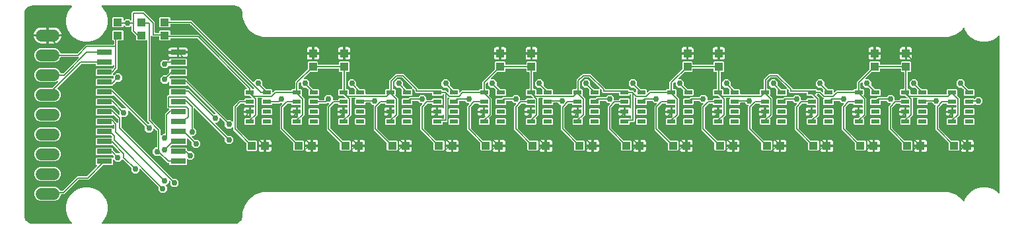
<source format=gbr>
G04 EAGLE Gerber RS-274X export*
G75*
%MOMM*%
%FSLAX34Y34*%
%LPD*%
%INTop Copper*%
%IPPOS*%
%AMOC8*
5,1,8,0,0,1.08239X$1,22.5*%
G01*
%ADD10R,1.000000X1.100000*%
%ADD11R,1.100000X1.000000*%
%ADD12R,1.950000X0.650000*%
%ADD13C,1.524000*%
%ADD14R,1.050000X0.550000*%
%ADD15C,0.152400*%
%ADD16C,0.756400*%

G36*
X70368Y10172D02*
X70368Y10172D01*
X70440Y10174D01*
X70489Y10192D01*
X70540Y10200D01*
X70604Y10234D01*
X70671Y10259D01*
X70712Y10291D01*
X70758Y10316D01*
X70807Y10368D01*
X70863Y10412D01*
X70891Y10456D01*
X70927Y10494D01*
X70957Y10559D01*
X70996Y10619D01*
X71009Y10670D01*
X71031Y10717D01*
X71039Y10788D01*
X71056Y10858D01*
X71052Y10910D01*
X71058Y10961D01*
X71042Y11032D01*
X71037Y11103D01*
X71017Y11151D01*
X71005Y11202D01*
X70969Y11263D01*
X70941Y11329D01*
X70896Y11385D01*
X70879Y11413D01*
X70862Y11428D01*
X70836Y11460D01*
X68666Y13630D01*
X65156Y19709D01*
X63339Y26490D01*
X63339Y33510D01*
X65156Y40291D01*
X68666Y46370D01*
X73630Y51334D01*
X79709Y54844D01*
X86490Y56661D01*
X93510Y56661D01*
X100291Y54844D01*
X106370Y51334D01*
X111334Y46370D01*
X114844Y40291D01*
X116661Y33510D01*
X116661Y26490D01*
X114844Y19709D01*
X111334Y13630D01*
X109164Y11460D01*
X109122Y11402D01*
X109073Y11350D01*
X109051Y11303D01*
X109021Y11261D01*
X109000Y11192D01*
X108969Y11127D01*
X108964Y11075D01*
X108948Y11025D01*
X108950Y10954D01*
X108942Y10883D01*
X108953Y10832D01*
X108955Y10780D01*
X108979Y10712D01*
X108995Y10642D01*
X109021Y10597D01*
X109039Y10549D01*
X109084Y10493D01*
X109121Y10431D01*
X109160Y10397D01*
X109193Y10357D01*
X109253Y10318D01*
X109308Y10271D01*
X109356Y10252D01*
X109400Y10224D01*
X109469Y10206D01*
X109536Y10179D01*
X109607Y10171D01*
X109638Y10163D01*
X109662Y10165D01*
X109702Y10161D01*
X280000Y10161D01*
X280022Y10164D01*
X280060Y10163D01*
X281480Y10275D01*
X281485Y10276D01*
X281491Y10276D01*
X281655Y10310D01*
X284357Y11187D01*
X284388Y11204D01*
X284423Y11213D01*
X284569Y11296D01*
X286867Y12965D01*
X286892Y12990D01*
X286922Y13009D01*
X287035Y13133D01*
X288704Y15431D01*
X288721Y15463D01*
X288743Y15491D01*
X288813Y15643D01*
X289690Y18345D01*
X289691Y18350D01*
X289694Y18355D01*
X289725Y18520D01*
X289837Y19940D01*
X289835Y19962D01*
X289839Y20000D01*
X289839Y24777D01*
X292792Y33863D01*
X298407Y41593D01*
X306137Y47208D01*
X315223Y50161D01*
X1194777Y50161D01*
X1203863Y47208D01*
X1211593Y41593D01*
X1213513Y38950D01*
X1213536Y38927D01*
X1213552Y38900D01*
X1213623Y38841D01*
X1213688Y38777D01*
X1213716Y38763D01*
X1213741Y38742D01*
X1213826Y38709D01*
X1213909Y38669D01*
X1213940Y38664D01*
X1213970Y38653D01*
X1214062Y38648D01*
X1214152Y38636D01*
X1214184Y38643D01*
X1214216Y38641D01*
X1214304Y38666D01*
X1214394Y38684D01*
X1214422Y38700D01*
X1214452Y38708D01*
X1214528Y38760D01*
X1214607Y38805D01*
X1214629Y38829D01*
X1214655Y38847D01*
X1214710Y38921D01*
X1214771Y38989D01*
X1214784Y39018D01*
X1214803Y39044D01*
X1214864Y39200D01*
X1215156Y40291D01*
X1218666Y46370D01*
X1223630Y51334D01*
X1229709Y54844D01*
X1236490Y56661D01*
X1243510Y56661D01*
X1250291Y54844D01*
X1256370Y51334D01*
X1258540Y49164D01*
X1258598Y49122D01*
X1258650Y49073D01*
X1258697Y49051D01*
X1258739Y49021D01*
X1258808Y49000D01*
X1258873Y48969D01*
X1258925Y48964D01*
X1258975Y48948D01*
X1259046Y48950D01*
X1259117Y48942D01*
X1259168Y48953D01*
X1259220Y48955D01*
X1259288Y48979D01*
X1259358Y48995D01*
X1259403Y49021D01*
X1259451Y49039D01*
X1259507Y49084D01*
X1259569Y49121D01*
X1259603Y49160D01*
X1259643Y49193D01*
X1259682Y49253D01*
X1259729Y49308D01*
X1259748Y49356D01*
X1259776Y49400D01*
X1259794Y49469D01*
X1259821Y49536D01*
X1259829Y49607D01*
X1259837Y49638D01*
X1259835Y49662D01*
X1259839Y49702D01*
X1259839Y250298D01*
X1259828Y250368D01*
X1259826Y250440D01*
X1259808Y250489D01*
X1259800Y250540D01*
X1259766Y250604D01*
X1259741Y250671D01*
X1259709Y250712D01*
X1259684Y250758D01*
X1259632Y250807D01*
X1259588Y250863D01*
X1259544Y250891D01*
X1259506Y250927D01*
X1259441Y250957D01*
X1259381Y250996D01*
X1259330Y251009D01*
X1259283Y251031D01*
X1259212Y251039D01*
X1259142Y251056D01*
X1259090Y251052D01*
X1259039Y251058D01*
X1258968Y251042D01*
X1258897Y251037D01*
X1258849Y251017D01*
X1258798Y251005D01*
X1258737Y250969D01*
X1258671Y250941D01*
X1258615Y250896D01*
X1258587Y250879D01*
X1258572Y250862D01*
X1258540Y250836D01*
X1256370Y248666D01*
X1250291Y245156D01*
X1243510Y243339D01*
X1236490Y243339D01*
X1229709Y245156D01*
X1223630Y248666D01*
X1218666Y253630D01*
X1215156Y259709D01*
X1214864Y260800D01*
X1214851Y260829D01*
X1214845Y260860D01*
X1214800Y260940D01*
X1214763Y261024D01*
X1214741Y261047D01*
X1214725Y261075D01*
X1214658Y261137D01*
X1214595Y261204D01*
X1214567Y261219D01*
X1214544Y261241D01*
X1214460Y261278D01*
X1214379Y261322D01*
X1214348Y261327D01*
X1214318Y261340D01*
X1214227Y261348D01*
X1214137Y261364D01*
X1214105Y261359D01*
X1214073Y261362D01*
X1213985Y261341D01*
X1213894Y261327D01*
X1213865Y261312D01*
X1213834Y261305D01*
X1213757Y261256D01*
X1213675Y261214D01*
X1213653Y261191D01*
X1213626Y261174D01*
X1213513Y261050D01*
X1211593Y258407D01*
X1203863Y252792D01*
X1194777Y249839D01*
X315223Y249839D01*
X306137Y252792D01*
X298407Y258407D01*
X292792Y266137D01*
X289839Y275223D01*
X289839Y280000D01*
X289836Y280022D01*
X289837Y280060D01*
X289725Y281480D01*
X289724Y281485D01*
X289724Y281491D01*
X289690Y281655D01*
X288813Y284357D01*
X288796Y284388D01*
X288787Y284423D01*
X288704Y284569D01*
X287035Y286867D01*
X287010Y286892D01*
X286991Y286922D01*
X286867Y287035D01*
X284569Y288704D01*
X284537Y288721D01*
X284509Y288743D01*
X284357Y288813D01*
X281655Y289690D01*
X281650Y289691D01*
X281645Y289694D01*
X281480Y289725D01*
X280060Y289837D01*
X280038Y289835D01*
X280000Y289839D01*
X109702Y289839D01*
X109632Y289828D01*
X109560Y289826D01*
X109511Y289808D01*
X109460Y289800D01*
X109396Y289766D01*
X109329Y289741D01*
X109288Y289709D01*
X109242Y289684D01*
X109193Y289632D01*
X109137Y289588D01*
X109109Y289544D01*
X109073Y289506D01*
X109043Y289441D01*
X109004Y289381D01*
X108991Y289330D01*
X108969Y289283D01*
X108961Y289212D01*
X108944Y289142D01*
X108948Y289090D01*
X108942Y289039D01*
X108958Y288968D01*
X108963Y288897D01*
X108983Y288849D01*
X108995Y288798D01*
X109031Y288737D01*
X109059Y288671D01*
X109104Y288615D01*
X109121Y288587D01*
X109138Y288572D01*
X109164Y288540D01*
X111334Y286370D01*
X114844Y280291D01*
X116661Y273510D01*
X116661Y266490D01*
X114844Y259709D01*
X111334Y253630D01*
X106370Y248666D01*
X100291Y245156D01*
X93510Y243339D01*
X86490Y243339D01*
X79709Y245156D01*
X73630Y248666D01*
X68666Y253630D01*
X65156Y259709D01*
X63339Y266490D01*
X63339Y273510D01*
X65156Y280291D01*
X68666Y286370D01*
X70836Y288540D01*
X70878Y288598D01*
X70927Y288650D01*
X70949Y288697D01*
X70979Y288739D01*
X71000Y288808D01*
X71031Y288873D01*
X71036Y288925D01*
X71052Y288975D01*
X71050Y289046D01*
X71058Y289117D01*
X71047Y289168D01*
X71045Y289220D01*
X71021Y289288D01*
X71005Y289358D01*
X70979Y289403D01*
X70961Y289451D01*
X70916Y289507D01*
X70879Y289569D01*
X70840Y289603D01*
X70807Y289643D01*
X70747Y289682D01*
X70692Y289729D01*
X70644Y289748D01*
X70600Y289776D01*
X70531Y289794D01*
X70464Y289821D01*
X70393Y289829D01*
X70362Y289837D01*
X70338Y289835D01*
X70298Y289839D01*
X20000Y289839D01*
X19978Y289836D01*
X19940Y289837D01*
X18520Y289725D01*
X18515Y289724D01*
X18509Y289724D01*
X18345Y289690D01*
X15643Y288813D01*
X15612Y288796D01*
X15577Y288787D01*
X15431Y288704D01*
X13133Y287035D01*
X13108Y287010D01*
X13078Y286991D01*
X12965Y286867D01*
X11296Y284569D01*
X11279Y284537D01*
X11257Y284509D01*
X11187Y284357D01*
X10310Y281655D01*
X10309Y281650D01*
X10306Y281645D01*
X10275Y281480D01*
X10163Y280060D01*
X10165Y280038D01*
X10161Y280000D01*
X10161Y20000D01*
X10164Y19978D01*
X10163Y19940D01*
X10275Y18520D01*
X10276Y18515D01*
X10276Y18509D01*
X10310Y18345D01*
X11187Y15643D01*
X11204Y15612D01*
X11213Y15577D01*
X11296Y15431D01*
X12965Y13133D01*
X12990Y13108D01*
X13009Y13078D01*
X13133Y12965D01*
X15431Y11296D01*
X15463Y11280D01*
X15491Y11257D01*
X15643Y11187D01*
X18345Y10310D01*
X18350Y10309D01*
X18355Y10306D01*
X18520Y10275D01*
X19940Y10163D01*
X19962Y10165D01*
X20000Y10161D01*
X70298Y10161D01*
X70368Y10172D01*
G37*
%LPC*%
G36*
X30561Y39255D02*
X30561Y39255D01*
X27200Y40647D01*
X24627Y43220D01*
X23235Y46581D01*
X23235Y50219D01*
X24627Y53580D01*
X27200Y56153D01*
X30561Y57545D01*
X49439Y57545D01*
X52800Y56153D01*
X55373Y53580D01*
X55714Y52757D01*
X55776Y52657D01*
X55835Y52557D01*
X55840Y52553D01*
X55843Y52548D01*
X55934Y52473D01*
X56022Y52397D01*
X56028Y52395D01*
X56033Y52391D01*
X56141Y52349D01*
X56250Y52305D01*
X56258Y52304D01*
X56262Y52303D01*
X56281Y52302D01*
X56417Y52287D01*
X58738Y52287D01*
X58828Y52301D01*
X58919Y52309D01*
X58948Y52321D01*
X58980Y52326D01*
X59061Y52369D01*
X59145Y52405D01*
X59177Y52431D01*
X59198Y52442D01*
X59220Y52465D01*
X59276Y52510D01*
X76240Y69474D01*
X77803Y71037D01*
X89987Y71037D01*
X90078Y71051D01*
X90168Y71059D01*
X90198Y71071D01*
X90230Y71076D01*
X90311Y71119D01*
X90395Y71155D01*
X90427Y71181D01*
X90448Y71192D01*
X90469Y71214D01*
X90472Y71216D01*
X90475Y71219D01*
X90526Y71260D01*
X103342Y84076D01*
X103384Y84134D01*
X103433Y84186D01*
X103455Y84233D01*
X103485Y84275D01*
X103506Y84344D01*
X103537Y84409D01*
X103542Y84461D01*
X103558Y84511D01*
X103556Y84582D01*
X103564Y84653D01*
X103553Y84704D01*
X103551Y84756D01*
X103527Y84824D01*
X103512Y84894D01*
X103485Y84939D01*
X103467Y84987D01*
X103422Y85043D01*
X103385Y85105D01*
X103346Y85139D01*
X103313Y85179D01*
X103253Y85218D01*
X103198Y85265D01*
X103150Y85284D01*
X103106Y85312D01*
X103037Y85330D01*
X102970Y85357D01*
X102899Y85365D01*
X102868Y85373D01*
X102844Y85371D01*
X102804Y85375D01*
X102368Y85375D01*
X101475Y86268D01*
X101475Y94032D01*
X102368Y94925D01*
X123132Y94925D01*
X123394Y94663D01*
X123452Y94621D01*
X123504Y94571D01*
X123551Y94549D01*
X123593Y94519D01*
X123662Y94498D01*
X123727Y94468D01*
X123779Y94462D01*
X123829Y94447D01*
X123900Y94449D01*
X123971Y94441D01*
X124022Y94452D01*
X124074Y94453D01*
X124142Y94478D01*
X124212Y94493D01*
X124257Y94520D01*
X124305Y94537D01*
X124361Y94582D01*
X124423Y94619D01*
X124457Y94659D01*
X124497Y94691D01*
X124536Y94751D01*
X124583Y94806D01*
X124602Y94854D01*
X124630Y94898D01*
X124648Y94967D01*
X124675Y95034D01*
X124683Y95105D01*
X124691Y95137D01*
X124689Y95160D01*
X124693Y95201D01*
X124693Y96757D01*
X124679Y96848D01*
X124671Y96938D01*
X124659Y96968D01*
X124654Y97000D01*
X124611Y97081D01*
X124575Y97165D01*
X124549Y97197D01*
X124538Y97218D01*
X124515Y97240D01*
X124470Y97296D01*
X123914Y97852D01*
X123840Y97905D01*
X123770Y97965D01*
X123740Y97977D01*
X123714Y97996D01*
X123627Y98023D01*
X123542Y98057D01*
X123501Y98061D01*
X123479Y98068D01*
X123447Y98067D01*
X123375Y98075D01*
X102368Y98075D01*
X101475Y98968D01*
X101475Y106732D01*
X102368Y107625D01*
X123132Y107625D01*
X124025Y106732D01*
X124025Y104525D01*
X124026Y104517D01*
X124026Y104516D01*
X124027Y104510D01*
X124039Y104434D01*
X124047Y104344D01*
X124059Y104314D01*
X124064Y104282D01*
X124107Y104201D01*
X124143Y104117D01*
X124169Y104085D01*
X124180Y104064D01*
X124203Y104042D01*
X124248Y103986D01*
X127704Y100530D01*
X127778Y100477D01*
X127848Y100417D01*
X127878Y100405D01*
X127904Y100386D01*
X127991Y100359D01*
X128076Y100325D01*
X128117Y100321D01*
X128139Y100314D01*
X128171Y100315D01*
X128243Y100307D01*
X132122Y100307D01*
X132192Y100318D01*
X132264Y100320D01*
X132313Y100338D01*
X132364Y100346D01*
X132428Y100380D01*
X132495Y100405D01*
X132536Y100437D01*
X132582Y100462D01*
X132631Y100513D01*
X132687Y100558D01*
X132715Y100602D01*
X132751Y100640D01*
X132781Y100705D01*
X132820Y100765D01*
X132833Y100816D01*
X132855Y100863D01*
X132863Y100934D01*
X132880Y101004D01*
X132876Y101056D01*
X132882Y101107D01*
X132867Y101178D01*
X132861Y101249D01*
X132841Y101297D01*
X132830Y101348D01*
X132793Y101409D01*
X132765Y101475D01*
X132720Y101531D01*
X132703Y101559D01*
X132686Y101574D01*
X132660Y101606D01*
X123714Y110552D01*
X123640Y110605D01*
X123570Y110665D01*
X123540Y110677D01*
X123514Y110696D01*
X123427Y110723D01*
X123342Y110757D01*
X123301Y110761D01*
X123279Y110768D01*
X123247Y110767D01*
X123176Y110775D01*
X102368Y110775D01*
X101475Y111668D01*
X101475Y119432D01*
X102368Y120325D01*
X121952Y120325D01*
X121972Y120328D01*
X121991Y120326D01*
X122093Y120348D01*
X122195Y120364D01*
X122212Y120374D01*
X122232Y120378D01*
X122321Y120431D01*
X122412Y120480D01*
X122426Y120494D01*
X122443Y120504D01*
X122510Y120583D01*
X122582Y120658D01*
X122590Y120676D01*
X122603Y120691D01*
X122642Y120787D01*
X122685Y120881D01*
X122687Y120901D01*
X122695Y120919D01*
X122713Y121086D01*
X122713Y121237D01*
X122699Y121328D01*
X122691Y121418D01*
X122679Y121448D01*
X122674Y121480D01*
X122631Y121561D01*
X122595Y121645D01*
X122569Y121677D01*
X122558Y121698D01*
X122535Y121720D01*
X122490Y121776D01*
X121014Y123252D01*
X120940Y123305D01*
X120870Y123365D01*
X120840Y123377D01*
X120814Y123396D01*
X120727Y123423D01*
X120642Y123457D01*
X120601Y123461D01*
X120579Y123468D01*
X120547Y123467D01*
X120476Y123475D01*
X102368Y123475D01*
X101475Y124368D01*
X101475Y132132D01*
X102368Y133025D01*
X123132Y133025D01*
X123914Y132243D01*
X123972Y132201D01*
X124024Y132151D01*
X124071Y132129D01*
X124113Y132099D01*
X124182Y132078D01*
X124247Y132048D01*
X124299Y132042D01*
X124349Y132027D01*
X124420Y132029D01*
X124491Y132021D01*
X124542Y132032D01*
X124594Y132033D01*
X124662Y132058D01*
X124732Y132073D01*
X124777Y132100D01*
X124825Y132117D01*
X124881Y132162D01*
X124943Y132199D01*
X124977Y132239D01*
X125017Y132271D01*
X125056Y132331D01*
X125103Y132386D01*
X125122Y132434D01*
X125150Y132478D01*
X125168Y132548D01*
X125195Y132614D01*
X125203Y132685D01*
X125211Y132717D01*
X125209Y132740D01*
X125213Y132781D01*
X125213Y136237D01*
X125199Y136328D01*
X125191Y136418D01*
X125179Y136448D01*
X125174Y136480D01*
X125131Y136561D01*
X125095Y136645D01*
X125069Y136677D01*
X125058Y136698D01*
X125035Y136720D01*
X124990Y136776D01*
X124899Y136867D01*
X124883Y136878D01*
X124871Y136894D01*
X124784Y136950D01*
X124700Y137010D01*
X124681Y137016D01*
X124664Y137027D01*
X124563Y137052D01*
X124465Y137083D01*
X124445Y137082D01*
X124425Y137087D01*
X124322Y137079D01*
X124219Y137076D01*
X124200Y137069D01*
X124180Y137068D01*
X124085Y137027D01*
X123988Y136992D01*
X123972Y136979D01*
X123954Y136971D01*
X123823Y136867D01*
X123132Y136175D01*
X102368Y136175D01*
X101475Y137068D01*
X101475Y144832D01*
X102368Y145725D01*
X123132Y145725D01*
X124025Y144832D01*
X124025Y144525D01*
X124039Y144434D01*
X124047Y144344D01*
X124059Y144314D01*
X124064Y144282D01*
X124107Y144201D01*
X124143Y144117D01*
X124169Y144085D01*
X124180Y144064D01*
X124203Y144042D01*
X124248Y143986D01*
X125010Y143224D01*
X128914Y139320D01*
X128972Y139278D01*
X129024Y139229D01*
X129071Y139207D01*
X129113Y139177D01*
X129182Y139156D01*
X129247Y139125D01*
X129299Y139120D01*
X129349Y139104D01*
X129420Y139106D01*
X129491Y139098D01*
X129542Y139109D01*
X129594Y139111D01*
X129662Y139135D01*
X129732Y139150D01*
X129777Y139177D01*
X129825Y139195D01*
X129881Y139240D01*
X129943Y139277D01*
X129977Y139316D01*
X130017Y139349D01*
X130056Y139409D01*
X130103Y139464D01*
X130122Y139512D01*
X130150Y139556D01*
X130168Y139625D01*
X130195Y139692D01*
X130203Y139763D01*
X130211Y139794D01*
X130209Y139818D01*
X130213Y139858D01*
X130213Y143737D01*
X130199Y143828D01*
X130191Y143918D01*
X130179Y143948D01*
X130174Y143980D01*
X130131Y144061D01*
X130095Y144145D01*
X130069Y144177D01*
X130058Y144198D01*
X130035Y144220D01*
X129990Y144276D01*
X124799Y149467D01*
X124783Y149478D01*
X124771Y149494D01*
X124684Y149550D01*
X124600Y149610D01*
X124581Y149616D01*
X124564Y149627D01*
X124463Y149652D01*
X124365Y149683D01*
X124345Y149682D01*
X124325Y149687D01*
X124222Y149679D01*
X124119Y149676D01*
X124100Y149669D01*
X124080Y149668D01*
X123985Y149627D01*
X123888Y149592D01*
X123872Y149579D01*
X123854Y149571D01*
X123723Y149467D01*
X123132Y148875D01*
X102368Y148875D01*
X101475Y149768D01*
X101475Y157532D01*
X102368Y158425D01*
X123132Y158425D01*
X124025Y157532D01*
X124025Y157025D01*
X124039Y156934D01*
X124047Y156844D01*
X124059Y156814D01*
X124064Y156782D01*
X124107Y156701D01*
X124143Y156617D01*
X124169Y156585D01*
X124180Y156564D01*
X124203Y156542D01*
X124248Y156486D01*
X125010Y155724D01*
X130894Y149840D01*
X130952Y149798D01*
X131004Y149749D01*
X131051Y149727D01*
X131093Y149697D01*
X131162Y149676D01*
X131227Y149645D01*
X131279Y149640D01*
X131329Y149624D01*
X131400Y149626D01*
X131471Y149618D01*
X131522Y149629D01*
X131574Y149631D01*
X131642Y149655D01*
X131712Y149670D01*
X131757Y149697D01*
X131805Y149715D01*
X131861Y149760D01*
X131923Y149797D01*
X131957Y149836D01*
X131997Y149869D01*
X132036Y149929D01*
X132083Y149984D01*
X132102Y150032D01*
X132130Y150076D01*
X132148Y150145D01*
X132175Y150212D01*
X132183Y150283D01*
X132191Y150314D01*
X132189Y150338D01*
X132193Y150378D01*
X132193Y154258D01*
X132179Y154348D01*
X132171Y154439D01*
X132159Y154468D01*
X132154Y154500D01*
X132111Y154581D01*
X132075Y154665D01*
X132049Y154697D01*
X132038Y154718D01*
X132015Y154740D01*
X131970Y154796D01*
X124699Y162067D01*
X124683Y162078D01*
X124671Y162094D01*
X124583Y162150D01*
X124500Y162210D01*
X124481Y162216D01*
X124464Y162227D01*
X124363Y162252D01*
X124265Y162283D01*
X124245Y162282D01*
X124225Y162287D01*
X124122Y162279D01*
X124019Y162276D01*
X124000Y162269D01*
X123980Y162268D01*
X123885Y162227D01*
X123788Y162192D01*
X123772Y162179D01*
X123754Y162171D01*
X123623Y162067D01*
X123132Y161575D01*
X102368Y161575D01*
X101475Y162468D01*
X101475Y170232D01*
X102368Y171125D01*
X123132Y171125D01*
X124025Y170232D01*
X124025Y169524D01*
X124039Y169434D01*
X124047Y169343D01*
X124059Y169314D01*
X124064Y169282D01*
X124107Y169201D01*
X124143Y169117D01*
X124169Y169085D01*
X124180Y169064D01*
X124203Y169042D01*
X124248Y168986D01*
X125010Y168224D01*
X135204Y158030D01*
X135278Y157977D01*
X135348Y157917D01*
X135378Y157905D01*
X135404Y157886D01*
X135491Y157859D01*
X135576Y157825D01*
X135617Y157821D01*
X135639Y157814D01*
X135671Y157815D01*
X135742Y157807D01*
X139622Y157807D01*
X139692Y157818D01*
X139764Y157820D01*
X139813Y157838D01*
X139864Y157846D01*
X139928Y157880D01*
X139995Y157905D01*
X140036Y157937D01*
X140082Y157962D01*
X140131Y158013D01*
X140187Y158058D01*
X140215Y158102D01*
X140251Y158140D01*
X140281Y158205D01*
X140320Y158265D01*
X140333Y158316D01*
X140355Y158363D01*
X140363Y158434D01*
X140380Y158504D01*
X140376Y158556D01*
X140382Y158607D01*
X140367Y158678D01*
X140361Y158749D01*
X140341Y158797D01*
X140330Y158848D01*
X140293Y158909D01*
X140265Y158975D01*
X140220Y159031D01*
X140203Y159059D01*
X140186Y159074D01*
X140160Y159106D01*
X124599Y174667D01*
X124583Y174678D01*
X124571Y174694D01*
X124483Y174750D01*
X124400Y174810D01*
X124381Y174816D01*
X124364Y174827D01*
X124263Y174852D01*
X124165Y174883D01*
X124145Y174882D01*
X124125Y174887D01*
X124022Y174879D01*
X123919Y174876D01*
X123900Y174869D01*
X123880Y174868D01*
X123785Y174827D01*
X123688Y174792D01*
X123672Y174779D01*
X123654Y174771D01*
X123523Y174667D01*
X123132Y174275D01*
X102368Y174275D01*
X101475Y175168D01*
X101475Y182932D01*
X102368Y183825D01*
X123132Y183825D01*
X124025Y182932D01*
X124025Y182024D01*
X124039Y181934D01*
X124047Y181843D01*
X124059Y181814D01*
X124064Y181782D01*
X124107Y181701D01*
X124143Y181617D01*
X124169Y181585D01*
X124180Y181564D01*
X124203Y181542D01*
X124248Y181486D01*
X125010Y180724D01*
X167704Y138030D01*
X167778Y137977D01*
X167848Y137917D01*
X167878Y137905D01*
X167904Y137886D01*
X167991Y137859D01*
X168076Y137825D01*
X168117Y137821D01*
X168139Y137814D01*
X168171Y137815D01*
X168243Y137807D01*
X169622Y137807D01*
X169692Y137818D01*
X169764Y137820D01*
X169813Y137838D01*
X169864Y137846D01*
X169928Y137880D01*
X169995Y137905D01*
X170036Y137937D01*
X170082Y137962D01*
X170131Y138014D01*
X170187Y138058D01*
X170215Y138102D01*
X170251Y138140D01*
X170281Y138205D01*
X170320Y138265D01*
X170333Y138316D01*
X170355Y138363D01*
X170363Y138434D01*
X170380Y138504D01*
X170376Y138556D01*
X170382Y138607D01*
X170367Y138678D01*
X170361Y138749D01*
X170341Y138797D01*
X170330Y138848D01*
X170293Y138909D01*
X170265Y138975D01*
X170220Y139031D01*
X170203Y139059D01*
X170186Y139074D01*
X170160Y139106D01*
X167713Y141553D01*
X167713Y244719D01*
X167702Y244790D01*
X167700Y244862D01*
X167682Y244911D01*
X167674Y244962D01*
X167640Y245025D01*
X167615Y245093D01*
X167583Y245133D01*
X167558Y245179D01*
X167506Y245229D01*
X167462Y245285D01*
X167418Y245313D01*
X167380Y245349D01*
X167315Y245379D01*
X167255Y245418D01*
X167204Y245430D01*
X167157Y245452D01*
X167086Y245460D01*
X167016Y245478D01*
X166964Y245474D01*
X166913Y245479D01*
X166842Y245464D01*
X166771Y245459D01*
X166723Y245438D01*
X166672Y245427D01*
X166611Y245390D01*
X166545Y245362D01*
X166489Y245317D01*
X166461Y245301D01*
X166446Y245283D01*
X166414Y245257D01*
X166132Y244975D01*
X153868Y244975D01*
X152975Y245868D01*
X152975Y250976D01*
X152961Y251066D01*
X152953Y251157D01*
X152941Y251186D01*
X152936Y251218D01*
X152893Y251299D01*
X152857Y251383D01*
X152831Y251415D01*
X152820Y251436D01*
X152797Y251458D01*
X152752Y251514D01*
X152490Y251776D01*
X147713Y256553D01*
X147713Y263371D01*
X147702Y263441D01*
X147700Y263513D01*
X147682Y263562D01*
X147674Y263613D01*
X147640Y263677D01*
X147615Y263744D01*
X147583Y263785D01*
X147558Y263831D01*
X147506Y263880D01*
X147462Y263936D01*
X147418Y263964D01*
X147380Y264000D01*
X147315Y264030D01*
X147255Y264069D01*
X147204Y264082D01*
X147157Y264104D01*
X147086Y264112D01*
X147016Y264129D01*
X146964Y264125D01*
X146913Y264131D01*
X146842Y264116D01*
X146771Y264110D01*
X146723Y264090D01*
X146672Y264079D01*
X146611Y264042D01*
X146545Y264014D01*
X146489Y263969D01*
X146461Y263952D01*
X146446Y263935D01*
X146414Y263909D01*
X144698Y262193D01*
X140302Y262193D01*
X138324Y264171D01*
X138266Y264213D01*
X138214Y264262D01*
X138167Y264284D01*
X138125Y264314D01*
X138056Y264336D01*
X137991Y264366D01*
X137939Y264371D01*
X137889Y264387D01*
X137818Y264385D01*
X137747Y264393D01*
X137696Y264382D01*
X137644Y264380D01*
X137576Y264356D01*
X137506Y264341D01*
X137461Y264314D01*
X137413Y264296D01*
X137357Y264251D01*
X137295Y264214D01*
X137261Y264175D01*
X137221Y264142D01*
X137182Y264082D01*
X137135Y264027D01*
X137116Y263979D01*
X137088Y263935D01*
X137070Y263866D01*
X137043Y263799D01*
X137035Y263728D01*
X137027Y263697D01*
X137029Y263674D01*
X137025Y263633D01*
X137025Y262868D01*
X136132Y261975D01*
X123868Y261975D01*
X122975Y262868D01*
X122975Y274132D01*
X123868Y275025D01*
X136132Y275025D01*
X137025Y274132D01*
X137025Y271367D01*
X137036Y271297D01*
X137038Y271225D01*
X137056Y271176D01*
X137064Y271125D01*
X137098Y271061D01*
X137123Y270994D01*
X137155Y270953D01*
X137180Y270907D01*
X137232Y270858D01*
X137276Y270802D01*
X137320Y270774D01*
X137358Y270738D01*
X137423Y270708D01*
X137483Y270669D01*
X137534Y270656D01*
X137581Y270634D01*
X137652Y270626D01*
X137722Y270609D01*
X137774Y270613D01*
X137825Y270607D01*
X137896Y270622D01*
X137967Y270628D01*
X138015Y270648D01*
X138066Y270659D01*
X138127Y270696D01*
X138193Y270724D01*
X138249Y270769D01*
X138277Y270786D01*
X138292Y270803D01*
X138324Y270829D01*
X140302Y272807D01*
X144698Y272807D01*
X146414Y271091D01*
X146472Y271049D01*
X146524Y271000D01*
X146571Y270978D01*
X146613Y270948D01*
X146682Y270926D01*
X146747Y270896D01*
X146799Y270891D01*
X146849Y270875D01*
X146920Y270877D01*
X146991Y270869D01*
X147042Y270880D01*
X147094Y270882D01*
X147162Y270906D01*
X147232Y270921D01*
X147277Y270948D01*
X147325Y270966D01*
X147381Y271011D01*
X147443Y271048D01*
X147477Y271087D01*
X147517Y271120D01*
X147556Y271180D01*
X147603Y271235D01*
X147622Y271283D01*
X147650Y271327D01*
X147668Y271396D01*
X147695Y271463D01*
X147703Y271534D01*
X147711Y271565D01*
X147709Y271588D01*
X147713Y271629D01*
X147713Y280947D01*
X149053Y282287D01*
X163447Y282287D01*
X177287Y268447D01*
X177287Y255548D01*
X177290Y255528D01*
X177288Y255509D01*
X177310Y255407D01*
X177326Y255305D01*
X177336Y255288D01*
X177340Y255268D01*
X177393Y255179D01*
X177442Y255088D01*
X177456Y255074D01*
X177466Y255057D01*
X177545Y254990D01*
X177620Y254918D01*
X177638Y254910D01*
X177653Y254897D01*
X177749Y254858D01*
X177843Y254815D01*
X177863Y254813D01*
X177881Y254805D01*
X178048Y254787D01*
X182214Y254787D01*
X182234Y254790D01*
X182253Y254788D01*
X182355Y254810D01*
X182457Y254826D01*
X182474Y254836D01*
X182494Y254840D01*
X182583Y254893D01*
X182674Y254942D01*
X182688Y254956D01*
X182705Y254966D01*
X182772Y255045D01*
X182844Y255120D01*
X182852Y255138D01*
X182865Y255153D01*
X182904Y255249D01*
X182947Y255343D01*
X182949Y255363D01*
X182957Y255381D01*
X182975Y255548D01*
X182975Y257132D01*
X183868Y258025D01*
X196132Y258025D01*
X197025Y257132D01*
X197025Y253048D01*
X197028Y253028D01*
X197026Y253009D01*
X197048Y252907D01*
X197064Y252805D01*
X197074Y252788D01*
X197078Y252768D01*
X197131Y252679D01*
X197180Y252588D01*
X197194Y252574D01*
X197204Y252557D01*
X197283Y252490D01*
X197358Y252418D01*
X197376Y252410D01*
X197391Y252397D01*
X197487Y252358D01*
X197581Y252315D01*
X197601Y252313D01*
X197619Y252305D01*
X197786Y252287D01*
X233447Y252287D01*
X235010Y250724D01*
X299974Y185760D01*
X301537Y184197D01*
X301537Y183786D01*
X301540Y183766D01*
X301538Y183747D01*
X301560Y183645D01*
X301576Y183543D01*
X301586Y183526D01*
X301590Y183506D01*
X301643Y183417D01*
X301692Y183326D01*
X301706Y183312D01*
X301716Y183295D01*
X301795Y183228D01*
X301870Y183156D01*
X301888Y183148D01*
X301903Y183135D01*
X301999Y183096D01*
X302093Y183053D01*
X302113Y183051D01*
X302131Y183043D01*
X302298Y183025D01*
X303924Y183025D01*
X303994Y183036D01*
X304066Y183038D01*
X304115Y183056D01*
X304166Y183064D01*
X304230Y183098D01*
X304297Y183123D01*
X304338Y183155D01*
X304384Y183180D01*
X304433Y183231D01*
X304489Y183276D01*
X304517Y183320D01*
X304553Y183358D01*
X304583Y183423D01*
X304622Y183483D01*
X304635Y183534D01*
X304657Y183581D01*
X304665Y183652D01*
X304682Y183722D01*
X304678Y183774D01*
X304684Y183825D01*
X304669Y183896D01*
X304663Y183967D01*
X304643Y184015D01*
X304632Y184066D01*
X304595Y184127D01*
X304567Y184193D01*
X304522Y184249D01*
X304505Y184277D01*
X304488Y184292D01*
X304462Y184324D01*
X222796Y265990D01*
X222722Y266043D01*
X222652Y266103D01*
X222622Y266115D01*
X222596Y266134D01*
X222509Y266161D01*
X222424Y266195D01*
X222383Y266199D01*
X222361Y266206D01*
X222329Y266205D01*
X222258Y266213D01*
X197786Y266213D01*
X197766Y266210D01*
X197747Y266212D01*
X197645Y266190D01*
X197543Y266174D01*
X197526Y266164D01*
X197506Y266160D01*
X197417Y266107D01*
X197326Y266058D01*
X197312Y266044D01*
X197295Y266034D01*
X197228Y265955D01*
X197156Y265880D01*
X197148Y265862D01*
X197135Y265847D01*
X197096Y265751D01*
X197053Y265657D01*
X197051Y265637D01*
X197043Y265619D01*
X197025Y265452D01*
X197025Y262868D01*
X196132Y261975D01*
X183868Y261975D01*
X182975Y262868D01*
X182975Y274132D01*
X183868Y275025D01*
X196132Y275025D01*
X197025Y274132D01*
X197025Y271548D01*
X197028Y271528D01*
X197026Y271509D01*
X197048Y271407D01*
X197064Y271305D01*
X197074Y271288D01*
X197078Y271268D01*
X197131Y271179D01*
X197180Y271088D01*
X197194Y271074D01*
X197204Y271057D01*
X197283Y270990D01*
X197358Y270918D01*
X197376Y270910D01*
X197391Y270897D01*
X197487Y270858D01*
X197581Y270815D01*
X197601Y270813D01*
X197619Y270805D01*
X197786Y270787D01*
X224467Y270787D01*
X226030Y269224D01*
X303394Y191860D01*
X303452Y191818D01*
X303504Y191769D01*
X303551Y191747D01*
X303593Y191717D01*
X303662Y191696D01*
X303727Y191665D01*
X303779Y191660D01*
X303829Y191644D01*
X303900Y191646D01*
X303971Y191638D01*
X304022Y191649D01*
X304074Y191651D01*
X304142Y191675D01*
X304212Y191690D01*
X304256Y191717D01*
X304305Y191735D01*
X304361Y191780D01*
X304423Y191817D01*
X304457Y191856D01*
X304497Y191889D01*
X304536Y191949D01*
X304583Y192004D01*
X304602Y192052D01*
X304630Y192096D01*
X304644Y192149D01*
X307802Y195307D01*
X312198Y195307D01*
X315307Y192198D01*
X315307Y187742D01*
X315321Y187652D01*
X315329Y187561D01*
X315341Y187532D01*
X315346Y187500D01*
X315389Y187419D01*
X315425Y187335D01*
X315451Y187303D01*
X315462Y187282D01*
X315485Y187260D01*
X315530Y187204D01*
X319486Y183248D01*
X319560Y183195D01*
X319630Y183135D01*
X319660Y183123D01*
X319686Y183104D01*
X319773Y183077D01*
X319858Y183043D01*
X319899Y183039D01*
X319921Y183032D01*
X319953Y183033D01*
X320024Y183025D01*
X326632Y183025D01*
X327525Y182132D01*
X327525Y179364D01*
X327536Y179293D01*
X327538Y179221D01*
X327556Y179172D01*
X327564Y179121D01*
X327598Y179057D01*
X327623Y178990D01*
X327655Y178949D01*
X327680Y178903D01*
X327732Y178854D01*
X327776Y178798D01*
X327820Y178770D01*
X327858Y178734D01*
X327923Y178704D01*
X327983Y178665D01*
X328034Y178652D01*
X328081Y178630D01*
X328152Y178623D01*
X328222Y178605D01*
X328274Y178609D01*
X328325Y178603D01*
X328396Y178619D01*
X328467Y178624D01*
X328515Y178645D01*
X328566Y178656D01*
X328627Y178692D01*
X328693Y178720D01*
X328749Y178765D01*
X328777Y178782D01*
X328792Y178800D01*
X328824Y178825D01*
X331036Y181037D01*
X351714Y181037D01*
X351734Y181040D01*
X351753Y181038D01*
X351855Y181060D01*
X351957Y181076D01*
X351974Y181086D01*
X351994Y181090D01*
X352083Y181143D01*
X352174Y181192D01*
X352188Y181206D01*
X352205Y181216D01*
X352272Y181295D01*
X352344Y181370D01*
X352352Y181388D01*
X352365Y181403D01*
X352404Y181499D01*
X352447Y181593D01*
X352449Y181613D01*
X352457Y181631D01*
X352475Y181798D01*
X352475Y182132D01*
X353368Y183025D01*
X356202Y183025D01*
X356222Y183028D01*
X356241Y183026D01*
X356343Y183048D01*
X356445Y183064D01*
X356462Y183074D01*
X356482Y183078D01*
X356571Y183131D01*
X356662Y183180D01*
X356676Y183194D01*
X356693Y183204D01*
X356760Y183283D01*
X356832Y183358D01*
X356840Y183376D01*
X356853Y183391D01*
X356892Y183487D01*
X356935Y183581D01*
X356937Y183601D01*
X356945Y183619D01*
X356963Y183786D01*
X356963Y191697D01*
X358526Y193260D01*
X373252Y207986D01*
X373305Y208060D01*
X373365Y208130D01*
X373377Y208160D01*
X373396Y208186D01*
X373423Y208273D01*
X373457Y208358D01*
X373461Y208399D01*
X373468Y208421D01*
X373467Y208453D01*
X373475Y208524D01*
X373475Y217632D01*
X374368Y218525D01*
X385632Y218525D01*
X386525Y217632D01*
X386525Y214548D01*
X386528Y214528D01*
X386526Y214509D01*
X386548Y214407D01*
X386564Y214305D01*
X386574Y214288D01*
X386578Y214268D01*
X386631Y214179D01*
X386680Y214088D01*
X386694Y214074D01*
X386704Y214057D01*
X386783Y213990D01*
X386858Y213918D01*
X386876Y213910D01*
X386891Y213897D01*
X386987Y213858D01*
X387081Y213815D01*
X387101Y213813D01*
X387119Y213805D01*
X387286Y213787D01*
X412714Y213787D01*
X412734Y213790D01*
X412753Y213788D01*
X412855Y213810D01*
X412957Y213826D01*
X412974Y213836D01*
X412994Y213840D01*
X413083Y213893D01*
X413174Y213942D01*
X413188Y213956D01*
X413205Y213966D01*
X413272Y214045D01*
X413344Y214120D01*
X413352Y214138D01*
X413365Y214153D01*
X413404Y214249D01*
X413447Y214343D01*
X413449Y214363D01*
X413457Y214381D01*
X413475Y214548D01*
X413475Y217632D01*
X414368Y218525D01*
X425632Y218525D01*
X426525Y217632D01*
X426525Y205368D01*
X425632Y204475D01*
X423048Y204475D01*
X423028Y204472D01*
X423009Y204474D01*
X422907Y204452D01*
X422805Y204436D01*
X422788Y204426D01*
X422768Y204422D01*
X422679Y204369D01*
X422588Y204320D01*
X422574Y204306D01*
X422557Y204296D01*
X422490Y204217D01*
X422418Y204142D01*
X422410Y204124D01*
X422397Y204109D01*
X422358Y204013D01*
X422315Y203919D01*
X422313Y203899D01*
X422305Y203881D01*
X422287Y203714D01*
X422287Y183786D01*
X422290Y183766D01*
X422288Y183747D01*
X422310Y183645D01*
X422326Y183543D01*
X422336Y183526D01*
X422340Y183506D01*
X422393Y183417D01*
X422442Y183326D01*
X422456Y183312D01*
X422466Y183295D01*
X422545Y183228D01*
X422620Y183156D01*
X422638Y183148D01*
X422653Y183135D01*
X422749Y183096D01*
X422843Y183053D01*
X422863Y183051D01*
X422881Y183043D01*
X423048Y183025D01*
X425132Y183025D01*
X426025Y182132D01*
X426025Y176718D01*
X426028Y176698D01*
X426026Y176679D01*
X426048Y176577D01*
X426064Y176475D01*
X426074Y176458D01*
X426078Y176438D01*
X426131Y176349D01*
X426180Y176258D01*
X426194Y176244D01*
X426204Y176227D01*
X426283Y176160D01*
X426358Y176088D01*
X426376Y176080D01*
X426391Y176067D01*
X426487Y176028D01*
X426581Y175985D01*
X426601Y175983D01*
X426619Y175975D01*
X426786Y175957D01*
X433214Y175957D01*
X433234Y175960D01*
X433253Y175958D01*
X433355Y175980D01*
X433457Y175996D01*
X433474Y176006D01*
X433494Y176010D01*
X433583Y176063D01*
X433674Y176112D01*
X433688Y176126D01*
X433705Y176136D01*
X433772Y176215D01*
X433844Y176290D01*
X433852Y176308D01*
X433865Y176323D01*
X433904Y176419D01*
X433947Y176513D01*
X433949Y176533D01*
X433957Y176551D01*
X433975Y176718D01*
X433975Y181976D01*
X433961Y182066D01*
X433953Y182157D01*
X433941Y182186D01*
X433936Y182218D01*
X433893Y182299D01*
X433857Y182383D01*
X433831Y182415D01*
X433820Y182436D01*
X433797Y182458D01*
X433752Y182514D01*
X431796Y184470D01*
X431722Y184523D01*
X431652Y184583D01*
X431622Y184595D01*
X431596Y184614D01*
X431509Y184641D01*
X431424Y184675D01*
X431383Y184679D01*
X431361Y184686D01*
X431329Y184685D01*
X431258Y184693D01*
X427802Y184693D01*
X424693Y187802D01*
X424693Y192198D01*
X427802Y195307D01*
X432198Y195307D01*
X435307Y192198D01*
X435307Y187742D01*
X435321Y187652D01*
X435329Y187561D01*
X435341Y187532D01*
X435346Y187500D01*
X435389Y187419D01*
X435425Y187335D01*
X435451Y187303D01*
X435462Y187282D01*
X435485Y187260D01*
X435530Y187204D01*
X439486Y183248D01*
X439560Y183195D01*
X439630Y183135D01*
X439660Y183123D01*
X439686Y183104D01*
X439773Y183077D01*
X439858Y183043D01*
X439899Y183039D01*
X439921Y183032D01*
X439953Y183033D01*
X440024Y183025D01*
X446632Y183025D01*
X447525Y182132D01*
X447525Y176718D01*
X447528Y176698D01*
X447526Y176679D01*
X447548Y176577D01*
X447564Y176475D01*
X447574Y176458D01*
X447578Y176438D01*
X447631Y176349D01*
X447680Y176258D01*
X447694Y176244D01*
X447704Y176227D01*
X447783Y176160D01*
X447858Y176088D01*
X447876Y176080D01*
X447891Y176067D01*
X447987Y176028D01*
X448081Y175985D01*
X448101Y175983D01*
X448119Y175975D01*
X448286Y175957D01*
X471714Y175957D01*
X471734Y175960D01*
X471753Y175958D01*
X471855Y175980D01*
X471957Y175996D01*
X471974Y176006D01*
X471994Y176010D01*
X472083Y176063D01*
X472174Y176112D01*
X472188Y176126D01*
X472205Y176136D01*
X472272Y176215D01*
X472344Y176290D01*
X472352Y176308D01*
X472365Y176323D01*
X472404Y176419D01*
X472447Y176513D01*
X472449Y176533D01*
X472457Y176551D01*
X472475Y176718D01*
X472475Y182132D01*
X473368Y183025D01*
X476952Y183025D01*
X476972Y183028D01*
X476991Y183026D01*
X477093Y183048D01*
X477195Y183064D01*
X477212Y183074D01*
X477232Y183078D01*
X477321Y183131D01*
X477412Y183180D01*
X477426Y183194D01*
X477443Y183204D01*
X477510Y183283D01*
X477582Y183358D01*
X477590Y183376D01*
X477603Y183391D01*
X477642Y183487D01*
X477685Y183581D01*
X477687Y183601D01*
X477695Y183619D01*
X477713Y183786D01*
X477713Y193987D01*
X479276Y195550D01*
X484450Y200724D01*
X486013Y202287D01*
X495947Y202287D01*
X514787Y183447D01*
X514787Y183048D01*
X514790Y183028D01*
X514788Y183009D01*
X514810Y182907D01*
X514826Y182805D01*
X514836Y182788D01*
X514840Y182768D01*
X514893Y182679D01*
X514942Y182588D01*
X514956Y182574D01*
X514966Y182557D01*
X515045Y182490D01*
X515120Y182418D01*
X515138Y182410D01*
X515153Y182397D01*
X515249Y182358D01*
X515343Y182315D01*
X515363Y182313D01*
X515381Y182305D01*
X515548Y182287D01*
X532315Y182287D01*
X532405Y182301D01*
X532496Y182309D01*
X532526Y182321D01*
X532558Y182326D01*
X532639Y182369D01*
X532722Y182405D01*
X532755Y182431D01*
X532775Y182442D01*
X532797Y182465D01*
X532853Y182510D01*
X533368Y183025D01*
X545132Y183025D01*
X546025Y182132D01*
X546025Y181798D01*
X546028Y181778D01*
X546026Y181759D01*
X546048Y181657D01*
X546064Y181555D01*
X546074Y181538D01*
X546078Y181518D01*
X546131Y181429D01*
X546180Y181338D01*
X546194Y181324D01*
X546204Y181307D01*
X546283Y181240D01*
X546358Y181168D01*
X546376Y181160D01*
X546391Y181147D01*
X546487Y181108D01*
X546581Y181065D01*
X546601Y181063D01*
X546619Y181055D01*
X546786Y181037D01*
X550464Y181037D01*
X552676Y178825D01*
X552734Y178783D01*
X552786Y178734D01*
X552833Y178712D01*
X552875Y178682D01*
X552944Y178661D01*
X553009Y178630D01*
X553061Y178625D01*
X553111Y178609D01*
X553182Y178611D01*
X553253Y178603D01*
X553304Y178614D01*
X553356Y178616D01*
X553424Y178640D01*
X553494Y178656D01*
X553539Y178682D01*
X553587Y178700D01*
X553643Y178745D01*
X553705Y178782D01*
X553739Y178821D01*
X553779Y178854D01*
X553818Y178914D01*
X553865Y178969D01*
X553884Y179017D01*
X553912Y179061D01*
X553930Y179130D01*
X553957Y179197D01*
X553965Y179268D01*
X553973Y179299D01*
X553971Y179323D01*
X553975Y179364D01*
X553975Y181975D01*
X553961Y182066D01*
X553953Y182156D01*
X553941Y182186D01*
X553936Y182218D01*
X553893Y182299D01*
X553857Y182383D01*
X553831Y182415D01*
X553820Y182436D01*
X553797Y182458D01*
X553752Y182514D01*
X551796Y184470D01*
X551722Y184523D01*
X551652Y184583D01*
X551622Y184595D01*
X551596Y184614D01*
X551509Y184641D01*
X551424Y184675D01*
X551383Y184679D01*
X551361Y184686D01*
X551329Y184685D01*
X551257Y184693D01*
X547802Y184693D01*
X544693Y187802D01*
X544693Y192198D01*
X547802Y195307D01*
X552198Y195307D01*
X555307Y192198D01*
X555307Y187743D01*
X555321Y187652D01*
X555329Y187562D01*
X555341Y187532D01*
X555346Y187500D01*
X555389Y187419D01*
X555425Y187335D01*
X555451Y187303D01*
X555462Y187282D01*
X555485Y187260D01*
X555530Y187204D01*
X559486Y183248D01*
X559560Y183195D01*
X559630Y183135D01*
X559660Y183123D01*
X559686Y183104D01*
X559773Y183077D01*
X559858Y183043D01*
X559899Y183039D01*
X559921Y183032D01*
X559953Y183033D01*
X560025Y183025D01*
X566632Y183025D01*
X567525Y182132D01*
X567525Y179364D01*
X567536Y179293D01*
X567538Y179221D01*
X567556Y179172D01*
X567564Y179121D01*
X567598Y179057D01*
X567623Y178990D01*
X567655Y178949D01*
X567680Y178903D01*
X567732Y178854D01*
X567776Y178798D01*
X567820Y178770D01*
X567858Y178734D01*
X567923Y178704D01*
X567983Y178665D01*
X568034Y178652D01*
X568081Y178630D01*
X568152Y178623D01*
X568222Y178605D01*
X568274Y178609D01*
X568325Y178603D01*
X568396Y178619D01*
X568467Y178624D01*
X568515Y178645D01*
X568566Y178656D01*
X568627Y178692D01*
X568693Y178720D01*
X568749Y178765D01*
X568777Y178782D01*
X568792Y178800D01*
X568824Y178825D01*
X571036Y181037D01*
X591714Y181037D01*
X591734Y181040D01*
X591753Y181038D01*
X591855Y181060D01*
X591957Y181076D01*
X591974Y181086D01*
X591994Y181090D01*
X592083Y181143D01*
X592174Y181192D01*
X592188Y181206D01*
X592205Y181216D01*
X592272Y181295D01*
X592344Y181370D01*
X592352Y181388D01*
X592365Y181403D01*
X592404Y181499D01*
X592447Y181593D01*
X592449Y181613D01*
X592457Y181631D01*
X592475Y181798D01*
X592475Y182132D01*
X593368Y183025D01*
X596202Y183025D01*
X596222Y183028D01*
X596241Y183026D01*
X596343Y183048D01*
X596445Y183064D01*
X596462Y183074D01*
X596482Y183078D01*
X596571Y183131D01*
X596662Y183180D01*
X596676Y183194D01*
X596693Y183204D01*
X596760Y183283D01*
X596832Y183358D01*
X596840Y183376D01*
X596853Y183391D01*
X596892Y183487D01*
X596935Y183581D01*
X596937Y183601D01*
X596945Y183619D01*
X596963Y183786D01*
X596963Y191697D01*
X598526Y193260D01*
X613252Y207986D01*
X613305Y208060D01*
X613365Y208130D01*
X613377Y208160D01*
X613396Y208186D01*
X613423Y208273D01*
X613457Y208358D01*
X613461Y208399D01*
X613468Y208421D01*
X613467Y208453D01*
X613475Y208524D01*
X613475Y217632D01*
X614368Y218525D01*
X625632Y218525D01*
X626525Y217632D01*
X626525Y214548D01*
X626528Y214528D01*
X626526Y214509D01*
X626548Y214407D01*
X626564Y214305D01*
X626574Y214288D01*
X626578Y214268D01*
X626631Y214179D01*
X626680Y214088D01*
X626694Y214074D01*
X626704Y214057D01*
X626783Y213990D01*
X626858Y213918D01*
X626876Y213910D01*
X626891Y213897D01*
X626987Y213858D01*
X627081Y213815D01*
X627101Y213813D01*
X627119Y213805D01*
X627286Y213787D01*
X652714Y213787D01*
X652734Y213790D01*
X652753Y213788D01*
X652855Y213810D01*
X652957Y213826D01*
X652974Y213836D01*
X652994Y213840D01*
X653083Y213893D01*
X653174Y213942D01*
X653188Y213956D01*
X653205Y213966D01*
X653272Y214045D01*
X653344Y214120D01*
X653352Y214138D01*
X653365Y214153D01*
X653404Y214249D01*
X653447Y214343D01*
X653449Y214363D01*
X653457Y214381D01*
X653475Y214548D01*
X653475Y217632D01*
X654368Y218525D01*
X665632Y218525D01*
X666525Y217632D01*
X666525Y205368D01*
X665632Y204475D01*
X663048Y204475D01*
X663028Y204472D01*
X663009Y204474D01*
X662907Y204452D01*
X662805Y204436D01*
X662788Y204426D01*
X662768Y204422D01*
X662679Y204369D01*
X662588Y204320D01*
X662574Y204306D01*
X662557Y204296D01*
X662490Y204217D01*
X662418Y204142D01*
X662410Y204124D01*
X662397Y204109D01*
X662358Y204013D01*
X662315Y203919D01*
X662313Y203899D01*
X662305Y203881D01*
X662287Y203714D01*
X662287Y183786D01*
X662290Y183766D01*
X662288Y183747D01*
X662310Y183645D01*
X662326Y183543D01*
X662336Y183526D01*
X662340Y183506D01*
X662393Y183417D01*
X662442Y183326D01*
X662456Y183312D01*
X662466Y183295D01*
X662545Y183228D01*
X662620Y183156D01*
X662638Y183148D01*
X662653Y183135D01*
X662749Y183096D01*
X662843Y183053D01*
X662863Y183051D01*
X662881Y183043D01*
X663048Y183025D01*
X665132Y183025D01*
X666025Y182132D01*
X666025Y176718D01*
X666028Y176698D01*
X666026Y176679D01*
X666048Y176577D01*
X666064Y176475D01*
X666074Y176458D01*
X666078Y176438D01*
X666131Y176349D01*
X666180Y176258D01*
X666194Y176244D01*
X666204Y176227D01*
X666283Y176160D01*
X666358Y176088D01*
X666376Y176080D01*
X666391Y176067D01*
X666487Y176028D01*
X666581Y175985D01*
X666601Y175983D01*
X666619Y175975D01*
X666786Y175957D01*
X673214Y175957D01*
X673234Y175960D01*
X673253Y175958D01*
X673355Y175980D01*
X673457Y175996D01*
X673474Y176006D01*
X673494Y176010D01*
X673583Y176063D01*
X673674Y176112D01*
X673688Y176126D01*
X673705Y176136D01*
X673772Y176215D01*
X673844Y176290D01*
X673852Y176308D01*
X673865Y176323D01*
X673904Y176419D01*
X673947Y176513D01*
X673949Y176533D01*
X673957Y176551D01*
X673975Y176718D01*
X673975Y181975D01*
X673961Y182066D01*
X673953Y182156D01*
X673941Y182186D01*
X673936Y182218D01*
X673893Y182299D01*
X673857Y182383D01*
X673831Y182415D01*
X673820Y182436D01*
X673797Y182458D01*
X673752Y182514D01*
X671796Y184470D01*
X671722Y184523D01*
X671652Y184583D01*
X671622Y184595D01*
X671596Y184614D01*
X671509Y184641D01*
X671424Y184675D01*
X671383Y184679D01*
X671361Y184686D01*
X671329Y184685D01*
X671257Y184693D01*
X667802Y184693D01*
X664693Y187802D01*
X664693Y192198D01*
X667802Y195307D01*
X672198Y195307D01*
X675307Y192198D01*
X675307Y187743D01*
X675321Y187652D01*
X675329Y187562D01*
X675341Y187532D01*
X675346Y187500D01*
X675389Y187419D01*
X675425Y187335D01*
X675451Y187303D01*
X675462Y187282D01*
X675485Y187260D01*
X675530Y187204D01*
X679486Y183248D01*
X679560Y183195D01*
X679630Y183135D01*
X679660Y183123D01*
X679686Y183104D01*
X679773Y183077D01*
X679858Y183043D01*
X679899Y183039D01*
X679921Y183032D01*
X679953Y183033D01*
X680025Y183025D01*
X686632Y183025D01*
X687525Y182132D01*
X687525Y176718D01*
X687528Y176698D01*
X687526Y176679D01*
X687548Y176577D01*
X687564Y176475D01*
X687574Y176458D01*
X687578Y176438D01*
X687631Y176349D01*
X687680Y176258D01*
X687694Y176244D01*
X687704Y176227D01*
X687783Y176160D01*
X687858Y176088D01*
X687876Y176080D01*
X687891Y176067D01*
X687987Y176028D01*
X688081Y175985D01*
X688101Y175983D01*
X688119Y175975D01*
X688286Y175957D01*
X711714Y175957D01*
X711734Y175960D01*
X711753Y175958D01*
X711855Y175980D01*
X711957Y175996D01*
X711974Y176006D01*
X711994Y176010D01*
X712083Y176063D01*
X712174Y176112D01*
X712188Y176126D01*
X712205Y176136D01*
X712272Y176215D01*
X712344Y176290D01*
X712352Y176308D01*
X712365Y176323D01*
X712404Y176419D01*
X712447Y176513D01*
X712449Y176533D01*
X712457Y176551D01*
X712475Y176718D01*
X712475Y182132D01*
X713368Y183025D01*
X716952Y183025D01*
X716972Y183028D01*
X716991Y183026D01*
X717093Y183048D01*
X717195Y183064D01*
X717212Y183074D01*
X717232Y183078D01*
X717321Y183131D01*
X717412Y183180D01*
X717426Y183194D01*
X717443Y183204D01*
X717510Y183283D01*
X717582Y183358D01*
X717590Y183376D01*
X717603Y183391D01*
X717642Y183487D01*
X717685Y183581D01*
X717687Y183601D01*
X717695Y183619D01*
X717713Y183786D01*
X717713Y194507D01*
X719276Y196070D01*
X723930Y200724D01*
X725493Y202287D01*
X735947Y202287D01*
X754787Y183447D01*
X754787Y183048D01*
X754790Y183028D01*
X754788Y183009D01*
X754810Y182907D01*
X754826Y182805D01*
X754836Y182788D01*
X754840Y182768D01*
X754893Y182679D01*
X754942Y182588D01*
X754956Y182574D01*
X754966Y182557D01*
X755045Y182490D01*
X755120Y182418D01*
X755138Y182410D01*
X755153Y182397D01*
X755249Y182358D01*
X755343Y182315D01*
X755363Y182313D01*
X755381Y182305D01*
X755548Y182287D01*
X772315Y182287D01*
X772405Y182301D01*
X772496Y182309D01*
X772526Y182321D01*
X772558Y182326D01*
X772639Y182369D01*
X772722Y182405D01*
X772755Y182431D01*
X772775Y182442D01*
X772797Y182465D01*
X772853Y182510D01*
X773368Y183025D01*
X785132Y183025D01*
X786025Y182132D01*
X786025Y181798D01*
X786028Y181778D01*
X786026Y181759D01*
X786048Y181657D01*
X786064Y181555D01*
X786074Y181538D01*
X786078Y181518D01*
X786131Y181429D01*
X786180Y181338D01*
X786194Y181324D01*
X786204Y181307D01*
X786283Y181240D01*
X786358Y181168D01*
X786376Y181160D01*
X786391Y181147D01*
X786487Y181108D01*
X786581Y181065D01*
X786601Y181063D01*
X786619Y181055D01*
X786786Y181037D01*
X790464Y181037D01*
X791108Y180393D01*
X792676Y178825D01*
X792734Y178783D01*
X792786Y178734D01*
X792833Y178712D01*
X792875Y178682D01*
X792944Y178661D01*
X793009Y178630D01*
X793061Y178625D01*
X793111Y178609D01*
X793182Y178611D01*
X793253Y178603D01*
X793304Y178614D01*
X793356Y178616D01*
X793424Y178640D01*
X793494Y178656D01*
X793539Y178682D01*
X793587Y178700D01*
X793643Y178745D01*
X793705Y178782D01*
X793739Y178821D01*
X793779Y178854D01*
X793818Y178914D01*
X793865Y178969D01*
X793884Y179017D01*
X793912Y179061D01*
X793930Y179130D01*
X793957Y179197D01*
X793965Y179268D01*
X793973Y179299D01*
X793971Y179323D01*
X793975Y179364D01*
X793975Y181975D01*
X793961Y182066D01*
X793953Y182156D01*
X793941Y182186D01*
X793936Y182218D01*
X793893Y182299D01*
X793857Y182383D01*
X793831Y182415D01*
X793820Y182436D01*
X793797Y182458D01*
X793752Y182514D01*
X791796Y184470D01*
X791722Y184523D01*
X791652Y184583D01*
X791622Y184595D01*
X791596Y184614D01*
X791509Y184641D01*
X791424Y184675D01*
X791383Y184679D01*
X791361Y184686D01*
X791329Y184685D01*
X791257Y184693D01*
X787802Y184693D01*
X784693Y187802D01*
X784693Y192198D01*
X787802Y195307D01*
X792198Y195307D01*
X795307Y192198D01*
X795307Y187743D01*
X795321Y187652D01*
X795329Y187562D01*
X795341Y187532D01*
X795346Y187500D01*
X795389Y187419D01*
X795425Y187335D01*
X795451Y187303D01*
X795462Y187282D01*
X795485Y187260D01*
X795530Y187204D01*
X799486Y183248D01*
X799560Y183195D01*
X799630Y183135D01*
X799660Y183123D01*
X799686Y183104D01*
X799773Y183077D01*
X799858Y183043D01*
X799899Y183039D01*
X799921Y183032D01*
X799953Y183033D01*
X800025Y183025D01*
X806632Y183025D01*
X807525Y182132D01*
X807525Y179364D01*
X807536Y179293D01*
X807538Y179221D01*
X807556Y179172D01*
X807564Y179121D01*
X807598Y179057D01*
X807623Y178990D01*
X807655Y178949D01*
X807680Y178903D01*
X807732Y178854D01*
X807776Y178798D01*
X807820Y178770D01*
X807858Y178734D01*
X807923Y178704D01*
X807983Y178665D01*
X808034Y178652D01*
X808081Y178630D01*
X808152Y178623D01*
X808222Y178605D01*
X808274Y178609D01*
X808325Y178603D01*
X808396Y178619D01*
X808467Y178624D01*
X808515Y178645D01*
X808566Y178656D01*
X808627Y178692D01*
X808693Y178720D01*
X808749Y178765D01*
X808777Y178782D01*
X808792Y178800D01*
X808824Y178825D01*
X811036Y181037D01*
X831714Y181037D01*
X831734Y181040D01*
X831753Y181038D01*
X831855Y181060D01*
X831957Y181076D01*
X831974Y181086D01*
X831994Y181090D01*
X832083Y181143D01*
X832174Y181192D01*
X832188Y181206D01*
X832205Y181216D01*
X832272Y181295D01*
X832344Y181370D01*
X832352Y181388D01*
X832365Y181403D01*
X832404Y181499D01*
X832447Y181593D01*
X832449Y181613D01*
X832457Y181631D01*
X832475Y181798D01*
X832475Y182132D01*
X833368Y183025D01*
X836202Y183025D01*
X836222Y183028D01*
X836241Y183026D01*
X836343Y183048D01*
X836445Y183064D01*
X836462Y183074D01*
X836482Y183078D01*
X836571Y183131D01*
X836662Y183180D01*
X836676Y183194D01*
X836693Y183204D01*
X836760Y183283D01*
X836832Y183358D01*
X836840Y183376D01*
X836853Y183391D01*
X836892Y183487D01*
X836935Y183581D01*
X836937Y183601D01*
X836945Y183619D01*
X836963Y183786D01*
X836963Y191697D01*
X838526Y193260D01*
X853252Y207986D01*
X853305Y208060D01*
X853365Y208130D01*
X853377Y208160D01*
X853396Y208186D01*
X853423Y208273D01*
X853457Y208358D01*
X853461Y208399D01*
X853468Y208421D01*
X853467Y208453D01*
X853475Y208524D01*
X853475Y217632D01*
X854368Y218525D01*
X865632Y218525D01*
X866525Y217632D01*
X866525Y214548D01*
X866528Y214528D01*
X866526Y214509D01*
X866548Y214407D01*
X866564Y214305D01*
X866574Y214288D01*
X866578Y214268D01*
X866631Y214179D01*
X866680Y214088D01*
X866694Y214074D01*
X866704Y214057D01*
X866783Y213990D01*
X866858Y213918D01*
X866876Y213910D01*
X866891Y213897D01*
X866987Y213858D01*
X867081Y213815D01*
X867101Y213813D01*
X867119Y213805D01*
X867286Y213787D01*
X892714Y213787D01*
X892734Y213790D01*
X892753Y213788D01*
X892855Y213810D01*
X892957Y213826D01*
X892974Y213836D01*
X892994Y213840D01*
X893083Y213893D01*
X893174Y213942D01*
X893188Y213956D01*
X893205Y213966D01*
X893272Y214045D01*
X893344Y214120D01*
X893352Y214138D01*
X893365Y214153D01*
X893404Y214249D01*
X893447Y214343D01*
X893449Y214363D01*
X893457Y214381D01*
X893475Y214548D01*
X893475Y217632D01*
X894368Y218525D01*
X905632Y218525D01*
X906525Y217632D01*
X906525Y205368D01*
X905632Y204475D01*
X903048Y204475D01*
X903028Y204472D01*
X903009Y204474D01*
X902907Y204452D01*
X902805Y204436D01*
X902788Y204426D01*
X902768Y204422D01*
X902679Y204369D01*
X902588Y204320D01*
X902574Y204306D01*
X902557Y204296D01*
X902490Y204217D01*
X902418Y204142D01*
X902410Y204124D01*
X902397Y204109D01*
X902358Y204013D01*
X902315Y203919D01*
X902313Y203899D01*
X902305Y203881D01*
X902287Y203714D01*
X902287Y183786D01*
X902290Y183766D01*
X902288Y183747D01*
X902310Y183645D01*
X902326Y183543D01*
X902336Y183526D01*
X902340Y183506D01*
X902393Y183417D01*
X902442Y183326D01*
X902456Y183312D01*
X902466Y183295D01*
X902545Y183228D01*
X902620Y183156D01*
X902638Y183148D01*
X902653Y183135D01*
X902749Y183096D01*
X902843Y183053D01*
X902863Y183051D01*
X902881Y183043D01*
X903048Y183025D01*
X905132Y183025D01*
X906025Y182132D01*
X906025Y176718D01*
X906028Y176698D01*
X906026Y176679D01*
X906048Y176577D01*
X906064Y176475D01*
X906074Y176458D01*
X906078Y176438D01*
X906131Y176349D01*
X906180Y176258D01*
X906194Y176244D01*
X906204Y176227D01*
X906283Y176160D01*
X906358Y176088D01*
X906376Y176080D01*
X906391Y176067D01*
X906487Y176028D01*
X906581Y175985D01*
X906601Y175983D01*
X906619Y175975D01*
X906786Y175957D01*
X913214Y175957D01*
X913234Y175960D01*
X913253Y175958D01*
X913355Y175980D01*
X913457Y175996D01*
X913474Y176006D01*
X913494Y176010D01*
X913583Y176063D01*
X913674Y176112D01*
X913688Y176126D01*
X913705Y176136D01*
X913772Y176215D01*
X913844Y176290D01*
X913852Y176308D01*
X913865Y176323D01*
X913904Y176419D01*
X913947Y176513D01*
X913949Y176533D01*
X913957Y176551D01*
X913975Y176718D01*
X913975Y181975D01*
X913961Y182066D01*
X913953Y182156D01*
X913941Y182186D01*
X913936Y182218D01*
X913893Y182299D01*
X913857Y182383D01*
X913831Y182415D01*
X913820Y182436D01*
X913797Y182458D01*
X913752Y182514D01*
X911796Y184470D01*
X911722Y184523D01*
X911652Y184583D01*
X911622Y184595D01*
X911596Y184614D01*
X911509Y184641D01*
X911424Y184675D01*
X911383Y184679D01*
X911361Y184686D01*
X911329Y184685D01*
X911257Y184693D01*
X907802Y184693D01*
X904693Y187802D01*
X904693Y192198D01*
X907802Y195307D01*
X912198Y195307D01*
X915307Y192198D01*
X915307Y187743D01*
X915321Y187652D01*
X915329Y187562D01*
X915341Y187532D01*
X915346Y187500D01*
X915389Y187419D01*
X915425Y187335D01*
X915451Y187303D01*
X915462Y187282D01*
X915485Y187260D01*
X915530Y187204D01*
X919486Y183248D01*
X919560Y183195D01*
X919630Y183135D01*
X919660Y183123D01*
X919686Y183104D01*
X919773Y183077D01*
X919858Y183043D01*
X919899Y183039D01*
X919921Y183032D01*
X919953Y183033D01*
X920025Y183025D01*
X926632Y183025D01*
X927525Y182132D01*
X927525Y176718D01*
X927528Y176698D01*
X927526Y176679D01*
X927548Y176577D01*
X927564Y176475D01*
X927574Y176458D01*
X927578Y176438D01*
X927631Y176349D01*
X927680Y176258D01*
X927694Y176244D01*
X927704Y176227D01*
X927783Y176160D01*
X927858Y176088D01*
X927876Y176080D01*
X927891Y176067D01*
X927987Y176028D01*
X928081Y175985D01*
X928101Y175983D01*
X928119Y175975D01*
X928286Y175957D01*
X951714Y175957D01*
X951734Y175960D01*
X951753Y175958D01*
X951855Y175980D01*
X951957Y175996D01*
X951974Y176006D01*
X951994Y176010D01*
X952083Y176063D01*
X952174Y176112D01*
X952188Y176126D01*
X952205Y176136D01*
X952272Y176215D01*
X952344Y176290D01*
X952352Y176308D01*
X952365Y176323D01*
X952404Y176419D01*
X952447Y176513D01*
X952449Y176533D01*
X952457Y176551D01*
X952475Y176718D01*
X952475Y182132D01*
X953368Y183025D01*
X956952Y183025D01*
X956972Y183028D01*
X956991Y183026D01*
X957093Y183048D01*
X957195Y183064D01*
X957212Y183074D01*
X957232Y183078D01*
X957321Y183131D01*
X957412Y183180D01*
X957426Y183194D01*
X957443Y183204D01*
X957510Y183283D01*
X957582Y183358D01*
X957590Y183376D01*
X957603Y183391D01*
X957642Y183487D01*
X957685Y183581D01*
X957687Y183601D01*
X957695Y183619D01*
X957713Y183786D01*
X957713Y195747D01*
X964253Y202287D01*
X975947Y202287D01*
X994787Y183447D01*
X994787Y183048D01*
X994790Y183028D01*
X994788Y183009D01*
X994810Y182907D01*
X994826Y182805D01*
X994836Y182788D01*
X994840Y182768D01*
X994893Y182679D01*
X994942Y182588D01*
X994956Y182574D01*
X994966Y182557D01*
X995045Y182490D01*
X995120Y182418D01*
X995138Y182410D01*
X995153Y182397D01*
X995249Y182358D01*
X995343Y182315D01*
X995363Y182313D01*
X995381Y182305D01*
X995548Y182287D01*
X1012315Y182287D01*
X1012405Y182301D01*
X1012496Y182309D01*
X1012526Y182321D01*
X1012558Y182326D01*
X1012639Y182369D01*
X1012722Y182405D01*
X1012755Y182431D01*
X1012775Y182442D01*
X1012797Y182465D01*
X1012853Y182510D01*
X1013368Y183025D01*
X1025132Y183025D01*
X1026025Y182132D01*
X1026025Y181798D01*
X1026028Y181778D01*
X1026026Y181759D01*
X1026048Y181657D01*
X1026064Y181555D01*
X1026074Y181538D01*
X1026078Y181518D01*
X1026131Y181429D01*
X1026180Y181338D01*
X1026194Y181324D01*
X1026204Y181307D01*
X1026283Y181240D01*
X1026358Y181168D01*
X1026376Y181160D01*
X1026391Y181147D01*
X1026487Y181108D01*
X1026581Y181065D01*
X1026601Y181063D01*
X1026619Y181055D01*
X1026786Y181037D01*
X1030464Y181037D01*
X1032676Y178825D01*
X1032734Y178783D01*
X1032786Y178734D01*
X1032833Y178712D01*
X1032875Y178682D01*
X1032944Y178661D01*
X1033009Y178630D01*
X1033061Y178625D01*
X1033111Y178609D01*
X1033182Y178611D01*
X1033253Y178603D01*
X1033304Y178614D01*
X1033356Y178616D01*
X1033424Y178640D01*
X1033494Y178656D01*
X1033539Y178682D01*
X1033587Y178700D01*
X1033643Y178745D01*
X1033705Y178782D01*
X1033739Y178821D01*
X1033779Y178854D01*
X1033818Y178914D01*
X1033865Y178969D01*
X1033884Y179017D01*
X1033912Y179061D01*
X1033930Y179130D01*
X1033957Y179197D01*
X1033965Y179268D01*
X1033973Y179299D01*
X1033971Y179323D01*
X1033975Y179364D01*
X1033975Y181976D01*
X1033961Y182066D01*
X1033953Y182157D01*
X1033941Y182186D01*
X1033936Y182218D01*
X1033893Y182299D01*
X1033857Y182383D01*
X1033831Y182415D01*
X1033820Y182436D01*
X1033797Y182458D01*
X1033752Y182514D01*
X1031796Y184470D01*
X1031722Y184523D01*
X1031652Y184583D01*
X1031622Y184595D01*
X1031596Y184614D01*
X1031509Y184641D01*
X1031424Y184675D01*
X1031383Y184679D01*
X1031361Y184686D01*
X1031329Y184685D01*
X1031257Y184693D01*
X1027802Y184693D01*
X1024693Y187802D01*
X1024693Y192198D01*
X1027802Y195307D01*
X1032198Y195307D01*
X1035307Y192198D01*
X1035307Y187743D01*
X1035321Y187652D01*
X1035329Y187562D01*
X1035341Y187532D01*
X1035346Y187500D01*
X1035389Y187419D01*
X1035425Y187335D01*
X1035451Y187303D01*
X1035462Y187282D01*
X1035485Y187260D01*
X1035530Y187204D01*
X1039486Y183248D01*
X1039560Y183195D01*
X1039630Y183135D01*
X1039660Y183123D01*
X1039686Y183104D01*
X1039773Y183077D01*
X1039858Y183043D01*
X1039899Y183039D01*
X1039921Y183032D01*
X1039953Y183033D01*
X1040024Y183025D01*
X1046632Y183025D01*
X1047525Y182132D01*
X1047525Y179364D01*
X1047536Y179293D01*
X1047538Y179221D01*
X1047556Y179172D01*
X1047564Y179121D01*
X1047598Y179057D01*
X1047623Y178990D01*
X1047655Y178949D01*
X1047680Y178903D01*
X1047732Y178854D01*
X1047776Y178798D01*
X1047820Y178770D01*
X1047858Y178734D01*
X1047923Y178704D01*
X1047983Y178665D01*
X1048034Y178652D01*
X1048081Y178630D01*
X1048152Y178623D01*
X1048222Y178605D01*
X1048274Y178609D01*
X1048325Y178603D01*
X1048396Y178619D01*
X1048467Y178624D01*
X1048515Y178645D01*
X1048566Y178656D01*
X1048627Y178692D01*
X1048693Y178720D01*
X1048749Y178765D01*
X1048777Y178782D01*
X1048792Y178800D01*
X1048824Y178825D01*
X1051036Y181037D01*
X1071714Y181037D01*
X1071734Y181040D01*
X1071753Y181038D01*
X1071855Y181060D01*
X1071957Y181076D01*
X1071974Y181086D01*
X1071994Y181090D01*
X1072083Y181143D01*
X1072174Y181192D01*
X1072188Y181206D01*
X1072205Y181216D01*
X1072272Y181295D01*
X1072344Y181370D01*
X1072352Y181388D01*
X1072365Y181403D01*
X1072404Y181499D01*
X1072447Y181593D01*
X1072449Y181613D01*
X1072457Y181631D01*
X1072475Y181798D01*
X1072475Y182132D01*
X1073368Y183025D01*
X1076202Y183025D01*
X1076222Y183028D01*
X1076241Y183026D01*
X1076343Y183048D01*
X1076445Y183064D01*
X1076462Y183074D01*
X1076482Y183078D01*
X1076571Y183131D01*
X1076662Y183180D01*
X1076676Y183194D01*
X1076693Y183204D01*
X1076760Y183283D01*
X1076832Y183358D01*
X1076840Y183376D01*
X1076853Y183391D01*
X1076892Y183487D01*
X1076935Y183581D01*
X1076937Y183601D01*
X1076945Y183619D01*
X1076963Y183786D01*
X1076963Y191697D01*
X1093252Y207986D01*
X1093305Y208060D01*
X1093365Y208130D01*
X1093377Y208160D01*
X1093396Y208186D01*
X1093423Y208273D01*
X1093457Y208358D01*
X1093461Y208399D01*
X1093468Y208421D01*
X1093467Y208453D01*
X1093475Y208525D01*
X1093475Y217632D01*
X1094368Y218525D01*
X1105632Y218525D01*
X1106525Y217632D01*
X1106525Y214548D01*
X1106528Y214528D01*
X1106526Y214509D01*
X1106548Y214407D01*
X1106564Y214305D01*
X1106574Y214288D01*
X1106578Y214268D01*
X1106631Y214179D01*
X1106680Y214088D01*
X1106694Y214074D01*
X1106704Y214057D01*
X1106783Y213990D01*
X1106858Y213918D01*
X1106876Y213910D01*
X1106891Y213897D01*
X1106987Y213858D01*
X1107081Y213815D01*
X1107101Y213813D01*
X1107119Y213805D01*
X1107286Y213787D01*
X1132714Y213787D01*
X1132734Y213790D01*
X1132753Y213788D01*
X1132855Y213810D01*
X1132957Y213826D01*
X1132974Y213836D01*
X1132994Y213840D01*
X1133083Y213893D01*
X1133174Y213942D01*
X1133188Y213956D01*
X1133205Y213966D01*
X1133272Y214045D01*
X1133344Y214120D01*
X1133352Y214138D01*
X1133365Y214153D01*
X1133404Y214249D01*
X1133447Y214343D01*
X1133449Y214363D01*
X1133457Y214381D01*
X1133475Y214548D01*
X1133475Y217632D01*
X1134368Y218525D01*
X1145632Y218525D01*
X1146525Y217632D01*
X1146525Y205368D01*
X1145632Y204475D01*
X1143048Y204475D01*
X1143028Y204472D01*
X1143009Y204474D01*
X1142907Y204452D01*
X1142805Y204436D01*
X1142788Y204426D01*
X1142768Y204422D01*
X1142679Y204369D01*
X1142588Y204320D01*
X1142574Y204306D01*
X1142557Y204296D01*
X1142490Y204217D01*
X1142418Y204142D01*
X1142410Y204124D01*
X1142397Y204109D01*
X1142358Y204013D01*
X1142315Y203919D01*
X1142313Y203899D01*
X1142305Y203881D01*
X1142287Y203714D01*
X1142287Y183786D01*
X1142290Y183766D01*
X1142288Y183747D01*
X1142310Y183645D01*
X1142326Y183543D01*
X1142336Y183526D01*
X1142340Y183506D01*
X1142393Y183417D01*
X1142442Y183326D01*
X1142456Y183312D01*
X1142466Y183295D01*
X1142545Y183228D01*
X1142620Y183156D01*
X1142638Y183148D01*
X1142653Y183135D01*
X1142749Y183096D01*
X1142843Y183053D01*
X1142863Y183051D01*
X1142881Y183043D01*
X1143048Y183025D01*
X1145132Y183025D01*
X1146025Y182132D01*
X1146025Y176718D01*
X1146028Y176698D01*
X1146026Y176679D01*
X1146048Y176577D01*
X1146064Y176475D01*
X1146074Y176458D01*
X1146078Y176438D01*
X1146131Y176349D01*
X1146180Y176258D01*
X1146194Y176244D01*
X1146204Y176227D01*
X1146283Y176160D01*
X1146358Y176088D01*
X1146376Y176080D01*
X1146391Y176067D01*
X1146487Y176028D01*
X1146581Y175985D01*
X1146601Y175983D01*
X1146619Y175975D01*
X1146786Y175957D01*
X1153214Y175957D01*
X1153234Y175960D01*
X1153253Y175958D01*
X1153355Y175980D01*
X1153457Y175996D01*
X1153474Y176006D01*
X1153494Y176010D01*
X1153583Y176063D01*
X1153674Y176112D01*
X1153688Y176126D01*
X1153705Y176136D01*
X1153772Y176215D01*
X1153844Y176290D01*
X1153852Y176308D01*
X1153865Y176323D01*
X1153904Y176419D01*
X1153947Y176513D01*
X1153949Y176533D01*
X1153957Y176551D01*
X1153975Y176718D01*
X1153975Y181976D01*
X1153961Y182066D01*
X1153953Y182157D01*
X1153941Y182186D01*
X1153936Y182218D01*
X1153893Y182299D01*
X1153857Y182383D01*
X1153831Y182415D01*
X1153820Y182436D01*
X1153797Y182458D01*
X1153752Y182514D01*
X1151796Y184470D01*
X1151722Y184523D01*
X1151652Y184583D01*
X1151622Y184595D01*
X1151596Y184614D01*
X1151509Y184641D01*
X1151424Y184675D01*
X1151383Y184679D01*
X1151361Y184686D01*
X1151329Y184685D01*
X1151258Y184693D01*
X1147802Y184693D01*
X1144693Y187802D01*
X1144693Y192198D01*
X1147802Y195307D01*
X1152198Y195307D01*
X1155307Y192198D01*
X1155307Y187742D01*
X1155321Y187652D01*
X1155329Y187561D01*
X1155341Y187532D01*
X1155346Y187500D01*
X1155389Y187419D01*
X1155425Y187335D01*
X1155451Y187303D01*
X1155462Y187282D01*
X1155485Y187260D01*
X1155530Y187204D01*
X1159486Y183248D01*
X1159560Y183195D01*
X1159630Y183135D01*
X1159660Y183123D01*
X1159686Y183104D01*
X1159773Y183077D01*
X1159858Y183043D01*
X1159899Y183039D01*
X1159921Y183032D01*
X1159953Y183033D01*
X1160024Y183025D01*
X1166632Y183025D01*
X1167525Y182132D01*
X1167525Y176718D01*
X1167528Y176698D01*
X1167526Y176679D01*
X1167548Y176577D01*
X1167564Y176475D01*
X1167574Y176458D01*
X1167578Y176438D01*
X1167631Y176349D01*
X1167680Y176258D01*
X1167694Y176244D01*
X1167704Y176227D01*
X1167783Y176160D01*
X1167858Y176088D01*
X1167876Y176080D01*
X1167891Y176067D01*
X1167987Y176028D01*
X1168081Y175985D01*
X1168101Y175983D01*
X1168119Y175975D01*
X1168286Y175957D01*
X1191714Y175957D01*
X1191734Y175960D01*
X1191753Y175958D01*
X1191855Y175980D01*
X1191957Y175996D01*
X1191974Y176006D01*
X1191994Y176010D01*
X1192083Y176063D01*
X1192174Y176112D01*
X1192188Y176126D01*
X1192205Y176136D01*
X1192272Y176215D01*
X1192344Y176290D01*
X1192352Y176308D01*
X1192365Y176323D01*
X1192404Y176419D01*
X1192447Y176513D01*
X1192449Y176533D01*
X1192457Y176551D01*
X1192475Y176718D01*
X1192475Y182132D01*
X1193368Y183025D01*
X1205132Y183025D01*
X1206025Y182132D01*
X1206025Y175368D01*
X1205850Y175194D01*
X1205838Y175177D01*
X1205823Y175165D01*
X1205767Y175078D01*
X1205706Y174994D01*
X1205700Y174975D01*
X1205690Y174958D01*
X1205664Y174858D01*
X1205634Y174759D01*
X1205634Y174739D01*
X1205630Y174719D01*
X1205638Y174616D01*
X1205640Y174513D01*
X1205647Y174494D01*
X1205649Y174474D01*
X1205689Y174379D01*
X1205725Y174282D01*
X1205737Y174266D01*
X1205745Y174248D01*
X1205850Y174117D01*
X1209073Y170894D01*
X1209073Y149106D01*
X1207510Y147543D01*
X1205850Y145883D01*
X1205838Y145867D01*
X1205823Y145854D01*
X1205767Y145767D01*
X1205706Y145683D01*
X1205700Y145664D01*
X1205690Y145648D01*
X1205664Y145547D01*
X1205634Y145448D01*
X1205634Y145428D01*
X1205630Y145409D01*
X1205638Y145306D01*
X1205640Y145202D01*
X1205647Y145184D01*
X1205649Y145164D01*
X1205689Y145069D01*
X1205725Y144971D01*
X1205737Y144956D01*
X1205745Y144937D01*
X1205850Y144806D01*
X1206025Y144632D01*
X1206025Y137868D01*
X1205132Y136975D01*
X1193368Y136975D01*
X1192475Y137868D01*
X1192475Y144632D01*
X1193368Y145525D01*
X1198708Y145525D01*
X1198798Y145539D01*
X1198889Y145547D01*
X1198919Y145559D01*
X1198951Y145564D01*
X1199032Y145607D01*
X1199116Y145643D01*
X1199148Y145669D01*
X1199168Y145680D01*
X1199191Y145703D01*
X1199247Y145748D01*
X1200659Y147160D01*
X1200701Y147218D01*
X1200750Y147270D01*
X1200772Y147317D01*
X1200802Y147359D01*
X1200823Y147428D01*
X1200854Y147493D01*
X1200859Y147545D01*
X1200875Y147595D01*
X1200873Y147666D01*
X1200881Y147737D01*
X1200870Y147788D01*
X1200868Y147840D01*
X1200844Y147908D01*
X1200828Y147978D01*
X1200802Y148022D01*
X1200784Y148071D01*
X1200739Y148127D01*
X1200702Y148189D01*
X1200663Y148223D01*
X1200630Y148263D01*
X1200624Y148267D01*
X1200624Y153137D01*
X1200621Y153156D01*
X1200623Y153176D01*
X1200601Y153278D01*
X1200585Y153380D01*
X1200575Y153397D01*
X1200571Y153417D01*
X1200518Y153506D01*
X1200469Y153597D01*
X1200455Y153611D01*
X1200445Y153628D01*
X1200366Y153695D01*
X1200309Y153749D01*
X1200323Y153757D01*
X1200337Y153771D01*
X1200354Y153781D01*
X1200421Y153860D01*
X1200493Y153935D01*
X1200501Y153953D01*
X1200514Y153968D01*
X1200553Y154065D01*
X1200596Y154158D01*
X1200598Y154178D01*
X1200606Y154196D01*
X1200624Y154363D01*
X1200624Y159041D01*
X1203738Y159041D01*
X1203758Y159044D01*
X1203777Y159042D01*
X1203879Y159064D01*
X1203981Y159080D01*
X1203998Y159090D01*
X1204018Y159094D01*
X1204107Y159147D01*
X1204198Y159196D01*
X1204212Y159210D01*
X1204229Y159220D01*
X1204296Y159299D01*
X1204368Y159374D01*
X1204376Y159392D01*
X1204389Y159407D01*
X1204428Y159503D01*
X1204471Y159597D01*
X1204473Y159617D01*
X1204481Y159635D01*
X1204499Y159802D01*
X1204499Y161214D01*
X1204496Y161234D01*
X1204498Y161253D01*
X1204476Y161355D01*
X1204460Y161457D01*
X1204450Y161474D01*
X1204446Y161494D01*
X1204393Y161583D01*
X1204344Y161674D01*
X1204330Y161688D01*
X1204320Y161705D01*
X1204241Y161772D01*
X1204166Y161844D01*
X1204148Y161852D01*
X1204133Y161865D01*
X1204037Y161904D01*
X1203943Y161947D01*
X1203923Y161949D01*
X1203905Y161957D01*
X1203738Y161975D01*
X1193368Y161975D01*
X1192475Y162868D01*
X1192475Y163202D01*
X1192474Y163210D01*
X1192474Y163211D01*
X1192472Y163221D01*
X1192472Y163222D01*
X1192474Y163241D01*
X1192452Y163343D01*
X1192436Y163445D01*
X1192426Y163462D01*
X1192422Y163482D01*
X1192369Y163571D01*
X1192320Y163662D01*
X1192306Y163676D01*
X1192296Y163693D01*
X1192217Y163760D01*
X1192142Y163832D01*
X1192124Y163840D01*
X1192109Y163853D01*
X1192013Y163892D01*
X1191919Y163935D01*
X1191899Y163937D01*
X1191881Y163945D01*
X1191714Y163963D01*
X1187513Y163963D01*
X1187422Y163949D01*
X1187332Y163941D01*
X1187302Y163929D01*
X1187270Y163924D01*
X1187189Y163881D01*
X1187105Y163845D01*
X1187073Y163819D01*
X1187052Y163808D01*
X1187030Y163785D01*
X1186974Y163740D01*
X1182510Y159276D01*
X1182457Y159202D01*
X1182397Y159132D01*
X1182385Y159102D01*
X1182366Y159076D01*
X1182339Y158989D01*
X1182305Y158904D01*
X1182301Y158863D01*
X1182294Y158841D01*
X1182295Y158809D01*
X1182287Y158737D01*
X1182287Y132763D01*
X1182301Y132672D01*
X1182309Y132582D01*
X1182321Y132552D01*
X1182326Y132520D01*
X1182369Y132439D01*
X1182405Y132355D01*
X1182431Y132323D01*
X1182442Y132302D01*
X1182465Y132280D01*
X1182510Y132224D01*
X1197986Y116748D01*
X1198060Y116695D01*
X1198130Y116635D01*
X1198160Y116623D01*
X1198186Y116604D01*
X1198273Y116577D01*
X1198358Y116543D01*
X1198399Y116539D01*
X1198421Y116532D01*
X1198453Y116533D01*
X1198524Y116525D01*
X1207632Y116525D01*
X1208525Y115632D01*
X1208525Y104368D01*
X1207632Y103475D01*
X1195368Y103475D01*
X1194475Y104368D01*
X1194475Y113476D01*
X1194461Y113566D01*
X1194453Y113657D01*
X1194441Y113686D01*
X1194436Y113718D01*
X1194393Y113799D01*
X1194357Y113883D01*
X1194331Y113915D01*
X1194320Y113936D01*
X1194297Y113958D01*
X1194252Y114014D01*
X1179276Y128990D01*
X1177713Y130553D01*
X1177713Y160947D01*
X1177762Y160996D01*
X1177804Y161054D01*
X1177853Y161106D01*
X1177875Y161153D01*
X1177905Y161195D01*
X1177926Y161264D01*
X1177957Y161329D01*
X1177962Y161381D01*
X1177978Y161431D01*
X1177976Y161502D01*
X1177984Y161573D01*
X1177973Y161624D01*
X1177971Y161676D01*
X1177947Y161744D01*
X1177932Y161814D01*
X1177905Y161859D01*
X1177887Y161907D01*
X1177842Y161963D01*
X1177805Y162025D01*
X1177766Y162059D01*
X1177733Y162099D01*
X1177673Y162138D01*
X1177618Y162185D01*
X1177570Y162204D01*
X1177526Y162232D01*
X1177457Y162250D01*
X1177390Y162277D01*
X1177319Y162285D01*
X1177288Y162293D01*
X1177264Y162291D01*
X1177224Y162295D01*
X1176822Y162295D01*
X1174025Y165092D01*
X1173951Y165145D01*
X1173882Y165205D01*
X1173852Y165217D01*
X1173826Y165236D01*
X1173739Y165263D01*
X1173654Y165297D01*
X1173613Y165301D01*
X1173591Y165308D01*
X1173558Y165307D01*
X1173487Y165315D01*
X1168286Y165315D01*
X1168266Y165312D01*
X1168247Y165314D01*
X1168145Y165292D01*
X1168043Y165276D01*
X1168026Y165266D01*
X1168006Y165262D01*
X1167917Y165209D01*
X1167826Y165160D01*
X1167812Y165146D01*
X1167795Y165136D01*
X1167728Y165057D01*
X1167656Y164982D01*
X1167648Y164964D01*
X1167635Y164949D01*
X1167596Y164853D01*
X1167553Y164759D01*
X1167551Y164739D01*
X1167543Y164721D01*
X1167525Y164554D01*
X1167525Y162868D01*
X1166632Y161975D01*
X1154868Y161975D01*
X1153975Y162868D01*
X1153975Y169632D01*
X1154427Y170084D01*
X1154469Y170142D01*
X1154519Y170194D01*
X1154541Y170241D01*
X1154571Y170283D01*
X1154592Y170352D01*
X1154622Y170417D01*
X1154628Y170469D01*
X1154643Y170519D01*
X1154641Y170590D01*
X1154649Y170661D01*
X1154638Y170712D01*
X1154637Y170764D01*
X1154612Y170832D01*
X1154597Y170902D01*
X1154570Y170947D01*
X1154553Y170995D01*
X1154508Y171051D01*
X1154471Y171113D01*
X1154431Y171147D01*
X1154399Y171187D01*
X1154339Y171226D01*
X1154284Y171273D01*
X1154236Y171292D01*
X1154192Y171320D01*
X1154122Y171338D01*
X1154056Y171365D01*
X1153985Y171373D01*
X1153953Y171381D01*
X1153930Y171379D01*
X1153889Y171383D01*
X1149834Y171383D01*
X1149814Y171380D01*
X1149795Y171382D01*
X1149693Y171360D01*
X1149591Y171344D01*
X1149574Y171334D01*
X1149554Y171330D01*
X1149465Y171277D01*
X1149374Y171228D01*
X1149360Y171214D01*
X1149343Y171204D01*
X1149276Y171125D01*
X1149204Y171050D01*
X1149196Y171032D01*
X1149183Y171017D01*
X1149144Y170921D01*
X1149101Y170827D01*
X1149099Y170807D01*
X1149091Y170789D01*
X1149073Y170622D01*
X1149073Y149106D01*
X1147510Y147543D01*
X1145850Y145883D01*
X1145838Y145867D01*
X1145823Y145854D01*
X1145767Y145767D01*
X1145706Y145683D01*
X1145700Y145664D01*
X1145690Y145648D01*
X1145664Y145547D01*
X1145634Y145448D01*
X1145634Y145428D01*
X1145630Y145409D01*
X1145638Y145306D01*
X1145640Y145202D01*
X1145647Y145184D01*
X1145649Y145164D01*
X1145689Y145069D01*
X1145725Y144971D01*
X1145737Y144956D01*
X1145745Y144937D01*
X1145850Y144806D01*
X1146025Y144632D01*
X1146025Y137868D01*
X1145132Y136975D01*
X1133368Y136975D01*
X1132475Y137868D01*
X1132475Y144632D01*
X1133368Y145525D01*
X1138708Y145525D01*
X1138798Y145539D01*
X1138889Y145547D01*
X1138919Y145559D01*
X1138951Y145564D01*
X1139032Y145607D01*
X1139116Y145643D01*
X1139148Y145669D01*
X1139169Y145680D01*
X1139191Y145703D01*
X1139247Y145748D01*
X1140659Y147160D01*
X1140700Y147218D01*
X1140750Y147270D01*
X1140772Y147317D01*
X1140802Y147359D01*
X1140823Y147428D01*
X1140854Y147493D01*
X1140859Y147545D01*
X1140875Y147595D01*
X1140873Y147666D01*
X1140881Y147737D01*
X1140870Y147788D01*
X1140868Y147840D01*
X1140844Y147908D01*
X1140828Y147978D01*
X1140802Y148022D01*
X1140784Y148071D01*
X1140739Y148127D01*
X1140702Y148189D01*
X1140663Y148223D01*
X1140630Y148263D01*
X1140624Y148267D01*
X1140624Y153137D01*
X1140621Y153156D01*
X1140623Y153176D01*
X1140601Y153278D01*
X1140585Y153380D01*
X1140575Y153397D01*
X1140571Y153417D01*
X1140518Y153506D01*
X1140469Y153597D01*
X1140455Y153611D01*
X1140445Y153628D01*
X1140366Y153695D01*
X1140309Y153749D01*
X1140323Y153757D01*
X1140337Y153771D01*
X1140354Y153781D01*
X1140421Y153860D01*
X1140493Y153935D01*
X1140501Y153953D01*
X1140514Y153968D01*
X1140553Y154065D01*
X1140596Y154158D01*
X1140598Y154178D01*
X1140606Y154196D01*
X1140624Y154363D01*
X1140624Y159041D01*
X1143738Y159041D01*
X1143758Y159044D01*
X1143777Y159042D01*
X1143879Y159064D01*
X1143981Y159080D01*
X1143998Y159090D01*
X1144018Y159094D01*
X1144107Y159147D01*
X1144198Y159196D01*
X1144212Y159210D01*
X1144229Y159220D01*
X1144296Y159299D01*
X1144368Y159374D01*
X1144376Y159392D01*
X1144389Y159407D01*
X1144428Y159503D01*
X1144471Y159597D01*
X1144473Y159617D01*
X1144481Y159635D01*
X1144499Y159802D01*
X1144499Y161214D01*
X1144496Y161234D01*
X1144498Y161253D01*
X1144476Y161355D01*
X1144460Y161457D01*
X1144450Y161474D01*
X1144446Y161494D01*
X1144393Y161583D01*
X1144344Y161674D01*
X1144330Y161688D01*
X1144320Y161705D01*
X1144241Y161772D01*
X1144166Y161844D01*
X1144148Y161852D01*
X1144133Y161865D01*
X1144037Y161904D01*
X1143943Y161947D01*
X1143923Y161949D01*
X1143905Y161957D01*
X1143738Y161975D01*
X1133368Y161975D01*
X1132475Y162868D01*
X1132475Y163202D01*
X1132474Y163210D01*
X1132474Y163211D01*
X1132472Y163221D01*
X1132472Y163222D01*
X1132474Y163241D01*
X1132452Y163343D01*
X1132436Y163445D01*
X1132426Y163462D01*
X1132422Y163482D01*
X1132369Y163571D01*
X1132320Y163662D01*
X1132306Y163676D01*
X1132296Y163693D01*
X1132217Y163760D01*
X1132142Y163832D01*
X1132124Y163840D01*
X1132109Y163853D01*
X1132013Y163892D01*
X1131919Y163935D01*
X1131899Y163937D01*
X1131881Y163945D01*
X1131714Y163963D01*
X1127513Y163963D01*
X1127422Y163949D01*
X1127332Y163941D01*
X1127302Y163929D01*
X1127270Y163924D01*
X1127189Y163881D01*
X1127105Y163845D01*
X1127073Y163819D01*
X1127052Y163808D01*
X1127030Y163785D01*
X1126974Y163740D01*
X1122510Y159276D01*
X1122457Y159202D01*
X1122397Y159132D01*
X1122385Y159102D01*
X1122366Y159076D01*
X1122339Y158989D01*
X1122305Y158904D01*
X1122301Y158863D01*
X1122294Y158841D01*
X1122295Y158809D01*
X1122287Y158737D01*
X1122287Y132763D01*
X1122301Y132672D01*
X1122309Y132582D01*
X1122321Y132552D01*
X1122326Y132520D01*
X1122369Y132439D01*
X1122405Y132355D01*
X1122431Y132323D01*
X1122442Y132302D01*
X1122465Y132280D01*
X1122510Y132224D01*
X1137986Y116748D01*
X1138060Y116695D01*
X1138130Y116635D01*
X1138160Y116623D01*
X1138186Y116604D01*
X1138273Y116577D01*
X1138358Y116543D01*
X1138399Y116539D01*
X1138421Y116532D01*
X1138453Y116533D01*
X1138524Y116525D01*
X1147632Y116525D01*
X1148525Y115632D01*
X1148525Y104368D01*
X1147632Y103475D01*
X1135368Y103475D01*
X1134475Y104368D01*
X1134475Y113476D01*
X1134461Y113566D01*
X1134453Y113657D01*
X1134441Y113686D01*
X1134436Y113718D01*
X1134393Y113799D01*
X1134357Y113883D01*
X1134331Y113915D01*
X1134320Y113936D01*
X1134297Y113958D01*
X1134252Y114014D01*
X1119276Y128990D01*
X1117713Y130553D01*
X1117713Y160947D01*
X1120160Y163394D01*
X1120202Y163452D01*
X1120251Y163504D01*
X1120273Y163551D01*
X1120303Y163593D01*
X1120324Y163662D01*
X1120355Y163727D01*
X1120360Y163779D01*
X1120376Y163829D01*
X1120374Y163900D01*
X1120382Y163971D01*
X1120371Y164022D01*
X1120369Y164074D01*
X1120345Y164142D01*
X1120330Y164212D01*
X1120303Y164257D01*
X1120285Y164305D01*
X1120240Y164361D01*
X1120203Y164423D01*
X1120164Y164457D01*
X1120131Y164497D01*
X1120071Y164536D01*
X1120016Y164583D01*
X1119968Y164602D01*
X1119924Y164630D01*
X1119855Y164648D01*
X1119788Y164675D01*
X1119717Y164683D01*
X1119686Y164691D01*
X1119662Y164689D01*
X1119622Y164693D01*
X1117802Y164693D01*
X1115005Y167490D01*
X1114931Y167543D01*
X1114861Y167603D01*
X1114831Y167615D01*
X1114805Y167634D01*
X1114718Y167661D01*
X1114633Y167695D01*
X1114592Y167699D01*
X1114570Y167706D01*
X1114538Y167705D01*
X1114467Y167713D01*
X1108286Y167713D01*
X1108266Y167710D01*
X1108247Y167712D01*
X1108145Y167690D01*
X1108043Y167674D01*
X1108026Y167664D01*
X1108006Y167660D01*
X1107917Y167607D01*
X1107826Y167558D01*
X1107812Y167544D01*
X1107795Y167534D01*
X1107728Y167455D01*
X1107656Y167380D01*
X1107648Y167362D01*
X1107635Y167347D01*
X1107596Y167251D01*
X1107553Y167157D01*
X1107551Y167137D01*
X1107543Y167119D01*
X1107525Y166952D01*
X1107525Y162868D01*
X1106632Y161975D01*
X1094868Y161975D01*
X1093975Y162868D01*
X1093975Y169632D01*
X1094868Y170525D01*
X1101475Y170525D01*
X1101566Y170539D01*
X1101656Y170547D01*
X1101686Y170559D01*
X1101718Y170564D01*
X1101799Y170607D01*
X1101883Y170643D01*
X1101915Y170669D01*
X1101936Y170680D01*
X1101958Y170703D01*
X1102014Y170748D01*
X1103553Y172287D01*
X1114467Y172287D01*
X1114557Y172301D01*
X1114648Y172309D01*
X1114677Y172321D01*
X1114709Y172326D01*
X1114790Y172369D01*
X1114874Y172405D01*
X1114906Y172431D01*
X1114927Y172442D01*
X1114945Y172461D01*
X1114947Y172462D01*
X1114953Y172468D01*
X1115005Y172510D01*
X1117802Y175307D01*
X1122198Y175307D01*
X1125307Y172198D01*
X1125307Y169298D01*
X1125310Y169278D01*
X1125308Y169259D01*
X1125330Y169157D01*
X1125346Y169055D01*
X1125356Y169038D01*
X1125360Y169018D01*
X1125413Y168929D01*
X1125462Y168838D01*
X1125476Y168824D01*
X1125486Y168807D01*
X1125565Y168740D01*
X1125640Y168668D01*
X1125658Y168660D01*
X1125673Y168647D01*
X1125769Y168608D01*
X1125863Y168565D01*
X1125883Y168563D01*
X1125901Y168555D01*
X1126068Y168537D01*
X1131714Y168537D01*
X1131734Y168540D01*
X1131753Y168538D01*
X1131855Y168560D01*
X1131957Y168576D01*
X1131974Y168586D01*
X1131994Y168590D01*
X1132083Y168643D01*
X1132174Y168692D01*
X1132188Y168706D01*
X1132205Y168716D01*
X1132272Y168795D01*
X1132344Y168870D01*
X1132352Y168888D01*
X1132365Y168903D01*
X1132404Y168999D01*
X1132447Y169093D01*
X1132449Y169113D01*
X1132457Y169131D01*
X1132475Y169298D01*
X1132475Y169632D01*
X1133368Y170525D01*
X1141136Y170525D01*
X1141207Y170536D01*
X1141279Y170538D01*
X1141328Y170556D01*
X1141379Y170564D01*
X1141442Y170598D01*
X1141510Y170623D01*
X1141551Y170655D01*
X1141597Y170680D01*
X1141646Y170731D01*
X1141702Y170776D01*
X1141730Y170820D01*
X1141766Y170858D01*
X1141796Y170923D01*
X1141835Y170983D01*
X1141848Y171034D01*
X1141870Y171081D01*
X1141877Y171152D01*
X1141895Y171222D01*
X1141891Y171274D01*
X1141897Y171325D01*
X1141881Y171396D01*
X1141876Y171467D01*
X1141855Y171515D01*
X1141844Y171566D01*
X1141808Y171627D01*
X1141780Y171693D01*
X1141735Y171749D01*
X1141718Y171777D01*
X1141700Y171792D01*
X1141675Y171824D01*
X1139247Y174252D01*
X1139173Y174305D01*
X1139103Y174365D01*
X1139073Y174377D01*
X1139047Y174396D01*
X1138960Y174423D01*
X1138875Y174457D01*
X1138834Y174461D01*
X1138812Y174468D01*
X1138780Y174467D01*
X1138708Y174475D01*
X1133368Y174475D01*
X1132475Y175368D01*
X1132475Y182132D01*
X1133368Y183025D01*
X1136952Y183025D01*
X1136972Y183028D01*
X1136991Y183026D01*
X1137093Y183048D01*
X1137195Y183064D01*
X1137212Y183074D01*
X1137232Y183078D01*
X1137321Y183131D01*
X1137412Y183180D01*
X1137426Y183194D01*
X1137443Y183204D01*
X1137510Y183283D01*
X1137582Y183358D01*
X1137590Y183376D01*
X1137603Y183391D01*
X1137642Y183487D01*
X1137685Y183581D01*
X1137687Y183601D01*
X1137695Y183619D01*
X1137713Y183786D01*
X1137713Y203714D01*
X1137710Y203734D01*
X1137712Y203753D01*
X1137690Y203855D01*
X1137674Y203957D01*
X1137664Y203974D01*
X1137660Y203994D01*
X1137607Y204083D01*
X1137558Y204174D01*
X1137544Y204188D01*
X1137534Y204205D01*
X1137455Y204272D01*
X1137380Y204344D01*
X1137362Y204352D01*
X1137347Y204365D01*
X1137251Y204404D01*
X1137157Y204447D01*
X1137137Y204449D01*
X1137119Y204457D01*
X1136952Y204475D01*
X1134368Y204475D01*
X1133475Y205368D01*
X1133475Y208452D01*
X1133472Y208472D01*
X1133474Y208491D01*
X1133452Y208593D01*
X1133436Y208695D01*
X1133426Y208712D01*
X1133422Y208732D01*
X1133369Y208821D01*
X1133320Y208912D01*
X1133306Y208926D01*
X1133296Y208943D01*
X1133217Y209010D01*
X1133142Y209082D01*
X1133124Y209090D01*
X1133109Y209103D01*
X1133013Y209142D01*
X1132919Y209185D01*
X1132899Y209187D01*
X1132881Y209195D01*
X1132714Y209213D01*
X1107286Y209213D01*
X1107266Y209210D01*
X1107247Y209212D01*
X1107145Y209190D01*
X1107043Y209174D01*
X1107026Y209164D01*
X1107006Y209160D01*
X1106917Y209107D01*
X1106826Y209058D01*
X1106812Y209044D01*
X1106795Y209034D01*
X1106728Y208955D01*
X1106656Y208880D01*
X1106648Y208862D01*
X1106635Y208847D01*
X1106596Y208750D01*
X1106553Y208657D01*
X1106551Y208637D01*
X1106543Y208619D01*
X1106525Y208452D01*
X1106525Y205368D01*
X1105632Y204475D01*
X1096525Y204475D01*
X1096434Y204461D01*
X1096344Y204453D01*
X1096314Y204441D01*
X1096282Y204436D01*
X1096201Y204393D01*
X1096117Y204357D01*
X1096085Y204331D01*
X1096064Y204320D01*
X1096042Y204297D01*
X1095986Y204252D01*
X1088340Y196606D01*
X1088298Y196548D01*
X1088249Y196496D01*
X1088227Y196449D01*
X1088197Y196407D01*
X1088176Y196338D01*
X1088145Y196273D01*
X1088140Y196221D01*
X1088124Y196171D01*
X1088126Y196100D01*
X1088118Y196029D01*
X1088129Y195978D01*
X1088131Y195926D01*
X1088155Y195858D01*
X1088170Y195788D01*
X1088197Y195743D01*
X1088215Y195695D01*
X1088260Y195639D01*
X1088297Y195577D01*
X1088336Y195543D01*
X1088369Y195503D01*
X1088429Y195464D01*
X1088484Y195417D01*
X1088532Y195398D01*
X1088576Y195370D01*
X1088645Y195352D01*
X1088712Y195325D01*
X1088783Y195317D01*
X1088814Y195309D01*
X1088838Y195311D01*
X1088878Y195307D01*
X1092198Y195307D01*
X1095307Y192198D01*
X1095307Y187743D01*
X1095321Y187652D01*
X1095329Y187562D01*
X1095341Y187532D01*
X1095346Y187500D01*
X1095389Y187419D01*
X1095425Y187335D01*
X1095451Y187303D01*
X1095462Y187282D01*
X1095485Y187260D01*
X1095530Y187204D01*
X1099486Y183248D01*
X1099560Y183195D01*
X1099630Y183135D01*
X1099660Y183123D01*
X1099686Y183104D01*
X1099773Y183077D01*
X1099858Y183043D01*
X1099899Y183039D01*
X1099921Y183032D01*
X1099953Y183033D01*
X1100025Y183025D01*
X1106632Y183025D01*
X1107525Y182132D01*
X1107525Y175368D01*
X1106632Y174475D01*
X1094868Y174475D01*
X1093975Y175368D01*
X1093975Y181975D01*
X1093961Y182066D01*
X1093953Y182156D01*
X1093941Y182186D01*
X1093936Y182218D01*
X1093893Y182299D01*
X1093857Y182383D01*
X1093831Y182415D01*
X1093820Y182436D01*
X1093797Y182458D01*
X1093752Y182514D01*
X1091796Y184470D01*
X1091722Y184523D01*
X1091652Y184583D01*
X1091622Y184595D01*
X1091596Y184614D01*
X1091509Y184641D01*
X1091424Y184675D01*
X1091383Y184679D01*
X1091361Y184686D01*
X1091329Y184685D01*
X1091257Y184693D01*
X1087802Y184693D01*
X1084693Y187802D01*
X1084693Y191122D01*
X1084682Y191192D01*
X1084680Y191264D01*
X1084662Y191313D01*
X1084654Y191364D01*
X1084620Y191428D01*
X1084595Y191495D01*
X1084563Y191536D01*
X1084538Y191582D01*
X1084486Y191631D01*
X1084442Y191687D01*
X1084398Y191715D01*
X1084360Y191751D01*
X1084295Y191781D01*
X1084235Y191820D01*
X1084184Y191833D01*
X1084137Y191855D01*
X1084066Y191863D01*
X1083996Y191880D01*
X1083944Y191876D01*
X1083893Y191882D01*
X1083822Y191867D01*
X1083751Y191861D01*
X1083703Y191841D01*
X1083652Y191830D01*
X1083591Y191793D01*
X1083525Y191765D01*
X1083469Y191720D01*
X1083441Y191703D01*
X1083426Y191686D01*
X1083394Y191660D01*
X1081760Y190026D01*
X1081707Y189952D01*
X1081647Y189882D01*
X1081635Y189852D01*
X1081616Y189826D01*
X1081589Y189739D01*
X1081555Y189654D01*
X1081551Y189613D01*
X1081544Y189591D01*
X1081545Y189559D01*
X1081537Y189487D01*
X1081537Y183786D01*
X1081540Y183766D01*
X1081538Y183747D01*
X1081560Y183645D01*
X1081576Y183543D01*
X1081586Y183526D01*
X1081590Y183506D01*
X1081643Y183417D01*
X1081692Y183326D01*
X1081706Y183312D01*
X1081716Y183295D01*
X1081795Y183228D01*
X1081870Y183156D01*
X1081888Y183148D01*
X1081903Y183135D01*
X1081999Y183096D01*
X1082093Y183053D01*
X1082113Y183051D01*
X1082131Y183043D01*
X1082298Y183025D01*
X1085132Y183025D01*
X1086025Y182132D01*
X1086025Y175368D01*
X1085850Y175194D01*
X1085838Y175177D01*
X1085823Y175165D01*
X1085766Y175078D01*
X1085706Y174994D01*
X1085700Y174975D01*
X1085690Y174958D01*
X1085664Y174857D01*
X1085634Y174759D01*
X1085634Y174739D01*
X1085630Y174719D01*
X1085638Y174616D01*
X1085640Y174513D01*
X1085647Y174494D01*
X1085649Y174474D01*
X1085689Y174379D01*
X1085725Y174282D01*
X1085737Y174266D01*
X1085745Y174248D01*
X1085850Y174117D01*
X1087510Y172457D01*
X1089073Y170894D01*
X1089073Y149106D01*
X1087510Y147543D01*
X1085850Y145883D01*
X1085838Y145867D01*
X1085823Y145854D01*
X1085767Y145767D01*
X1085706Y145683D01*
X1085700Y145664D01*
X1085690Y145648D01*
X1085664Y145547D01*
X1085634Y145448D01*
X1085634Y145428D01*
X1085630Y145409D01*
X1085638Y145306D01*
X1085640Y145202D01*
X1085647Y145184D01*
X1085649Y145164D01*
X1085689Y145069D01*
X1085725Y144971D01*
X1085737Y144956D01*
X1085745Y144937D01*
X1085850Y144806D01*
X1086025Y144632D01*
X1086025Y137868D01*
X1085132Y136975D01*
X1073368Y136975D01*
X1072475Y137868D01*
X1072475Y144632D01*
X1073368Y145525D01*
X1078708Y145525D01*
X1078798Y145539D01*
X1078889Y145547D01*
X1078919Y145559D01*
X1078951Y145564D01*
X1079032Y145607D01*
X1079116Y145643D01*
X1079148Y145669D01*
X1079169Y145680D01*
X1079191Y145703D01*
X1079247Y145748D01*
X1080659Y147160D01*
X1080700Y147218D01*
X1080750Y147270D01*
X1080772Y147317D01*
X1080802Y147359D01*
X1080823Y147428D01*
X1080854Y147493D01*
X1080859Y147545D01*
X1080875Y147595D01*
X1080873Y147666D01*
X1080881Y147737D01*
X1080870Y147788D01*
X1080868Y147840D01*
X1080844Y147908D01*
X1080828Y147978D01*
X1080802Y148022D01*
X1080784Y148071D01*
X1080739Y148127D01*
X1080702Y148189D01*
X1080663Y148223D01*
X1080630Y148263D01*
X1080624Y148267D01*
X1080624Y153137D01*
X1080621Y153156D01*
X1080623Y153176D01*
X1080601Y153278D01*
X1080585Y153380D01*
X1080575Y153397D01*
X1080571Y153417D01*
X1080518Y153506D01*
X1080469Y153597D01*
X1080455Y153611D01*
X1080445Y153628D01*
X1080366Y153695D01*
X1080309Y153749D01*
X1080323Y153757D01*
X1080337Y153771D01*
X1080354Y153781D01*
X1080421Y153860D01*
X1080493Y153935D01*
X1080501Y153953D01*
X1080514Y153968D01*
X1080553Y154065D01*
X1080596Y154158D01*
X1080598Y154178D01*
X1080606Y154196D01*
X1080624Y154363D01*
X1080624Y159041D01*
X1083738Y159041D01*
X1083758Y159044D01*
X1083777Y159042D01*
X1083879Y159064D01*
X1083981Y159080D01*
X1083998Y159090D01*
X1084018Y159094D01*
X1084107Y159147D01*
X1084198Y159196D01*
X1084212Y159210D01*
X1084229Y159220D01*
X1084296Y159299D01*
X1084368Y159374D01*
X1084376Y159392D01*
X1084389Y159407D01*
X1084428Y159503D01*
X1084471Y159597D01*
X1084473Y159617D01*
X1084481Y159635D01*
X1084499Y159802D01*
X1084499Y161214D01*
X1084496Y161234D01*
X1084498Y161253D01*
X1084476Y161355D01*
X1084460Y161457D01*
X1084450Y161474D01*
X1084446Y161494D01*
X1084393Y161583D01*
X1084344Y161674D01*
X1084330Y161688D01*
X1084320Y161705D01*
X1084241Y161772D01*
X1084166Y161844D01*
X1084148Y161852D01*
X1084133Y161865D01*
X1084037Y161904D01*
X1083943Y161947D01*
X1083923Y161949D01*
X1083905Y161957D01*
X1083738Y161975D01*
X1073368Y161975D01*
X1072475Y162868D01*
X1072475Y163202D01*
X1072474Y163210D01*
X1072474Y163211D01*
X1072472Y163221D01*
X1072472Y163222D01*
X1072474Y163241D01*
X1072452Y163343D01*
X1072436Y163445D01*
X1072426Y163462D01*
X1072422Y163482D01*
X1072369Y163571D01*
X1072320Y163662D01*
X1072306Y163676D01*
X1072296Y163693D01*
X1072217Y163760D01*
X1072142Y163832D01*
X1072124Y163840D01*
X1072109Y163853D01*
X1072013Y163892D01*
X1071919Y163935D01*
X1071899Y163937D01*
X1071881Y163945D01*
X1071714Y163963D01*
X1067513Y163963D01*
X1067422Y163949D01*
X1067332Y163941D01*
X1067302Y163929D01*
X1067270Y163924D01*
X1067189Y163881D01*
X1067105Y163845D01*
X1067073Y163819D01*
X1067052Y163808D01*
X1067030Y163785D01*
X1066974Y163740D01*
X1062510Y159276D01*
X1062457Y159202D01*
X1062397Y159132D01*
X1062385Y159102D01*
X1062366Y159076D01*
X1062339Y158989D01*
X1062305Y158904D01*
X1062301Y158863D01*
X1062294Y158841D01*
X1062295Y158809D01*
X1062287Y158737D01*
X1062287Y132762D01*
X1062301Y132672D01*
X1062309Y132581D01*
X1062321Y132552D01*
X1062326Y132520D01*
X1062369Y132439D01*
X1062405Y132355D01*
X1062431Y132323D01*
X1062442Y132302D01*
X1062465Y132280D01*
X1062510Y132224D01*
X1077986Y116748D01*
X1078060Y116695D01*
X1078130Y116635D01*
X1078160Y116623D01*
X1078186Y116604D01*
X1078273Y116577D01*
X1078358Y116543D01*
X1078399Y116539D01*
X1078421Y116532D01*
X1078453Y116533D01*
X1078524Y116525D01*
X1087632Y116525D01*
X1088525Y115632D01*
X1088525Y104368D01*
X1087632Y103475D01*
X1075368Y103475D01*
X1074475Y104368D01*
X1074475Y113476D01*
X1074461Y113566D01*
X1074453Y113657D01*
X1074441Y113686D01*
X1074436Y113718D01*
X1074393Y113799D01*
X1074357Y113883D01*
X1074331Y113915D01*
X1074320Y113936D01*
X1074297Y113958D01*
X1074252Y114014D01*
X1059276Y128990D01*
X1057713Y130553D01*
X1057713Y160947D01*
X1060160Y163394D01*
X1060202Y163452D01*
X1060251Y163504D01*
X1060273Y163551D01*
X1060303Y163593D01*
X1060324Y163662D01*
X1060355Y163727D01*
X1060360Y163779D01*
X1060376Y163829D01*
X1060374Y163900D01*
X1060382Y163971D01*
X1060371Y164022D01*
X1060369Y164074D01*
X1060345Y164142D01*
X1060330Y164212D01*
X1060303Y164257D01*
X1060285Y164305D01*
X1060240Y164361D01*
X1060203Y164423D01*
X1060164Y164457D01*
X1060131Y164497D01*
X1060071Y164536D01*
X1060016Y164583D01*
X1059968Y164602D01*
X1059924Y164630D01*
X1059855Y164648D01*
X1059788Y164675D01*
X1059717Y164683D01*
X1059686Y164691D01*
X1059662Y164689D01*
X1059622Y164693D01*
X1057802Y164693D01*
X1055005Y167490D01*
X1054931Y167543D01*
X1054861Y167603D01*
X1054831Y167615D01*
X1054805Y167634D01*
X1054718Y167661D01*
X1054633Y167695D01*
X1054592Y167699D01*
X1054570Y167706D01*
X1054538Y167705D01*
X1054467Y167713D01*
X1048286Y167713D01*
X1048266Y167710D01*
X1048247Y167712D01*
X1048145Y167690D01*
X1048043Y167674D01*
X1048026Y167664D01*
X1048006Y167660D01*
X1047917Y167607D01*
X1047826Y167558D01*
X1047812Y167544D01*
X1047795Y167534D01*
X1047728Y167455D01*
X1047656Y167380D01*
X1047648Y167362D01*
X1047635Y167347D01*
X1047596Y167251D01*
X1047553Y167157D01*
X1047551Y167137D01*
X1047543Y167119D01*
X1047525Y166952D01*
X1047525Y162868D01*
X1046632Y161975D01*
X1034868Y161975D01*
X1033975Y162868D01*
X1033975Y169632D01*
X1034471Y170128D01*
X1034513Y170186D01*
X1034563Y170238D01*
X1034585Y170285D01*
X1034615Y170327D01*
X1034636Y170396D01*
X1034666Y170461D01*
X1034672Y170513D01*
X1034687Y170563D01*
X1034685Y170634D01*
X1034693Y170705D01*
X1034682Y170756D01*
X1034681Y170808D01*
X1034656Y170876D01*
X1034641Y170946D01*
X1034614Y170991D01*
X1034597Y171039D01*
X1034552Y171095D01*
X1034515Y171157D01*
X1034475Y171191D01*
X1034443Y171231D01*
X1034383Y171270D01*
X1034328Y171317D01*
X1034280Y171336D01*
X1034236Y171364D01*
X1034166Y171382D01*
X1034100Y171409D01*
X1034029Y171417D01*
X1033997Y171425D01*
X1033974Y171423D01*
X1033933Y171427D01*
X1033606Y171427D01*
X1028793Y176240D01*
X1028719Y176293D01*
X1028649Y176353D01*
X1028619Y176365D01*
X1028593Y176384D01*
X1028506Y176411D01*
X1028421Y176445D01*
X1028380Y176449D01*
X1028358Y176456D01*
X1028326Y176455D01*
X1028255Y176463D01*
X1026786Y176463D01*
X1026766Y176460D01*
X1026747Y176462D01*
X1026645Y176440D01*
X1026543Y176424D01*
X1026526Y176414D01*
X1026506Y176410D01*
X1026417Y176357D01*
X1026326Y176308D01*
X1026312Y176294D01*
X1026295Y176284D01*
X1026228Y176205D01*
X1026156Y176130D01*
X1026148Y176112D01*
X1026135Y176097D01*
X1026096Y176001D01*
X1026053Y175907D01*
X1026051Y175887D01*
X1026043Y175869D01*
X1026025Y175702D01*
X1026025Y175368D01*
X1025850Y175194D01*
X1025838Y175177D01*
X1025823Y175165D01*
X1025766Y175078D01*
X1025706Y174994D01*
X1025700Y174975D01*
X1025690Y174958D01*
X1025664Y174857D01*
X1025634Y174759D01*
X1025634Y174739D01*
X1025630Y174719D01*
X1025638Y174616D01*
X1025640Y174513D01*
X1025647Y174494D01*
X1025649Y174474D01*
X1025689Y174379D01*
X1025725Y174282D01*
X1025737Y174266D01*
X1025745Y174248D01*
X1025850Y174117D01*
X1027510Y172457D01*
X1029073Y170894D01*
X1029073Y149106D01*
X1027510Y147543D01*
X1025850Y145883D01*
X1025838Y145867D01*
X1025823Y145854D01*
X1025767Y145767D01*
X1025706Y145683D01*
X1025700Y145664D01*
X1025690Y145648D01*
X1025664Y145547D01*
X1025634Y145448D01*
X1025634Y145428D01*
X1025630Y145409D01*
X1025638Y145306D01*
X1025640Y145202D01*
X1025647Y145184D01*
X1025649Y145164D01*
X1025689Y145069D01*
X1025725Y144971D01*
X1025737Y144956D01*
X1025745Y144937D01*
X1025850Y144806D01*
X1026025Y144632D01*
X1026025Y137868D01*
X1025132Y136975D01*
X1013368Y136975D01*
X1012475Y137868D01*
X1012475Y144632D01*
X1013368Y145525D01*
X1018708Y145525D01*
X1018798Y145539D01*
X1018889Y145547D01*
X1018919Y145559D01*
X1018951Y145564D01*
X1019032Y145607D01*
X1019116Y145643D01*
X1019148Y145669D01*
X1019168Y145680D01*
X1019191Y145703D01*
X1019247Y145748D01*
X1020659Y147160D01*
X1020701Y147218D01*
X1020750Y147270D01*
X1020772Y147317D01*
X1020802Y147359D01*
X1020823Y147428D01*
X1020854Y147493D01*
X1020859Y147545D01*
X1020875Y147595D01*
X1020873Y147666D01*
X1020881Y147737D01*
X1020870Y147788D01*
X1020868Y147840D01*
X1020844Y147908D01*
X1020828Y147978D01*
X1020802Y148022D01*
X1020784Y148071D01*
X1020739Y148127D01*
X1020702Y148189D01*
X1020663Y148223D01*
X1020630Y148263D01*
X1020624Y148267D01*
X1020624Y153137D01*
X1020621Y153156D01*
X1020623Y153176D01*
X1020601Y153278D01*
X1020585Y153380D01*
X1020575Y153397D01*
X1020571Y153417D01*
X1020518Y153506D01*
X1020469Y153597D01*
X1020455Y153611D01*
X1020445Y153628D01*
X1020366Y153695D01*
X1020309Y153749D01*
X1020323Y153757D01*
X1020337Y153771D01*
X1020354Y153781D01*
X1020421Y153860D01*
X1020493Y153935D01*
X1020501Y153953D01*
X1020514Y153968D01*
X1020553Y154065D01*
X1020596Y154158D01*
X1020598Y154178D01*
X1020606Y154196D01*
X1020624Y154363D01*
X1020624Y159041D01*
X1023738Y159041D01*
X1023758Y159044D01*
X1023777Y159042D01*
X1023879Y159064D01*
X1023981Y159080D01*
X1023998Y159090D01*
X1024018Y159094D01*
X1024107Y159147D01*
X1024198Y159196D01*
X1024212Y159210D01*
X1024229Y159220D01*
X1024296Y159299D01*
X1024368Y159374D01*
X1024376Y159392D01*
X1024389Y159407D01*
X1024428Y159503D01*
X1024471Y159597D01*
X1024473Y159617D01*
X1024481Y159635D01*
X1024499Y159802D01*
X1024499Y161214D01*
X1024496Y161234D01*
X1024498Y161253D01*
X1024476Y161355D01*
X1024460Y161457D01*
X1024450Y161474D01*
X1024446Y161494D01*
X1024393Y161583D01*
X1024344Y161674D01*
X1024330Y161688D01*
X1024320Y161705D01*
X1024241Y161772D01*
X1024166Y161844D01*
X1024148Y161852D01*
X1024133Y161865D01*
X1024037Y161904D01*
X1023943Y161947D01*
X1023923Y161949D01*
X1023905Y161957D01*
X1023738Y161975D01*
X1013368Y161975D01*
X1012475Y162868D01*
X1012475Y163202D01*
X1012474Y163210D01*
X1012474Y163211D01*
X1012472Y163221D01*
X1012472Y163222D01*
X1012474Y163241D01*
X1012452Y163343D01*
X1012436Y163445D01*
X1012426Y163462D01*
X1012422Y163482D01*
X1012369Y163571D01*
X1012320Y163662D01*
X1012306Y163676D01*
X1012296Y163693D01*
X1012217Y163760D01*
X1012142Y163832D01*
X1012124Y163840D01*
X1012109Y163853D01*
X1012013Y163892D01*
X1011919Y163935D01*
X1011899Y163937D01*
X1011881Y163945D01*
X1011714Y163963D01*
X1007513Y163963D01*
X1007422Y163949D01*
X1007332Y163941D01*
X1007302Y163929D01*
X1007270Y163924D01*
X1007189Y163881D01*
X1007105Y163845D01*
X1007073Y163819D01*
X1007052Y163808D01*
X1007030Y163785D01*
X1006974Y163740D01*
X1002510Y159276D01*
X1002457Y159202D01*
X1002397Y159132D01*
X1002385Y159102D01*
X1002366Y159076D01*
X1002339Y158989D01*
X1002305Y158904D01*
X1002301Y158863D01*
X1002294Y158841D01*
X1002295Y158809D01*
X1002287Y158737D01*
X1002287Y132763D01*
X1002301Y132672D01*
X1002309Y132582D01*
X1002321Y132552D01*
X1002326Y132520D01*
X1002369Y132439D01*
X1002405Y132355D01*
X1002431Y132323D01*
X1002442Y132302D01*
X1002465Y132280D01*
X1002510Y132224D01*
X1017986Y116748D01*
X1018060Y116695D01*
X1018130Y116635D01*
X1018160Y116623D01*
X1018186Y116604D01*
X1018273Y116577D01*
X1018358Y116543D01*
X1018399Y116539D01*
X1018421Y116532D01*
X1018453Y116533D01*
X1018525Y116525D01*
X1027632Y116525D01*
X1028525Y115632D01*
X1028525Y104368D01*
X1027632Y103475D01*
X1015368Y103475D01*
X1014475Y104368D01*
X1014475Y113475D01*
X1014461Y113566D01*
X1014453Y113656D01*
X1014441Y113686D01*
X1014436Y113718D01*
X1014393Y113799D01*
X1014357Y113883D01*
X1014331Y113915D01*
X1014320Y113936D01*
X1014297Y113958D01*
X1014252Y114014D01*
X997713Y130553D01*
X997713Y160947D01*
X1000160Y163394D01*
X1000202Y163452D01*
X1000251Y163504D01*
X1000273Y163551D01*
X1000303Y163593D01*
X1000324Y163662D01*
X1000355Y163727D01*
X1000360Y163779D01*
X1000376Y163829D01*
X1000374Y163900D01*
X1000382Y163971D01*
X1000371Y164022D01*
X1000369Y164074D01*
X1000345Y164142D01*
X1000330Y164212D01*
X1000303Y164257D01*
X1000285Y164305D01*
X1000240Y164361D01*
X1000203Y164423D01*
X1000164Y164457D01*
X1000131Y164497D01*
X1000071Y164536D01*
X1000016Y164583D01*
X999968Y164602D01*
X999924Y164630D01*
X999855Y164648D01*
X999788Y164675D01*
X999717Y164683D01*
X999686Y164691D01*
X999662Y164689D01*
X999622Y164693D01*
X997802Y164693D01*
X995005Y167490D01*
X994931Y167543D01*
X994861Y167603D01*
X994831Y167615D01*
X994805Y167634D01*
X994718Y167661D01*
X994633Y167695D01*
X994592Y167699D01*
X994570Y167706D01*
X994538Y167705D01*
X994467Y167713D01*
X988286Y167713D01*
X988266Y167710D01*
X988247Y167712D01*
X988145Y167690D01*
X988043Y167674D01*
X988026Y167664D01*
X988006Y167660D01*
X987917Y167607D01*
X987826Y167558D01*
X987812Y167544D01*
X987795Y167534D01*
X987728Y167455D01*
X987656Y167380D01*
X987648Y167362D01*
X987635Y167347D01*
X987596Y167251D01*
X987553Y167157D01*
X987551Y167137D01*
X987543Y167119D01*
X987525Y166952D01*
X987525Y162868D01*
X986632Y161975D01*
X974868Y161975D01*
X973975Y162868D01*
X973975Y169632D01*
X974868Y170525D01*
X981475Y170525D01*
X981566Y170539D01*
X981656Y170547D01*
X981686Y170559D01*
X981718Y170564D01*
X981799Y170607D01*
X981883Y170643D01*
X981915Y170669D01*
X981936Y170680D01*
X981958Y170703D01*
X982014Y170748D01*
X983553Y172287D01*
X994467Y172287D01*
X994557Y172301D01*
X994648Y172309D01*
X994677Y172321D01*
X994709Y172326D01*
X994790Y172369D01*
X994874Y172405D01*
X994906Y172431D01*
X994927Y172442D01*
X994945Y172461D01*
X994947Y172462D01*
X994953Y172468D01*
X995005Y172510D01*
X997802Y175307D01*
X1002198Y175307D01*
X1005307Y172198D01*
X1005307Y169298D01*
X1005310Y169278D01*
X1005308Y169259D01*
X1005330Y169157D01*
X1005346Y169055D01*
X1005356Y169038D01*
X1005360Y169018D01*
X1005413Y168929D01*
X1005462Y168838D01*
X1005476Y168824D01*
X1005486Y168807D01*
X1005565Y168740D01*
X1005640Y168668D01*
X1005658Y168660D01*
X1005673Y168647D01*
X1005769Y168608D01*
X1005863Y168565D01*
X1005883Y168563D01*
X1005901Y168555D01*
X1006068Y168537D01*
X1011714Y168537D01*
X1011734Y168540D01*
X1011753Y168538D01*
X1011855Y168560D01*
X1011957Y168576D01*
X1011974Y168586D01*
X1011994Y168590D01*
X1012083Y168643D01*
X1012174Y168692D01*
X1012188Y168706D01*
X1012205Y168716D01*
X1012272Y168795D01*
X1012344Y168870D01*
X1012352Y168888D01*
X1012365Y168903D01*
X1012404Y168999D01*
X1012447Y169093D01*
X1012449Y169113D01*
X1012457Y169131D01*
X1012475Y169298D01*
X1012475Y169632D01*
X1013368Y170525D01*
X1021136Y170525D01*
X1021207Y170536D01*
X1021279Y170538D01*
X1021328Y170556D01*
X1021379Y170564D01*
X1021443Y170598D01*
X1021510Y170623D01*
X1021551Y170655D01*
X1021597Y170680D01*
X1021646Y170732D01*
X1021702Y170776D01*
X1021730Y170820D01*
X1021766Y170858D01*
X1021796Y170923D01*
X1021835Y170983D01*
X1021848Y171034D01*
X1021870Y171081D01*
X1021877Y171152D01*
X1021895Y171222D01*
X1021891Y171274D01*
X1021897Y171325D01*
X1021881Y171396D01*
X1021876Y171467D01*
X1021855Y171515D01*
X1021844Y171566D01*
X1021808Y171627D01*
X1021780Y171693D01*
X1021735Y171749D01*
X1021718Y171777D01*
X1021700Y171792D01*
X1021675Y171824D01*
X1019247Y174252D01*
X1019173Y174305D01*
X1019103Y174365D01*
X1019073Y174377D01*
X1019047Y174396D01*
X1018960Y174423D01*
X1018875Y174457D01*
X1018834Y174461D01*
X1018812Y174468D01*
X1018780Y174467D01*
X1018708Y174475D01*
X1013368Y174475D01*
X1012475Y175368D01*
X1012475Y176952D01*
X1012472Y176972D01*
X1012474Y176991D01*
X1012452Y177093D01*
X1012436Y177195D01*
X1012426Y177212D01*
X1012422Y177232D01*
X1012369Y177321D01*
X1012320Y177412D01*
X1012306Y177426D01*
X1012296Y177443D01*
X1012217Y177510D01*
X1012142Y177582D01*
X1012124Y177590D01*
X1012109Y177603D01*
X1012013Y177642D01*
X1011919Y177685D01*
X1011899Y177687D01*
X1011881Y177695D01*
X1011714Y177713D01*
X991553Y177713D01*
X990213Y179053D01*
X990213Y181237D01*
X990199Y181327D01*
X990191Y181418D01*
X990179Y181448D01*
X990174Y181480D01*
X990131Y181561D01*
X990095Y181645D01*
X990069Y181677D01*
X990058Y181698D01*
X990035Y181720D01*
X989990Y181776D01*
X988824Y182942D01*
X988766Y182984D01*
X988714Y183033D01*
X988667Y183055D01*
X988625Y183085D01*
X988556Y183106D01*
X988491Y183137D01*
X988439Y183142D01*
X988389Y183158D01*
X988318Y183156D01*
X988247Y183164D01*
X988196Y183153D01*
X988144Y183151D01*
X988076Y183127D01*
X988006Y183112D01*
X987961Y183085D01*
X987913Y183067D01*
X987857Y183022D01*
X987795Y182985D01*
X987761Y182946D01*
X987721Y182913D01*
X987682Y182853D01*
X987635Y182798D01*
X987616Y182750D01*
X987588Y182706D01*
X987570Y182637D01*
X987543Y182570D01*
X987535Y182499D01*
X987527Y182468D01*
X987529Y182444D01*
X987525Y182404D01*
X987525Y175368D01*
X986632Y174475D01*
X974868Y174475D01*
X973975Y175368D01*
X973975Y181976D01*
X973961Y182066D01*
X973953Y182157D01*
X973941Y182186D01*
X973936Y182218D01*
X973893Y182299D01*
X973857Y182383D01*
X973831Y182415D01*
X973820Y182436D01*
X973797Y182458D01*
X973752Y182514D01*
X971796Y184470D01*
X971722Y184523D01*
X971652Y184583D01*
X971622Y184595D01*
X971596Y184614D01*
X971509Y184641D01*
X971424Y184675D01*
X971383Y184679D01*
X971361Y184686D01*
X971329Y184685D01*
X971257Y184693D01*
X967802Y184693D01*
X964693Y187802D01*
X964693Y192198D01*
X967802Y195307D01*
X972198Y195307D01*
X975307Y192198D01*
X975307Y187743D01*
X975321Y187652D01*
X975329Y187562D01*
X975341Y187532D01*
X975346Y187500D01*
X975389Y187419D01*
X975425Y187335D01*
X975451Y187303D01*
X975462Y187282D01*
X975485Y187260D01*
X975530Y187204D01*
X979486Y183248D01*
X979560Y183195D01*
X979630Y183135D01*
X979660Y183123D01*
X979686Y183104D01*
X979773Y183077D01*
X979858Y183043D01*
X979899Y183039D01*
X979921Y183032D01*
X979953Y183033D01*
X980024Y183025D01*
X986904Y183025D01*
X986974Y183036D01*
X987046Y183038D01*
X987095Y183056D01*
X987146Y183064D01*
X987210Y183098D01*
X987277Y183123D01*
X987318Y183155D01*
X987364Y183180D01*
X987413Y183232D01*
X987469Y183276D01*
X987497Y183320D01*
X987533Y183358D01*
X987563Y183423D01*
X987602Y183483D01*
X987615Y183534D01*
X987637Y183581D01*
X987645Y183652D01*
X987662Y183722D01*
X987658Y183774D01*
X987664Y183825D01*
X987649Y183896D01*
X987643Y183967D01*
X987623Y184015D01*
X987612Y184066D01*
X987575Y184127D01*
X987547Y184193D01*
X987502Y184249D01*
X987485Y184277D01*
X987468Y184292D01*
X987442Y184324D01*
X974276Y197490D01*
X974202Y197543D01*
X974132Y197603D01*
X974102Y197615D01*
X974076Y197634D01*
X973989Y197661D01*
X973904Y197695D01*
X973863Y197699D01*
X973841Y197706D01*
X973809Y197705D01*
X973737Y197713D01*
X966463Y197713D01*
X966372Y197699D01*
X966282Y197691D01*
X966252Y197679D01*
X966220Y197674D01*
X966139Y197631D01*
X966055Y197595D01*
X966023Y197569D01*
X966002Y197558D01*
X965980Y197535D01*
X965924Y197490D01*
X962510Y194076D01*
X962457Y194002D01*
X962397Y193932D01*
X962385Y193902D01*
X962366Y193876D01*
X962339Y193789D01*
X962305Y193704D01*
X962301Y193663D01*
X962294Y193641D01*
X962295Y193609D01*
X962287Y193537D01*
X962287Y183786D01*
X962290Y183766D01*
X962288Y183747D01*
X962310Y183645D01*
X962326Y183543D01*
X962336Y183526D01*
X962340Y183506D01*
X962393Y183417D01*
X962442Y183326D01*
X962456Y183312D01*
X962466Y183295D01*
X962545Y183228D01*
X962620Y183156D01*
X962638Y183148D01*
X962653Y183135D01*
X962749Y183096D01*
X962843Y183053D01*
X962863Y183051D01*
X962881Y183043D01*
X963048Y183025D01*
X965132Y183025D01*
X966025Y182132D01*
X966025Y175368D01*
X965850Y175194D01*
X965838Y175177D01*
X965823Y175165D01*
X965767Y175078D01*
X965706Y174994D01*
X965700Y174975D01*
X965690Y174958D01*
X965664Y174858D01*
X965634Y174759D01*
X965634Y174739D01*
X965630Y174719D01*
X965638Y174616D01*
X965640Y174513D01*
X965647Y174494D01*
X965649Y174474D01*
X965689Y174379D01*
X965725Y174282D01*
X965737Y174266D01*
X965745Y174248D01*
X965850Y174117D01*
X969073Y170894D01*
X969073Y149106D01*
X965850Y145883D01*
X965838Y145867D01*
X965823Y145854D01*
X965766Y145767D01*
X965706Y145683D01*
X965700Y145664D01*
X965690Y145647D01*
X965664Y145547D01*
X965634Y145448D01*
X965634Y145428D01*
X965630Y145409D01*
X965638Y145306D01*
X965640Y145202D01*
X965647Y145184D01*
X965649Y145164D01*
X965689Y145069D01*
X965725Y144971D01*
X965737Y144956D01*
X965745Y144937D01*
X965850Y144806D01*
X966025Y144632D01*
X966025Y137868D01*
X965132Y136975D01*
X953368Y136975D01*
X952475Y137868D01*
X952475Y144632D01*
X953368Y145525D01*
X958708Y145525D01*
X958798Y145539D01*
X958889Y145547D01*
X958919Y145559D01*
X958951Y145564D01*
X959032Y145607D01*
X959116Y145643D01*
X959148Y145669D01*
X959168Y145680D01*
X959191Y145703D01*
X959247Y145748D01*
X960659Y147160D01*
X960701Y147218D01*
X960750Y147270D01*
X960772Y147317D01*
X960802Y147359D01*
X960823Y147428D01*
X960854Y147493D01*
X960859Y147545D01*
X960875Y147595D01*
X960873Y147666D01*
X960881Y147737D01*
X960870Y147788D01*
X960868Y147840D01*
X960844Y147908D01*
X960828Y147978D01*
X960802Y148022D01*
X960784Y148071D01*
X960739Y148127D01*
X960702Y148189D01*
X960663Y148223D01*
X960630Y148263D01*
X960624Y148267D01*
X960624Y153137D01*
X960621Y153156D01*
X960623Y153176D01*
X960601Y153278D01*
X960585Y153380D01*
X960575Y153397D01*
X960571Y153417D01*
X960518Y153506D01*
X960469Y153597D01*
X960455Y153611D01*
X960445Y153628D01*
X960366Y153695D01*
X960309Y153749D01*
X960323Y153757D01*
X960337Y153771D01*
X960354Y153781D01*
X960421Y153860D01*
X960493Y153935D01*
X960501Y153953D01*
X960514Y153968D01*
X960553Y154065D01*
X960596Y154158D01*
X960598Y154178D01*
X960606Y154196D01*
X960624Y154363D01*
X960624Y159041D01*
X963738Y159041D01*
X963758Y159044D01*
X963777Y159042D01*
X963879Y159064D01*
X963981Y159080D01*
X963998Y159090D01*
X964018Y159094D01*
X964107Y159147D01*
X964198Y159196D01*
X964212Y159210D01*
X964229Y159220D01*
X964296Y159299D01*
X964368Y159374D01*
X964376Y159392D01*
X964389Y159407D01*
X964428Y159503D01*
X964471Y159597D01*
X964473Y159617D01*
X964481Y159635D01*
X964499Y159802D01*
X964499Y161214D01*
X964496Y161234D01*
X964498Y161253D01*
X964476Y161355D01*
X964460Y161457D01*
X964450Y161474D01*
X964446Y161494D01*
X964393Y161583D01*
X964344Y161674D01*
X964330Y161688D01*
X964320Y161705D01*
X964241Y161772D01*
X964166Y161844D01*
X964148Y161852D01*
X964133Y161865D01*
X964037Y161904D01*
X963943Y161947D01*
X963923Y161949D01*
X963905Y161957D01*
X963738Y161975D01*
X953368Y161975D01*
X952475Y162868D01*
X952475Y163202D01*
X952474Y163210D01*
X952474Y163211D01*
X952472Y163221D01*
X952472Y163222D01*
X952474Y163241D01*
X952452Y163343D01*
X952436Y163445D01*
X952426Y163462D01*
X952422Y163482D01*
X952369Y163571D01*
X952320Y163662D01*
X952306Y163676D01*
X952296Y163693D01*
X952217Y163760D01*
X952142Y163832D01*
X952124Y163840D01*
X952109Y163853D01*
X952013Y163892D01*
X951919Y163935D01*
X951899Y163937D01*
X951881Y163945D01*
X951714Y163963D01*
X947513Y163963D01*
X947422Y163949D01*
X947332Y163941D01*
X947302Y163929D01*
X947270Y163924D01*
X947189Y163881D01*
X947105Y163845D01*
X947073Y163819D01*
X947052Y163808D01*
X947030Y163785D01*
X946974Y163740D01*
X942510Y159276D01*
X942457Y159202D01*
X942397Y159132D01*
X942385Y159102D01*
X942366Y159076D01*
X942339Y158989D01*
X942305Y158904D01*
X942301Y158863D01*
X942294Y158841D01*
X942295Y158809D01*
X942287Y158737D01*
X942287Y132763D01*
X942301Y132672D01*
X942309Y132582D01*
X942321Y132552D01*
X942326Y132520D01*
X942369Y132439D01*
X942405Y132355D01*
X942431Y132323D01*
X942442Y132302D01*
X942465Y132280D01*
X942510Y132224D01*
X957986Y116748D01*
X958060Y116695D01*
X958130Y116635D01*
X958160Y116623D01*
X958186Y116604D01*
X958273Y116577D01*
X958358Y116543D01*
X958399Y116539D01*
X958421Y116532D01*
X958453Y116533D01*
X958525Y116525D01*
X967632Y116525D01*
X968525Y115632D01*
X968525Y104368D01*
X967632Y103475D01*
X955368Y103475D01*
X954475Y104368D01*
X954475Y113475D01*
X954461Y113566D01*
X954453Y113656D01*
X954441Y113686D01*
X954436Y113718D01*
X954393Y113799D01*
X954357Y113883D01*
X954331Y113915D01*
X954320Y113936D01*
X954297Y113958D01*
X954252Y114014D01*
X937713Y130553D01*
X937713Y160947D01*
X937762Y160996D01*
X937804Y161054D01*
X937853Y161106D01*
X937875Y161153D01*
X937905Y161195D01*
X937926Y161264D01*
X937957Y161329D01*
X937962Y161381D01*
X937978Y161431D01*
X937976Y161502D01*
X937984Y161573D01*
X937973Y161624D01*
X937971Y161676D01*
X937947Y161744D01*
X937932Y161814D01*
X937905Y161859D01*
X937887Y161907D01*
X937842Y161963D01*
X937805Y162025D01*
X937766Y162059D01*
X937733Y162099D01*
X937673Y162138D01*
X937618Y162185D01*
X937570Y162204D01*
X937526Y162232D01*
X937457Y162250D01*
X937390Y162277D01*
X937319Y162285D01*
X937288Y162293D01*
X937264Y162291D01*
X937224Y162295D01*
X936822Y162295D01*
X934025Y165092D01*
X933951Y165145D01*
X933882Y165205D01*
X933852Y165217D01*
X933826Y165236D01*
X933739Y165263D01*
X933654Y165297D01*
X933613Y165301D01*
X933591Y165308D01*
X933558Y165307D01*
X933487Y165315D01*
X928286Y165315D01*
X928266Y165312D01*
X928247Y165314D01*
X928145Y165292D01*
X928043Y165276D01*
X928026Y165266D01*
X928006Y165262D01*
X927917Y165209D01*
X927826Y165160D01*
X927812Y165146D01*
X927795Y165136D01*
X927728Y165057D01*
X927656Y164982D01*
X927648Y164964D01*
X927635Y164949D01*
X927596Y164853D01*
X927553Y164759D01*
X927551Y164739D01*
X927543Y164721D01*
X927525Y164554D01*
X927525Y162868D01*
X926632Y161975D01*
X914868Y161975D01*
X913975Y162868D01*
X913975Y169632D01*
X914427Y170084D01*
X914469Y170142D01*
X914519Y170194D01*
X914541Y170241D01*
X914571Y170283D01*
X914592Y170352D01*
X914622Y170417D01*
X914628Y170469D01*
X914643Y170519D01*
X914641Y170590D01*
X914649Y170661D01*
X914638Y170712D01*
X914637Y170764D01*
X914612Y170832D01*
X914597Y170902D01*
X914570Y170947D01*
X914553Y170995D01*
X914508Y171051D01*
X914471Y171113D01*
X914431Y171147D01*
X914399Y171187D01*
X914339Y171226D01*
X914284Y171273D01*
X914236Y171292D01*
X914192Y171320D01*
X914122Y171338D01*
X914056Y171365D01*
X913985Y171373D01*
X913953Y171381D01*
X913930Y171379D01*
X913889Y171383D01*
X909834Y171383D01*
X909814Y171380D01*
X909795Y171382D01*
X909693Y171360D01*
X909591Y171344D01*
X909574Y171334D01*
X909554Y171330D01*
X909465Y171277D01*
X909374Y171228D01*
X909360Y171214D01*
X909343Y171204D01*
X909276Y171125D01*
X909204Y171050D01*
X909196Y171032D01*
X909183Y171017D01*
X909144Y170921D01*
X909101Y170827D01*
X909099Y170807D01*
X909091Y170789D01*
X909073Y170622D01*
X909073Y149106D01*
X907510Y147543D01*
X905850Y145883D01*
X905838Y145867D01*
X905823Y145854D01*
X905767Y145767D01*
X905706Y145683D01*
X905700Y145664D01*
X905690Y145648D01*
X905664Y145547D01*
X905634Y145448D01*
X905634Y145428D01*
X905630Y145409D01*
X905638Y145306D01*
X905640Y145202D01*
X905647Y145184D01*
X905649Y145164D01*
X905689Y145069D01*
X905725Y144971D01*
X905737Y144956D01*
X905745Y144937D01*
X905850Y144806D01*
X906025Y144632D01*
X906025Y137868D01*
X905132Y136975D01*
X893368Y136975D01*
X892475Y137868D01*
X892475Y144632D01*
X893368Y145525D01*
X898708Y145525D01*
X898798Y145539D01*
X898889Y145547D01*
X898919Y145559D01*
X898951Y145564D01*
X899032Y145607D01*
X899116Y145643D01*
X899148Y145669D01*
X899169Y145680D01*
X899191Y145703D01*
X899247Y145748D01*
X900659Y147160D01*
X900700Y147218D01*
X900750Y147270D01*
X900772Y147317D01*
X900802Y147359D01*
X900823Y147428D01*
X900854Y147493D01*
X900859Y147545D01*
X900875Y147595D01*
X900873Y147666D01*
X900881Y147737D01*
X900870Y147788D01*
X900868Y147840D01*
X900844Y147908D01*
X900828Y147978D01*
X900802Y148022D01*
X900784Y148071D01*
X900739Y148127D01*
X900702Y148189D01*
X900663Y148223D01*
X900630Y148263D01*
X900624Y148267D01*
X900624Y153137D01*
X900621Y153156D01*
X900623Y153176D01*
X900601Y153278D01*
X900585Y153380D01*
X900575Y153397D01*
X900571Y153417D01*
X900518Y153506D01*
X900469Y153597D01*
X900455Y153611D01*
X900445Y153628D01*
X900366Y153695D01*
X900309Y153749D01*
X900323Y153757D01*
X900337Y153771D01*
X900354Y153781D01*
X900421Y153860D01*
X900493Y153935D01*
X900501Y153953D01*
X900514Y153968D01*
X900553Y154065D01*
X900596Y154158D01*
X900598Y154178D01*
X900606Y154196D01*
X900624Y154363D01*
X900624Y159041D01*
X903738Y159041D01*
X903758Y159044D01*
X903777Y159042D01*
X903879Y159064D01*
X903981Y159080D01*
X903998Y159090D01*
X904018Y159094D01*
X904107Y159147D01*
X904198Y159196D01*
X904212Y159210D01*
X904229Y159220D01*
X904296Y159299D01*
X904368Y159374D01*
X904376Y159392D01*
X904389Y159407D01*
X904428Y159503D01*
X904471Y159597D01*
X904473Y159617D01*
X904481Y159635D01*
X904499Y159802D01*
X904499Y161214D01*
X904496Y161234D01*
X904498Y161253D01*
X904476Y161355D01*
X904460Y161457D01*
X904450Y161474D01*
X904446Y161494D01*
X904393Y161583D01*
X904344Y161674D01*
X904330Y161688D01*
X904320Y161705D01*
X904241Y161772D01*
X904166Y161844D01*
X904148Y161852D01*
X904133Y161865D01*
X904037Y161904D01*
X903943Y161947D01*
X903923Y161949D01*
X903905Y161957D01*
X903738Y161975D01*
X893368Y161975D01*
X892475Y162868D01*
X892475Y163202D01*
X892474Y163210D01*
X892474Y163211D01*
X892472Y163221D01*
X892472Y163222D01*
X892474Y163241D01*
X892452Y163343D01*
X892436Y163445D01*
X892426Y163462D01*
X892422Y163482D01*
X892369Y163571D01*
X892320Y163662D01*
X892306Y163676D01*
X892296Y163693D01*
X892217Y163760D01*
X892142Y163832D01*
X892124Y163840D01*
X892109Y163853D01*
X892013Y163892D01*
X891919Y163935D01*
X891899Y163937D01*
X891881Y163945D01*
X891714Y163963D01*
X887513Y163963D01*
X887422Y163949D01*
X887332Y163941D01*
X887302Y163929D01*
X887270Y163924D01*
X887189Y163881D01*
X887105Y163845D01*
X887073Y163819D01*
X887052Y163808D01*
X887030Y163785D01*
X886974Y163740D01*
X882510Y159276D01*
X882457Y159202D01*
X882397Y159132D01*
X882385Y159102D01*
X882366Y159076D01*
X882339Y158989D01*
X882305Y158904D01*
X882301Y158863D01*
X882294Y158841D01*
X882295Y158809D01*
X882287Y158737D01*
X882287Y132763D01*
X882301Y132672D01*
X882309Y132582D01*
X882321Y132552D01*
X882326Y132520D01*
X882369Y132439D01*
X882405Y132355D01*
X882431Y132323D01*
X882442Y132302D01*
X882465Y132280D01*
X882510Y132224D01*
X897986Y116748D01*
X898060Y116695D01*
X898130Y116635D01*
X898160Y116623D01*
X898186Y116604D01*
X898273Y116577D01*
X898358Y116543D01*
X898399Y116539D01*
X898421Y116532D01*
X898453Y116533D01*
X898525Y116525D01*
X907632Y116525D01*
X908525Y115632D01*
X908525Y104368D01*
X907632Y103475D01*
X895368Y103475D01*
X894475Y104368D01*
X894475Y113475D01*
X894461Y113566D01*
X894453Y113656D01*
X894441Y113686D01*
X894436Y113718D01*
X894393Y113799D01*
X894357Y113883D01*
X894331Y113915D01*
X894320Y113936D01*
X894297Y113958D01*
X894252Y114014D01*
X877713Y130553D01*
X877713Y160947D01*
X880160Y163394D01*
X880202Y163452D01*
X880251Y163504D01*
X880273Y163551D01*
X880303Y163593D01*
X880324Y163662D01*
X880355Y163727D01*
X880360Y163779D01*
X880376Y163829D01*
X880374Y163900D01*
X880382Y163971D01*
X880371Y164022D01*
X880369Y164074D01*
X880345Y164142D01*
X880330Y164212D01*
X880303Y164257D01*
X880285Y164305D01*
X880240Y164361D01*
X880203Y164423D01*
X880164Y164457D01*
X880131Y164497D01*
X880071Y164536D01*
X880016Y164583D01*
X879968Y164602D01*
X879924Y164630D01*
X879855Y164648D01*
X879788Y164675D01*
X879717Y164683D01*
X879686Y164691D01*
X879662Y164689D01*
X879622Y164693D01*
X877802Y164693D01*
X875005Y167490D01*
X874931Y167543D01*
X874861Y167603D01*
X874831Y167615D01*
X874805Y167634D01*
X874718Y167661D01*
X874633Y167695D01*
X874592Y167699D01*
X874570Y167706D01*
X874538Y167705D01*
X874467Y167713D01*
X868286Y167713D01*
X868266Y167710D01*
X868247Y167712D01*
X868145Y167690D01*
X868043Y167674D01*
X868026Y167664D01*
X868006Y167660D01*
X867917Y167607D01*
X867826Y167558D01*
X867812Y167544D01*
X867795Y167534D01*
X867728Y167455D01*
X867656Y167380D01*
X867648Y167362D01*
X867635Y167347D01*
X867596Y167251D01*
X867553Y167157D01*
X867551Y167137D01*
X867543Y167119D01*
X867525Y166952D01*
X867525Y162868D01*
X866632Y161975D01*
X854868Y161975D01*
X853975Y162868D01*
X853975Y169632D01*
X854868Y170525D01*
X861475Y170525D01*
X861566Y170539D01*
X861656Y170547D01*
X861686Y170559D01*
X861718Y170564D01*
X861799Y170607D01*
X861883Y170643D01*
X861915Y170669D01*
X861936Y170680D01*
X861958Y170703D01*
X862014Y170748D01*
X863553Y172287D01*
X874467Y172287D01*
X874557Y172301D01*
X874648Y172309D01*
X874677Y172321D01*
X874709Y172326D01*
X874790Y172369D01*
X874874Y172405D01*
X874906Y172431D01*
X874927Y172442D01*
X874945Y172461D01*
X874947Y172462D01*
X874953Y172468D01*
X875005Y172510D01*
X877802Y175307D01*
X882198Y175307D01*
X885307Y172198D01*
X885307Y169298D01*
X885310Y169278D01*
X885308Y169259D01*
X885330Y169157D01*
X885346Y169055D01*
X885356Y169038D01*
X885360Y169018D01*
X885413Y168929D01*
X885462Y168838D01*
X885476Y168824D01*
X885486Y168807D01*
X885565Y168740D01*
X885640Y168668D01*
X885658Y168660D01*
X885673Y168647D01*
X885769Y168608D01*
X885863Y168565D01*
X885883Y168563D01*
X885901Y168555D01*
X886068Y168537D01*
X891714Y168537D01*
X891734Y168540D01*
X891753Y168538D01*
X891855Y168560D01*
X891957Y168576D01*
X891974Y168586D01*
X891994Y168590D01*
X892083Y168643D01*
X892174Y168692D01*
X892188Y168706D01*
X892205Y168716D01*
X892272Y168795D01*
X892344Y168870D01*
X892352Y168888D01*
X892365Y168903D01*
X892404Y168999D01*
X892447Y169093D01*
X892449Y169113D01*
X892457Y169131D01*
X892475Y169298D01*
X892475Y169632D01*
X893368Y170525D01*
X901136Y170525D01*
X901207Y170536D01*
X901279Y170538D01*
X901328Y170556D01*
X901379Y170564D01*
X901443Y170598D01*
X901510Y170623D01*
X901551Y170655D01*
X901597Y170680D01*
X901646Y170732D01*
X901702Y170776D01*
X901730Y170820D01*
X901766Y170858D01*
X901796Y170923D01*
X901835Y170983D01*
X901848Y171034D01*
X901870Y171081D01*
X901877Y171152D01*
X901895Y171222D01*
X901891Y171274D01*
X901897Y171325D01*
X901881Y171396D01*
X901876Y171467D01*
X901855Y171515D01*
X901844Y171566D01*
X901808Y171627D01*
X901780Y171693D01*
X901735Y171749D01*
X901718Y171777D01*
X901700Y171792D01*
X901675Y171824D01*
X899247Y174252D01*
X899173Y174305D01*
X899103Y174365D01*
X899073Y174377D01*
X899047Y174396D01*
X898960Y174423D01*
X898875Y174457D01*
X898834Y174461D01*
X898812Y174468D01*
X898780Y174467D01*
X898708Y174475D01*
X893368Y174475D01*
X892475Y175368D01*
X892475Y182132D01*
X893368Y183025D01*
X896952Y183025D01*
X896972Y183028D01*
X896991Y183026D01*
X897093Y183048D01*
X897195Y183064D01*
X897212Y183074D01*
X897232Y183078D01*
X897321Y183131D01*
X897412Y183180D01*
X897426Y183194D01*
X897443Y183204D01*
X897510Y183283D01*
X897582Y183358D01*
X897590Y183376D01*
X897603Y183391D01*
X897642Y183487D01*
X897685Y183581D01*
X897687Y183601D01*
X897695Y183619D01*
X897713Y183786D01*
X897713Y203714D01*
X897710Y203734D01*
X897712Y203753D01*
X897690Y203855D01*
X897674Y203957D01*
X897664Y203974D01*
X897660Y203994D01*
X897607Y204083D01*
X897558Y204174D01*
X897544Y204188D01*
X897534Y204205D01*
X897455Y204272D01*
X897380Y204344D01*
X897362Y204352D01*
X897347Y204365D01*
X897251Y204404D01*
X897157Y204447D01*
X897137Y204449D01*
X897119Y204457D01*
X896952Y204475D01*
X894368Y204475D01*
X893475Y205368D01*
X893475Y208452D01*
X893472Y208472D01*
X893474Y208491D01*
X893452Y208593D01*
X893436Y208695D01*
X893426Y208712D01*
X893422Y208732D01*
X893369Y208821D01*
X893320Y208912D01*
X893306Y208926D01*
X893296Y208943D01*
X893217Y209010D01*
X893142Y209082D01*
X893124Y209090D01*
X893109Y209103D01*
X893013Y209142D01*
X892919Y209185D01*
X892899Y209187D01*
X892881Y209195D01*
X892714Y209213D01*
X867286Y209213D01*
X867266Y209210D01*
X867247Y209212D01*
X867145Y209190D01*
X867043Y209174D01*
X867026Y209164D01*
X867006Y209160D01*
X866917Y209107D01*
X866826Y209058D01*
X866812Y209044D01*
X866795Y209034D01*
X866728Y208955D01*
X866656Y208880D01*
X866648Y208862D01*
X866635Y208847D01*
X866596Y208750D01*
X866553Y208657D01*
X866551Y208637D01*
X866543Y208619D01*
X866525Y208452D01*
X866525Y205368D01*
X865632Y204475D01*
X856524Y204475D01*
X856434Y204461D01*
X856343Y204453D01*
X856314Y204441D01*
X856282Y204436D01*
X856201Y204393D01*
X856117Y204357D01*
X856085Y204331D01*
X856064Y204320D01*
X856042Y204297D01*
X855986Y204252D01*
X848340Y196606D01*
X848298Y196548D01*
X848249Y196496D01*
X848227Y196449D01*
X848197Y196407D01*
X848176Y196338D01*
X848145Y196273D01*
X848140Y196221D01*
X848124Y196171D01*
X848126Y196100D01*
X848118Y196029D01*
X848129Y195978D01*
X848131Y195926D01*
X848155Y195858D01*
X848170Y195788D01*
X848197Y195744D01*
X848215Y195695D01*
X848260Y195639D01*
X848297Y195577D01*
X848336Y195543D01*
X848369Y195503D01*
X848429Y195464D01*
X848484Y195417D01*
X848532Y195398D01*
X848576Y195370D01*
X848645Y195352D01*
X848712Y195325D01*
X848783Y195317D01*
X848814Y195309D01*
X848838Y195311D01*
X848878Y195307D01*
X852198Y195307D01*
X855307Y192198D01*
X855307Y187743D01*
X855321Y187652D01*
X855329Y187562D01*
X855341Y187532D01*
X855346Y187500D01*
X855389Y187419D01*
X855425Y187335D01*
X855451Y187303D01*
X855462Y187282D01*
X855485Y187260D01*
X855530Y187204D01*
X859486Y183248D01*
X859560Y183195D01*
X859630Y183135D01*
X859660Y183123D01*
X859686Y183104D01*
X859773Y183077D01*
X859858Y183043D01*
X859899Y183039D01*
X859921Y183032D01*
X859953Y183033D01*
X860024Y183025D01*
X866632Y183025D01*
X867525Y182132D01*
X867525Y175368D01*
X866632Y174475D01*
X854868Y174475D01*
X853975Y175368D01*
X853975Y181976D01*
X853961Y182066D01*
X853953Y182157D01*
X853941Y182186D01*
X853936Y182218D01*
X853893Y182299D01*
X853857Y182383D01*
X853831Y182415D01*
X853820Y182436D01*
X853797Y182458D01*
X853752Y182514D01*
X851796Y184470D01*
X851722Y184523D01*
X851652Y184583D01*
X851622Y184595D01*
X851596Y184614D01*
X851509Y184641D01*
X851424Y184675D01*
X851383Y184679D01*
X851361Y184686D01*
X851329Y184685D01*
X851257Y184693D01*
X847802Y184693D01*
X844693Y187802D01*
X844693Y191122D01*
X844682Y191192D01*
X844680Y191264D01*
X844662Y191313D01*
X844654Y191364D01*
X844620Y191428D01*
X844595Y191495D01*
X844563Y191536D01*
X844538Y191582D01*
X844486Y191631D01*
X844442Y191687D01*
X844398Y191715D01*
X844360Y191751D01*
X844295Y191781D01*
X844235Y191820D01*
X844184Y191833D01*
X844137Y191855D01*
X844066Y191863D01*
X843996Y191880D01*
X843944Y191876D01*
X843893Y191882D01*
X843822Y191867D01*
X843751Y191861D01*
X843703Y191841D01*
X843652Y191830D01*
X843591Y191793D01*
X843525Y191765D01*
X843469Y191720D01*
X843441Y191703D01*
X843426Y191686D01*
X843394Y191660D01*
X841760Y190026D01*
X841707Y189952D01*
X841647Y189882D01*
X841635Y189852D01*
X841616Y189826D01*
X841589Y189739D01*
X841555Y189654D01*
X841551Y189613D01*
X841544Y189591D01*
X841545Y189559D01*
X841537Y189487D01*
X841537Y183786D01*
X841540Y183766D01*
X841538Y183747D01*
X841560Y183645D01*
X841576Y183543D01*
X841586Y183526D01*
X841590Y183506D01*
X841643Y183417D01*
X841692Y183326D01*
X841706Y183312D01*
X841716Y183295D01*
X841795Y183228D01*
X841870Y183156D01*
X841888Y183148D01*
X841903Y183135D01*
X841999Y183096D01*
X842093Y183053D01*
X842113Y183051D01*
X842131Y183043D01*
X842298Y183025D01*
X845132Y183025D01*
X846025Y182132D01*
X846025Y175368D01*
X845850Y175194D01*
X845838Y175177D01*
X845823Y175165D01*
X845766Y175078D01*
X845706Y174994D01*
X845700Y174975D01*
X845690Y174958D01*
X845664Y174857D01*
X845634Y174759D01*
X845634Y174739D01*
X845630Y174719D01*
X845638Y174616D01*
X845640Y174513D01*
X845647Y174494D01*
X845649Y174474D01*
X845689Y174379D01*
X845725Y174282D01*
X845737Y174266D01*
X845745Y174248D01*
X845850Y174117D01*
X847510Y172457D01*
X849073Y170894D01*
X849073Y149106D01*
X847510Y147543D01*
X845850Y145883D01*
X845838Y145867D01*
X845823Y145854D01*
X845767Y145767D01*
X845706Y145683D01*
X845700Y145664D01*
X845690Y145648D01*
X845664Y145547D01*
X845634Y145448D01*
X845634Y145428D01*
X845630Y145409D01*
X845638Y145306D01*
X845640Y145202D01*
X845647Y145184D01*
X845649Y145164D01*
X845689Y145069D01*
X845725Y144971D01*
X845737Y144956D01*
X845745Y144937D01*
X845850Y144806D01*
X846025Y144632D01*
X846025Y137868D01*
X845132Y136975D01*
X833368Y136975D01*
X832475Y137868D01*
X832475Y144632D01*
X833368Y145525D01*
X838708Y145525D01*
X838798Y145539D01*
X838889Y145547D01*
X838919Y145559D01*
X838951Y145564D01*
X839032Y145607D01*
X839116Y145643D01*
X839148Y145669D01*
X839169Y145680D01*
X839191Y145703D01*
X839247Y145748D01*
X840659Y147160D01*
X840700Y147218D01*
X840750Y147270D01*
X840772Y147317D01*
X840802Y147359D01*
X840823Y147428D01*
X840854Y147493D01*
X840859Y147545D01*
X840875Y147595D01*
X840873Y147666D01*
X840881Y147737D01*
X840870Y147788D01*
X840868Y147840D01*
X840844Y147908D01*
X840828Y147978D01*
X840802Y148022D01*
X840784Y148071D01*
X840739Y148127D01*
X840702Y148189D01*
X840663Y148223D01*
X840630Y148263D01*
X840624Y148267D01*
X840624Y153137D01*
X840621Y153156D01*
X840623Y153176D01*
X840601Y153278D01*
X840585Y153380D01*
X840575Y153397D01*
X840571Y153417D01*
X840518Y153506D01*
X840469Y153597D01*
X840455Y153611D01*
X840445Y153628D01*
X840366Y153695D01*
X840309Y153749D01*
X840323Y153757D01*
X840337Y153771D01*
X840354Y153781D01*
X840421Y153860D01*
X840493Y153935D01*
X840501Y153953D01*
X840514Y153968D01*
X840553Y154065D01*
X840596Y154158D01*
X840598Y154178D01*
X840606Y154196D01*
X840624Y154363D01*
X840624Y159041D01*
X843738Y159041D01*
X843758Y159044D01*
X843777Y159042D01*
X843879Y159064D01*
X843981Y159080D01*
X843998Y159090D01*
X844018Y159094D01*
X844107Y159147D01*
X844198Y159196D01*
X844212Y159210D01*
X844229Y159220D01*
X844296Y159299D01*
X844368Y159374D01*
X844376Y159392D01*
X844389Y159407D01*
X844428Y159503D01*
X844471Y159597D01*
X844473Y159617D01*
X844481Y159635D01*
X844499Y159802D01*
X844499Y161214D01*
X844496Y161234D01*
X844498Y161253D01*
X844476Y161355D01*
X844460Y161457D01*
X844450Y161474D01*
X844446Y161494D01*
X844393Y161583D01*
X844344Y161674D01*
X844330Y161688D01*
X844320Y161705D01*
X844241Y161772D01*
X844166Y161844D01*
X844148Y161852D01*
X844133Y161865D01*
X844037Y161904D01*
X843943Y161947D01*
X843923Y161949D01*
X843905Y161957D01*
X843738Y161975D01*
X833368Y161975D01*
X832475Y162868D01*
X832475Y163202D01*
X832474Y163210D01*
X832474Y163211D01*
X832472Y163221D01*
X832472Y163222D01*
X832474Y163241D01*
X832452Y163343D01*
X832436Y163445D01*
X832426Y163462D01*
X832422Y163482D01*
X832369Y163571D01*
X832320Y163662D01*
X832306Y163676D01*
X832296Y163693D01*
X832217Y163760D01*
X832142Y163832D01*
X832124Y163840D01*
X832109Y163853D01*
X832013Y163892D01*
X831919Y163935D01*
X831899Y163937D01*
X831881Y163945D01*
X831714Y163963D01*
X827513Y163963D01*
X827422Y163949D01*
X827332Y163941D01*
X827302Y163929D01*
X827270Y163924D01*
X827189Y163881D01*
X827105Y163845D01*
X827073Y163819D01*
X827052Y163808D01*
X827030Y163785D01*
X826974Y163740D01*
X822510Y159276D01*
X822457Y159202D01*
X822397Y159132D01*
X822385Y159102D01*
X822366Y159076D01*
X822339Y158989D01*
X822305Y158904D01*
X822301Y158863D01*
X822294Y158841D01*
X822295Y158809D01*
X822287Y158737D01*
X822287Y132763D01*
X822301Y132672D01*
X822309Y132582D01*
X822321Y132552D01*
X822326Y132520D01*
X822369Y132439D01*
X822405Y132355D01*
X822431Y132323D01*
X822442Y132302D01*
X822465Y132280D01*
X822510Y132224D01*
X837986Y116748D01*
X838060Y116695D01*
X838130Y116635D01*
X838160Y116623D01*
X838186Y116604D01*
X838273Y116577D01*
X838358Y116543D01*
X838399Y116539D01*
X838421Y116532D01*
X838453Y116533D01*
X838525Y116525D01*
X847632Y116525D01*
X848525Y115632D01*
X848525Y104368D01*
X847632Y103475D01*
X835368Y103475D01*
X834475Y104368D01*
X834475Y113475D01*
X834461Y113566D01*
X834453Y113656D01*
X834441Y113686D01*
X834436Y113718D01*
X834393Y113799D01*
X834357Y113883D01*
X834331Y113915D01*
X834320Y113936D01*
X834297Y113958D01*
X834252Y114014D01*
X817713Y130553D01*
X817713Y160947D01*
X820160Y163394D01*
X820202Y163452D01*
X820251Y163504D01*
X820273Y163551D01*
X820303Y163593D01*
X820324Y163662D01*
X820355Y163727D01*
X820360Y163779D01*
X820376Y163829D01*
X820374Y163900D01*
X820382Y163971D01*
X820371Y164022D01*
X820369Y164074D01*
X820345Y164142D01*
X820330Y164212D01*
X820303Y164257D01*
X820285Y164305D01*
X820240Y164361D01*
X820203Y164423D01*
X820164Y164457D01*
X820131Y164497D01*
X820071Y164536D01*
X820016Y164583D01*
X819968Y164602D01*
X819924Y164630D01*
X819855Y164648D01*
X819788Y164675D01*
X819717Y164683D01*
X819686Y164691D01*
X819662Y164689D01*
X819622Y164693D01*
X817802Y164693D01*
X815005Y167490D01*
X814931Y167543D01*
X814861Y167603D01*
X814831Y167615D01*
X814805Y167634D01*
X814718Y167661D01*
X814633Y167695D01*
X814592Y167699D01*
X814570Y167706D01*
X814538Y167705D01*
X814467Y167713D01*
X808286Y167713D01*
X808266Y167710D01*
X808247Y167712D01*
X808145Y167690D01*
X808043Y167674D01*
X808026Y167664D01*
X808006Y167660D01*
X807917Y167607D01*
X807826Y167558D01*
X807812Y167544D01*
X807795Y167534D01*
X807728Y167455D01*
X807656Y167380D01*
X807648Y167362D01*
X807635Y167347D01*
X807596Y167251D01*
X807553Y167157D01*
X807551Y167137D01*
X807543Y167119D01*
X807525Y166952D01*
X807525Y162868D01*
X806632Y161975D01*
X794868Y161975D01*
X793975Y162868D01*
X793975Y169632D01*
X794471Y170128D01*
X794513Y170186D01*
X794563Y170238D01*
X794585Y170285D01*
X794615Y170327D01*
X794636Y170396D01*
X794666Y170461D01*
X794672Y170513D01*
X794687Y170563D01*
X794685Y170634D01*
X794693Y170705D01*
X794682Y170756D01*
X794681Y170808D01*
X794656Y170876D01*
X794641Y170946D01*
X794614Y170991D01*
X794597Y171039D01*
X794552Y171095D01*
X794515Y171157D01*
X794475Y171191D01*
X794443Y171231D01*
X794383Y171270D01*
X794328Y171317D01*
X794280Y171336D01*
X794236Y171364D01*
X794166Y171382D01*
X794100Y171409D01*
X794029Y171417D01*
X793997Y171425D01*
X793974Y171423D01*
X793933Y171427D01*
X793606Y171427D01*
X793586Y171447D01*
X793528Y171489D01*
X793476Y171538D01*
X793429Y171560D01*
X793387Y171590D01*
X793318Y171612D01*
X793253Y171642D01*
X793201Y171648D01*
X793151Y171663D01*
X793080Y171661D01*
X793009Y171669D01*
X792958Y171658D01*
X792906Y171656D01*
X792838Y171632D01*
X792768Y171617D01*
X792723Y171590D01*
X792675Y171572D01*
X792619Y171527D01*
X792557Y171490D01*
X792523Y171451D01*
X792483Y171418D01*
X792444Y171358D01*
X792397Y171304D01*
X792378Y171255D01*
X792350Y171211D01*
X792332Y171142D01*
X792305Y171075D01*
X792297Y171004D01*
X792289Y170973D01*
X792291Y170950D01*
X792287Y170909D01*
X792287Y141553D01*
X790947Y140213D01*
X786786Y140213D01*
X786766Y140210D01*
X786747Y140212D01*
X786645Y140190D01*
X786543Y140174D01*
X786526Y140164D01*
X786506Y140160D01*
X786417Y140107D01*
X786326Y140058D01*
X786312Y140044D01*
X786295Y140034D01*
X786228Y139955D01*
X786156Y139880D01*
X786148Y139862D01*
X786135Y139847D01*
X786096Y139751D01*
X786053Y139657D01*
X786051Y139637D01*
X786043Y139619D01*
X786025Y139452D01*
X786025Y137868D01*
X785132Y136975D01*
X773368Y136975D01*
X772475Y137868D01*
X772475Y144632D01*
X773368Y145525D01*
X785132Y145525D01*
X785647Y145010D01*
X785721Y144957D01*
X785790Y144897D01*
X785820Y144885D01*
X785846Y144866D01*
X785933Y144839D01*
X786018Y144805D01*
X786059Y144801D01*
X786081Y144794D01*
X786114Y144795D01*
X786185Y144787D01*
X786952Y144787D01*
X786972Y144790D01*
X786991Y144788D01*
X787093Y144810D01*
X787195Y144826D01*
X787212Y144836D01*
X787232Y144840D01*
X787321Y144893D01*
X787412Y144942D01*
X787426Y144956D01*
X787443Y144966D01*
X787510Y145045D01*
X787582Y145120D01*
X787590Y145138D01*
X787603Y145153D01*
X787642Y145249D01*
X787685Y145343D01*
X787687Y145363D01*
X787695Y145381D01*
X787713Y145548D01*
X787713Y148782D01*
X787702Y148853D01*
X787700Y148925D01*
X787682Y148974D01*
X787674Y149025D01*
X787640Y149088D01*
X787615Y149156D01*
X787583Y149196D01*
X787558Y149242D01*
X787507Y149292D01*
X787462Y149348D01*
X787418Y149376D01*
X787380Y149412D01*
X787315Y149442D01*
X787255Y149481D01*
X787204Y149494D01*
X787157Y149515D01*
X787086Y149523D01*
X787016Y149541D01*
X786964Y149537D01*
X786913Y149543D01*
X786842Y149527D01*
X786771Y149522D01*
X786723Y149501D01*
X786672Y149490D01*
X786611Y149453D01*
X786545Y149425D01*
X786489Y149381D01*
X786461Y149364D01*
X786446Y149346D01*
X786414Y149321D01*
X786060Y148967D01*
X785481Y148632D01*
X784834Y148459D01*
X780624Y148459D01*
X780624Y153137D01*
X780621Y153156D01*
X780623Y153176D01*
X780601Y153278D01*
X780585Y153380D01*
X780575Y153397D01*
X780571Y153417D01*
X780518Y153506D01*
X780469Y153597D01*
X780455Y153611D01*
X780445Y153628D01*
X780366Y153695D01*
X780309Y153749D01*
X780323Y153757D01*
X780337Y153771D01*
X780354Y153781D01*
X780421Y153860D01*
X780493Y153935D01*
X780501Y153953D01*
X780514Y153968D01*
X780553Y154065D01*
X780596Y154158D01*
X780598Y154178D01*
X780606Y154196D01*
X780624Y154363D01*
X780624Y159041D01*
X784834Y159041D01*
X785481Y158868D01*
X786060Y158533D01*
X786414Y158179D01*
X786472Y158138D01*
X786524Y158088D01*
X786571Y158066D01*
X786613Y158036D01*
X786682Y158015D01*
X786747Y157985D01*
X786799Y157979D01*
X786849Y157963D01*
X786920Y157965D01*
X786991Y157957D01*
X787042Y157969D01*
X787094Y157970D01*
X787162Y157994D01*
X787232Y158010D01*
X787277Y158036D01*
X787325Y158054D01*
X787381Y158099D01*
X787443Y158136D01*
X787477Y158175D01*
X787517Y158208D01*
X787556Y158268D01*
X787603Y158323D01*
X787622Y158371D01*
X787650Y158415D01*
X787668Y158484D01*
X787695Y158551D01*
X787703Y158622D01*
X787711Y158653D01*
X787709Y158677D01*
X787713Y158718D01*
X787713Y175702D01*
X787710Y175722D01*
X787712Y175741D01*
X787690Y175843D01*
X787674Y175945D01*
X787664Y175962D01*
X787660Y175982D01*
X787607Y176071D01*
X787558Y176162D01*
X787544Y176176D01*
X787534Y176193D01*
X787455Y176260D01*
X787380Y176332D01*
X787362Y176340D01*
X787347Y176353D01*
X787251Y176392D01*
X787157Y176435D01*
X787137Y176437D01*
X787119Y176445D01*
X786952Y176463D01*
X786786Y176463D01*
X786766Y176460D01*
X786747Y176462D01*
X786645Y176440D01*
X786543Y176424D01*
X786526Y176414D01*
X786506Y176410D01*
X786417Y176357D01*
X786326Y176308D01*
X786312Y176294D01*
X786295Y176284D01*
X786228Y176205D01*
X786156Y176130D01*
X786148Y176112D01*
X786135Y176097D01*
X786096Y176001D01*
X786053Y175907D01*
X786051Y175887D01*
X786043Y175869D01*
X786025Y175702D01*
X786025Y175368D01*
X785132Y174475D01*
X773368Y174475D01*
X772475Y175368D01*
X772475Y176952D01*
X772472Y176972D01*
X772474Y176991D01*
X772452Y177093D01*
X772436Y177195D01*
X772426Y177212D01*
X772422Y177232D01*
X772369Y177321D01*
X772320Y177412D01*
X772306Y177426D01*
X772296Y177443D01*
X772217Y177510D01*
X772142Y177582D01*
X772124Y177590D01*
X772109Y177603D01*
X772013Y177642D01*
X771919Y177685D01*
X771899Y177687D01*
X771881Y177695D01*
X771714Y177713D01*
X751553Y177713D01*
X750213Y179053D01*
X750213Y181237D01*
X750199Y181327D01*
X750191Y181418D01*
X750179Y181448D01*
X750174Y181480D01*
X750131Y181561D01*
X750095Y181645D01*
X750069Y181677D01*
X750058Y181698D01*
X750035Y181720D01*
X749990Y181776D01*
X748824Y182942D01*
X748766Y182984D01*
X748714Y183033D01*
X748667Y183055D01*
X748625Y183085D01*
X748556Y183106D01*
X748491Y183137D01*
X748439Y183142D01*
X748389Y183158D01*
X748318Y183156D01*
X748247Y183164D01*
X748196Y183153D01*
X748144Y183151D01*
X748076Y183127D01*
X748006Y183112D01*
X747961Y183085D01*
X747913Y183067D01*
X747857Y183022D01*
X747795Y182985D01*
X747761Y182946D01*
X747721Y182913D01*
X747682Y182853D01*
X747635Y182798D01*
X747616Y182750D01*
X747588Y182706D01*
X747570Y182637D01*
X747543Y182570D01*
X747535Y182499D01*
X747527Y182468D01*
X747529Y182444D01*
X747525Y182404D01*
X747525Y175368D01*
X746632Y174475D01*
X734868Y174475D01*
X733975Y175368D01*
X733975Y181975D01*
X733961Y182066D01*
X733953Y182156D01*
X733941Y182186D01*
X733936Y182218D01*
X733893Y182299D01*
X733857Y182383D01*
X733831Y182415D01*
X733820Y182436D01*
X733797Y182458D01*
X733752Y182514D01*
X731796Y184470D01*
X731722Y184523D01*
X731652Y184583D01*
X731622Y184595D01*
X731596Y184614D01*
X731509Y184641D01*
X731424Y184675D01*
X731383Y184679D01*
X731361Y184686D01*
X731329Y184685D01*
X731257Y184693D01*
X727802Y184693D01*
X724693Y187802D01*
X724693Y192198D01*
X727802Y195307D01*
X732198Y195307D01*
X735307Y192198D01*
X735307Y187743D01*
X735321Y187652D01*
X735329Y187562D01*
X735341Y187532D01*
X735346Y187500D01*
X735389Y187419D01*
X735425Y187335D01*
X735451Y187303D01*
X735462Y187282D01*
X735485Y187260D01*
X735530Y187204D01*
X739486Y183248D01*
X739560Y183195D01*
X739630Y183135D01*
X739660Y183123D01*
X739686Y183104D01*
X739773Y183077D01*
X739858Y183043D01*
X739899Y183039D01*
X739921Y183032D01*
X739953Y183033D01*
X740025Y183025D01*
X746904Y183025D01*
X746974Y183036D01*
X747046Y183038D01*
X747095Y183056D01*
X747146Y183064D01*
X747210Y183098D01*
X747277Y183123D01*
X747318Y183155D01*
X747364Y183180D01*
X747413Y183232D01*
X747469Y183276D01*
X747497Y183320D01*
X747533Y183358D01*
X747563Y183423D01*
X747602Y183483D01*
X747615Y183534D01*
X747637Y183581D01*
X747645Y183652D01*
X747662Y183722D01*
X747658Y183774D01*
X747664Y183825D01*
X747649Y183896D01*
X747643Y183967D01*
X747623Y184015D01*
X747612Y184066D01*
X747575Y184127D01*
X747547Y184193D01*
X747502Y184249D01*
X747485Y184277D01*
X747468Y184292D01*
X747442Y184324D01*
X734276Y197490D01*
X734202Y197543D01*
X734132Y197603D01*
X734102Y197615D01*
X734076Y197634D01*
X733989Y197661D01*
X733904Y197695D01*
X733863Y197699D01*
X733841Y197706D01*
X733809Y197705D01*
X733737Y197713D01*
X727702Y197713D01*
X727612Y197699D01*
X727521Y197691D01*
X727492Y197679D01*
X727460Y197674D01*
X727379Y197631D01*
X727295Y197595D01*
X727263Y197569D01*
X727242Y197558D01*
X727220Y197535D01*
X727164Y197490D01*
X722510Y192836D01*
X722457Y192762D01*
X722397Y192692D01*
X722385Y192662D01*
X722366Y192636D01*
X722339Y192549D01*
X722305Y192464D01*
X722301Y192423D01*
X722294Y192401D01*
X722295Y192369D01*
X722287Y192297D01*
X722287Y183786D01*
X722290Y183766D01*
X722288Y183747D01*
X722310Y183645D01*
X722326Y183543D01*
X722336Y183526D01*
X722340Y183506D01*
X722393Y183417D01*
X722442Y183326D01*
X722456Y183312D01*
X722466Y183295D01*
X722545Y183228D01*
X722620Y183156D01*
X722638Y183148D01*
X722653Y183135D01*
X722749Y183096D01*
X722843Y183053D01*
X722863Y183051D01*
X722881Y183043D01*
X723048Y183025D01*
X725132Y183025D01*
X726025Y182132D01*
X726025Y175368D01*
X725850Y175194D01*
X725838Y175177D01*
X725823Y175165D01*
X725766Y175078D01*
X725706Y174994D01*
X725700Y174975D01*
X725690Y174958D01*
X725664Y174857D01*
X725634Y174759D01*
X725634Y174739D01*
X725630Y174719D01*
X725638Y174616D01*
X725640Y174513D01*
X725647Y174494D01*
X725649Y174474D01*
X725689Y174379D01*
X725725Y174282D01*
X725737Y174266D01*
X725745Y174248D01*
X725850Y174117D01*
X727510Y172457D01*
X727510Y172456D01*
X729073Y170894D01*
X729073Y149106D01*
X727510Y147544D01*
X727510Y147543D01*
X725850Y145883D01*
X725838Y145867D01*
X725823Y145854D01*
X725766Y145767D01*
X725706Y145683D01*
X725700Y145664D01*
X725690Y145648D01*
X725664Y145547D01*
X725634Y145448D01*
X725634Y145428D01*
X725630Y145409D01*
X725638Y145306D01*
X725640Y145202D01*
X725647Y145184D01*
X725649Y145164D01*
X725689Y145069D01*
X725725Y144971D01*
X725737Y144956D01*
X725745Y144937D01*
X725850Y144806D01*
X726025Y144632D01*
X726025Y137868D01*
X725132Y136975D01*
X713368Y136975D01*
X712475Y137868D01*
X712475Y144632D01*
X713368Y145525D01*
X718708Y145525D01*
X718798Y145539D01*
X718889Y145547D01*
X718919Y145559D01*
X718951Y145564D01*
X719032Y145607D01*
X719116Y145643D01*
X719148Y145669D01*
X719169Y145680D01*
X719191Y145703D01*
X719247Y145748D01*
X720659Y147160D01*
X720700Y147218D01*
X720750Y147270D01*
X720772Y147317D01*
X720802Y147359D01*
X720823Y147428D01*
X720854Y147493D01*
X720859Y147545D01*
X720875Y147595D01*
X720873Y147666D01*
X720881Y147737D01*
X720870Y147788D01*
X720868Y147840D01*
X720844Y147908D01*
X720828Y147978D01*
X720802Y148022D01*
X720784Y148071D01*
X720739Y148127D01*
X720702Y148189D01*
X720663Y148223D01*
X720630Y148263D01*
X720624Y148267D01*
X720624Y153137D01*
X720621Y153156D01*
X720623Y153176D01*
X720601Y153278D01*
X720585Y153380D01*
X720575Y153397D01*
X720571Y153417D01*
X720518Y153506D01*
X720469Y153597D01*
X720455Y153611D01*
X720445Y153628D01*
X720366Y153695D01*
X720309Y153749D01*
X720323Y153757D01*
X720337Y153771D01*
X720354Y153781D01*
X720421Y153860D01*
X720493Y153935D01*
X720501Y153953D01*
X720514Y153968D01*
X720553Y154065D01*
X720596Y154158D01*
X720598Y154178D01*
X720606Y154196D01*
X720624Y154363D01*
X720624Y159041D01*
X723738Y159041D01*
X723758Y159044D01*
X723777Y159042D01*
X723879Y159064D01*
X723981Y159080D01*
X723998Y159090D01*
X724018Y159094D01*
X724107Y159147D01*
X724198Y159196D01*
X724212Y159210D01*
X724229Y159220D01*
X724296Y159299D01*
X724368Y159374D01*
X724376Y159392D01*
X724389Y159407D01*
X724428Y159503D01*
X724471Y159597D01*
X724473Y159617D01*
X724481Y159635D01*
X724499Y159802D01*
X724499Y161214D01*
X724496Y161234D01*
X724498Y161253D01*
X724476Y161355D01*
X724460Y161457D01*
X724450Y161474D01*
X724446Y161494D01*
X724393Y161583D01*
X724344Y161674D01*
X724330Y161688D01*
X724320Y161705D01*
X724241Y161772D01*
X724166Y161844D01*
X724148Y161852D01*
X724133Y161865D01*
X724037Y161904D01*
X723943Y161947D01*
X723923Y161949D01*
X723905Y161957D01*
X723738Y161975D01*
X713368Y161975D01*
X712475Y162868D01*
X712475Y163202D01*
X712474Y163210D01*
X712474Y163211D01*
X712472Y163221D01*
X712472Y163222D01*
X712474Y163241D01*
X712452Y163343D01*
X712436Y163445D01*
X712426Y163462D01*
X712422Y163482D01*
X712369Y163571D01*
X712320Y163662D01*
X712306Y163676D01*
X712296Y163693D01*
X712217Y163760D01*
X712142Y163832D01*
X712124Y163840D01*
X712109Y163853D01*
X712013Y163892D01*
X711919Y163935D01*
X711899Y163937D01*
X711881Y163945D01*
X711714Y163963D01*
X707513Y163963D01*
X707422Y163949D01*
X707332Y163941D01*
X707302Y163929D01*
X707270Y163924D01*
X707189Y163881D01*
X707105Y163845D01*
X707073Y163819D01*
X707052Y163808D01*
X707030Y163785D01*
X706974Y163740D01*
X702510Y159276D01*
X702457Y159202D01*
X702397Y159132D01*
X702385Y159102D01*
X702366Y159076D01*
X702339Y158989D01*
X702305Y158904D01*
X702301Y158863D01*
X702294Y158841D01*
X702295Y158809D01*
X702287Y158737D01*
X702287Y132763D01*
X702301Y132672D01*
X702309Y132582D01*
X702321Y132552D01*
X702326Y132520D01*
X702369Y132439D01*
X702405Y132355D01*
X702431Y132323D01*
X702442Y132302D01*
X702465Y132280D01*
X702510Y132224D01*
X717986Y116748D01*
X718060Y116695D01*
X718130Y116635D01*
X718160Y116623D01*
X718186Y116604D01*
X718273Y116577D01*
X718358Y116543D01*
X718399Y116539D01*
X718421Y116532D01*
X718453Y116533D01*
X718525Y116525D01*
X727632Y116525D01*
X728525Y115632D01*
X728525Y104368D01*
X727632Y103475D01*
X715368Y103475D01*
X714475Y104368D01*
X714475Y113475D01*
X714461Y113566D01*
X714453Y113656D01*
X714441Y113686D01*
X714436Y113718D01*
X714393Y113799D01*
X714357Y113883D01*
X714331Y113915D01*
X714320Y113936D01*
X714297Y113958D01*
X714252Y114014D01*
X697713Y130553D01*
X697713Y160947D01*
X697762Y160996D01*
X697804Y161054D01*
X697853Y161106D01*
X697875Y161153D01*
X697905Y161195D01*
X697926Y161264D01*
X697957Y161329D01*
X697962Y161381D01*
X697978Y161431D01*
X697976Y161502D01*
X697984Y161573D01*
X697973Y161624D01*
X697971Y161676D01*
X697947Y161744D01*
X697932Y161814D01*
X697905Y161859D01*
X697887Y161907D01*
X697842Y161963D01*
X697805Y162025D01*
X697766Y162059D01*
X697733Y162099D01*
X697673Y162138D01*
X697618Y162185D01*
X697570Y162204D01*
X697526Y162232D01*
X697457Y162250D01*
X697390Y162277D01*
X697319Y162285D01*
X697288Y162293D01*
X697264Y162291D01*
X697224Y162295D01*
X696822Y162295D01*
X694025Y165092D01*
X693951Y165145D01*
X693882Y165205D01*
X693852Y165217D01*
X693826Y165236D01*
X693739Y165263D01*
X693654Y165297D01*
X693613Y165301D01*
X693591Y165308D01*
X693558Y165307D01*
X693487Y165315D01*
X688286Y165315D01*
X688266Y165312D01*
X688247Y165314D01*
X688145Y165292D01*
X688043Y165276D01*
X688026Y165266D01*
X688006Y165262D01*
X687917Y165209D01*
X687826Y165160D01*
X687812Y165146D01*
X687795Y165136D01*
X687728Y165057D01*
X687656Y164982D01*
X687648Y164964D01*
X687635Y164949D01*
X687596Y164853D01*
X687553Y164759D01*
X687551Y164739D01*
X687543Y164721D01*
X687525Y164554D01*
X687525Y162868D01*
X686632Y161975D01*
X674868Y161975D01*
X673975Y162868D01*
X673975Y169632D01*
X674427Y170084D01*
X674469Y170142D01*
X674519Y170194D01*
X674541Y170241D01*
X674571Y170283D01*
X674592Y170352D01*
X674622Y170417D01*
X674628Y170469D01*
X674643Y170519D01*
X674641Y170590D01*
X674649Y170661D01*
X674638Y170712D01*
X674637Y170764D01*
X674612Y170832D01*
X674597Y170902D01*
X674570Y170947D01*
X674553Y170995D01*
X674508Y171051D01*
X674471Y171113D01*
X674431Y171147D01*
X674399Y171187D01*
X674339Y171226D01*
X674284Y171273D01*
X674236Y171292D01*
X674192Y171320D01*
X674122Y171338D01*
X674056Y171365D01*
X673985Y171373D01*
X673953Y171381D01*
X673930Y171379D01*
X673889Y171383D01*
X669834Y171383D01*
X669814Y171380D01*
X669795Y171382D01*
X669693Y171360D01*
X669591Y171344D01*
X669574Y171334D01*
X669554Y171330D01*
X669465Y171277D01*
X669374Y171228D01*
X669360Y171214D01*
X669343Y171204D01*
X669276Y171125D01*
X669204Y171050D01*
X669196Y171032D01*
X669183Y171017D01*
X669144Y170921D01*
X669101Y170827D01*
X669099Y170807D01*
X669091Y170789D01*
X669073Y170622D01*
X669073Y149106D01*
X665850Y145883D01*
X665838Y145867D01*
X665823Y145854D01*
X665766Y145767D01*
X665706Y145683D01*
X665700Y145664D01*
X665690Y145647D01*
X665664Y145547D01*
X665634Y145448D01*
X665634Y145428D01*
X665630Y145409D01*
X665638Y145306D01*
X665640Y145202D01*
X665647Y145184D01*
X665649Y145164D01*
X665689Y145069D01*
X665725Y144971D01*
X665737Y144956D01*
X665745Y144937D01*
X665850Y144806D01*
X666025Y144632D01*
X666025Y137868D01*
X665132Y136975D01*
X653368Y136975D01*
X652475Y137868D01*
X652475Y144632D01*
X653368Y145525D01*
X658708Y145525D01*
X658798Y145539D01*
X658889Y145547D01*
X658919Y145559D01*
X658951Y145564D01*
X659032Y145607D01*
X659116Y145643D01*
X659148Y145669D01*
X659168Y145680D01*
X659191Y145703D01*
X659247Y145748D01*
X660659Y147160D01*
X660701Y147218D01*
X660750Y147270D01*
X660772Y147317D01*
X660802Y147359D01*
X660823Y147428D01*
X660854Y147493D01*
X660859Y147545D01*
X660875Y147595D01*
X660873Y147666D01*
X660881Y147737D01*
X660870Y147788D01*
X660868Y147840D01*
X660844Y147908D01*
X660828Y147978D01*
X660802Y148022D01*
X660784Y148071D01*
X660739Y148127D01*
X660702Y148189D01*
X660663Y148223D01*
X660630Y148263D01*
X660624Y148267D01*
X660624Y153137D01*
X660621Y153156D01*
X660623Y153176D01*
X660601Y153278D01*
X660585Y153380D01*
X660575Y153397D01*
X660571Y153417D01*
X660518Y153506D01*
X660469Y153597D01*
X660455Y153611D01*
X660445Y153628D01*
X660366Y153695D01*
X660309Y153749D01*
X660323Y153757D01*
X660337Y153771D01*
X660354Y153781D01*
X660421Y153860D01*
X660493Y153935D01*
X660501Y153953D01*
X660514Y153968D01*
X660553Y154065D01*
X660596Y154158D01*
X660598Y154178D01*
X660606Y154196D01*
X660624Y154363D01*
X660624Y159041D01*
X663738Y159041D01*
X663758Y159044D01*
X663777Y159042D01*
X663879Y159064D01*
X663981Y159080D01*
X663998Y159090D01*
X664018Y159094D01*
X664107Y159147D01*
X664198Y159196D01*
X664212Y159210D01*
X664229Y159220D01*
X664296Y159299D01*
X664368Y159374D01*
X664376Y159392D01*
X664389Y159407D01*
X664428Y159503D01*
X664471Y159597D01*
X664473Y159617D01*
X664481Y159635D01*
X664499Y159802D01*
X664499Y161214D01*
X664496Y161234D01*
X664498Y161253D01*
X664476Y161355D01*
X664460Y161457D01*
X664450Y161474D01*
X664446Y161494D01*
X664393Y161583D01*
X664344Y161674D01*
X664330Y161688D01*
X664320Y161705D01*
X664241Y161772D01*
X664166Y161844D01*
X664148Y161852D01*
X664133Y161865D01*
X664037Y161904D01*
X663943Y161947D01*
X663923Y161949D01*
X663905Y161957D01*
X663738Y161975D01*
X653368Y161975D01*
X652475Y162868D01*
X652475Y163202D01*
X652474Y163210D01*
X652474Y163211D01*
X652472Y163221D01*
X652472Y163222D01*
X652474Y163241D01*
X652452Y163343D01*
X652436Y163445D01*
X652426Y163462D01*
X652422Y163482D01*
X652369Y163571D01*
X652320Y163662D01*
X652306Y163676D01*
X652296Y163693D01*
X652217Y163760D01*
X652142Y163832D01*
X652124Y163840D01*
X652109Y163853D01*
X652013Y163892D01*
X651919Y163935D01*
X651899Y163937D01*
X651881Y163945D01*
X651714Y163963D01*
X647513Y163963D01*
X647422Y163949D01*
X647332Y163941D01*
X647302Y163929D01*
X647270Y163924D01*
X647189Y163881D01*
X647105Y163845D01*
X647073Y163819D01*
X647052Y163808D01*
X647030Y163785D01*
X646974Y163740D01*
X642510Y159276D01*
X642457Y159202D01*
X642397Y159132D01*
X642385Y159102D01*
X642366Y159076D01*
X642339Y158989D01*
X642305Y158904D01*
X642301Y158863D01*
X642294Y158841D01*
X642295Y158809D01*
X642287Y158737D01*
X642287Y132763D01*
X642301Y132672D01*
X642309Y132582D01*
X642321Y132552D01*
X642326Y132520D01*
X642369Y132439D01*
X642405Y132355D01*
X642431Y132323D01*
X642442Y132302D01*
X642465Y132280D01*
X642510Y132224D01*
X657986Y116748D01*
X658060Y116695D01*
X658130Y116635D01*
X658160Y116623D01*
X658186Y116604D01*
X658273Y116577D01*
X658358Y116543D01*
X658399Y116539D01*
X658421Y116532D01*
X658453Y116533D01*
X658525Y116525D01*
X667632Y116525D01*
X668525Y115632D01*
X668525Y104368D01*
X667632Y103475D01*
X655368Y103475D01*
X654475Y104368D01*
X654475Y113475D01*
X654461Y113566D01*
X654453Y113656D01*
X654441Y113686D01*
X654436Y113718D01*
X654393Y113799D01*
X654357Y113883D01*
X654331Y113915D01*
X654320Y113936D01*
X654297Y113958D01*
X654252Y114014D01*
X637713Y130553D01*
X637713Y160947D01*
X640160Y163394D01*
X640202Y163452D01*
X640251Y163504D01*
X640273Y163551D01*
X640303Y163593D01*
X640324Y163662D01*
X640355Y163727D01*
X640360Y163779D01*
X640376Y163829D01*
X640374Y163900D01*
X640382Y163971D01*
X640371Y164022D01*
X640369Y164074D01*
X640345Y164142D01*
X640330Y164212D01*
X640303Y164257D01*
X640285Y164305D01*
X640240Y164361D01*
X640203Y164423D01*
X640164Y164457D01*
X640131Y164497D01*
X640071Y164536D01*
X640016Y164583D01*
X639968Y164602D01*
X639924Y164630D01*
X639855Y164648D01*
X639788Y164675D01*
X639717Y164683D01*
X639686Y164691D01*
X639662Y164689D01*
X639622Y164693D01*
X637802Y164693D01*
X635005Y167490D01*
X634931Y167543D01*
X634861Y167603D01*
X634831Y167615D01*
X634805Y167634D01*
X634718Y167661D01*
X634633Y167695D01*
X634592Y167699D01*
X634570Y167706D01*
X634538Y167705D01*
X634467Y167713D01*
X628286Y167713D01*
X628266Y167710D01*
X628247Y167712D01*
X628145Y167690D01*
X628043Y167674D01*
X628026Y167664D01*
X628006Y167660D01*
X627917Y167607D01*
X627826Y167558D01*
X627812Y167544D01*
X627795Y167534D01*
X627728Y167455D01*
X627656Y167380D01*
X627648Y167362D01*
X627635Y167347D01*
X627596Y167251D01*
X627553Y167157D01*
X627551Y167137D01*
X627543Y167119D01*
X627525Y166952D01*
X627525Y162868D01*
X626632Y161975D01*
X614868Y161975D01*
X613975Y162868D01*
X613975Y169632D01*
X614868Y170525D01*
X621476Y170525D01*
X621566Y170539D01*
X621657Y170547D01*
X621686Y170559D01*
X621718Y170564D01*
X621799Y170607D01*
X621883Y170643D01*
X621915Y170669D01*
X621936Y170680D01*
X621958Y170703D01*
X622014Y170748D01*
X623553Y172287D01*
X634467Y172287D01*
X634557Y172301D01*
X634648Y172309D01*
X634677Y172321D01*
X634709Y172326D01*
X634790Y172369D01*
X634874Y172405D01*
X634906Y172431D01*
X634927Y172442D01*
X634945Y172461D01*
X634947Y172462D01*
X634953Y172468D01*
X635005Y172510D01*
X637802Y175307D01*
X642198Y175307D01*
X645307Y172198D01*
X645307Y169298D01*
X645310Y169278D01*
X645308Y169259D01*
X645330Y169157D01*
X645346Y169055D01*
X645356Y169038D01*
X645360Y169018D01*
X645413Y168929D01*
X645462Y168838D01*
X645476Y168824D01*
X645486Y168807D01*
X645565Y168740D01*
X645640Y168668D01*
X645658Y168660D01*
X645673Y168647D01*
X645769Y168608D01*
X645863Y168565D01*
X645883Y168563D01*
X645901Y168555D01*
X646068Y168537D01*
X651714Y168537D01*
X651734Y168540D01*
X651753Y168538D01*
X651855Y168560D01*
X651957Y168576D01*
X651974Y168586D01*
X651994Y168590D01*
X652083Y168643D01*
X652174Y168692D01*
X652188Y168706D01*
X652205Y168716D01*
X652272Y168795D01*
X652344Y168870D01*
X652352Y168888D01*
X652365Y168903D01*
X652404Y168999D01*
X652447Y169093D01*
X652449Y169113D01*
X652457Y169131D01*
X652475Y169298D01*
X652475Y169632D01*
X653368Y170525D01*
X661136Y170525D01*
X661207Y170536D01*
X661279Y170538D01*
X661328Y170556D01*
X661379Y170564D01*
X661443Y170598D01*
X661510Y170623D01*
X661551Y170655D01*
X661597Y170680D01*
X661646Y170732D01*
X661702Y170776D01*
X661730Y170820D01*
X661766Y170858D01*
X661796Y170923D01*
X661835Y170983D01*
X661848Y171034D01*
X661870Y171081D01*
X661877Y171152D01*
X661895Y171222D01*
X661891Y171274D01*
X661897Y171325D01*
X661881Y171396D01*
X661876Y171467D01*
X661855Y171515D01*
X661844Y171566D01*
X661808Y171627D01*
X661780Y171693D01*
X661735Y171749D01*
X661718Y171777D01*
X661700Y171792D01*
X661675Y171824D01*
X659247Y174252D01*
X659173Y174305D01*
X659103Y174365D01*
X659073Y174377D01*
X659047Y174396D01*
X658960Y174423D01*
X658875Y174457D01*
X658834Y174461D01*
X658812Y174468D01*
X658780Y174467D01*
X658708Y174475D01*
X653368Y174475D01*
X652475Y175368D01*
X652475Y182132D01*
X653368Y183025D01*
X656952Y183025D01*
X656972Y183028D01*
X656991Y183026D01*
X657093Y183048D01*
X657195Y183064D01*
X657212Y183074D01*
X657232Y183078D01*
X657321Y183131D01*
X657412Y183180D01*
X657426Y183194D01*
X657443Y183204D01*
X657510Y183283D01*
X657582Y183358D01*
X657590Y183376D01*
X657603Y183391D01*
X657642Y183487D01*
X657685Y183581D01*
X657687Y183601D01*
X657695Y183619D01*
X657713Y183786D01*
X657713Y203714D01*
X657710Y203734D01*
X657712Y203753D01*
X657690Y203855D01*
X657674Y203957D01*
X657664Y203974D01*
X657660Y203994D01*
X657607Y204083D01*
X657558Y204174D01*
X657544Y204188D01*
X657534Y204205D01*
X657455Y204272D01*
X657380Y204344D01*
X657362Y204352D01*
X657347Y204365D01*
X657251Y204404D01*
X657157Y204447D01*
X657137Y204449D01*
X657119Y204457D01*
X656952Y204475D01*
X654368Y204475D01*
X653475Y205368D01*
X653475Y208452D01*
X653472Y208472D01*
X653474Y208491D01*
X653452Y208593D01*
X653436Y208695D01*
X653426Y208712D01*
X653422Y208732D01*
X653369Y208821D01*
X653320Y208912D01*
X653306Y208926D01*
X653296Y208943D01*
X653217Y209010D01*
X653142Y209082D01*
X653124Y209090D01*
X653109Y209103D01*
X653013Y209142D01*
X652919Y209185D01*
X652899Y209187D01*
X652881Y209195D01*
X652714Y209213D01*
X627286Y209213D01*
X627266Y209210D01*
X627247Y209212D01*
X627145Y209190D01*
X627043Y209174D01*
X627026Y209164D01*
X627006Y209160D01*
X626917Y209107D01*
X626826Y209058D01*
X626812Y209044D01*
X626795Y209034D01*
X626728Y208955D01*
X626656Y208880D01*
X626648Y208862D01*
X626635Y208847D01*
X626596Y208750D01*
X626553Y208657D01*
X626551Y208637D01*
X626543Y208619D01*
X626525Y208452D01*
X626525Y205368D01*
X625632Y204475D01*
X616524Y204475D01*
X616434Y204461D01*
X616343Y204453D01*
X616314Y204441D01*
X616282Y204436D01*
X616201Y204393D01*
X616117Y204357D01*
X616085Y204331D01*
X616064Y204320D01*
X616042Y204297D01*
X615986Y204252D01*
X608340Y196606D01*
X608298Y196548D01*
X608249Y196496D01*
X608227Y196449D01*
X608197Y196407D01*
X608176Y196338D01*
X608145Y196273D01*
X608140Y196221D01*
X608124Y196171D01*
X608126Y196100D01*
X608118Y196029D01*
X608129Y195978D01*
X608131Y195926D01*
X608155Y195858D01*
X608170Y195788D01*
X608197Y195744D01*
X608215Y195695D01*
X608260Y195639D01*
X608297Y195577D01*
X608336Y195543D01*
X608369Y195503D01*
X608429Y195464D01*
X608484Y195417D01*
X608532Y195398D01*
X608576Y195370D01*
X608645Y195352D01*
X608712Y195325D01*
X608783Y195317D01*
X608814Y195309D01*
X608838Y195311D01*
X608878Y195307D01*
X612198Y195307D01*
X615307Y192198D01*
X615307Y187743D01*
X615321Y187652D01*
X615329Y187562D01*
X615341Y187532D01*
X615346Y187500D01*
X615389Y187419D01*
X615425Y187335D01*
X615451Y187303D01*
X615462Y187282D01*
X615485Y187260D01*
X615530Y187204D01*
X619486Y183248D01*
X619560Y183195D01*
X619630Y183135D01*
X619660Y183123D01*
X619686Y183104D01*
X619773Y183077D01*
X619858Y183043D01*
X619899Y183039D01*
X619921Y183032D01*
X619953Y183033D01*
X620025Y183025D01*
X626632Y183025D01*
X627525Y182132D01*
X627525Y175368D01*
X626632Y174475D01*
X614868Y174475D01*
X613975Y175368D01*
X613975Y181975D01*
X613961Y182066D01*
X613953Y182156D01*
X613941Y182186D01*
X613936Y182218D01*
X613893Y182299D01*
X613857Y182383D01*
X613831Y182415D01*
X613820Y182436D01*
X613797Y182458D01*
X613752Y182514D01*
X611796Y184470D01*
X611722Y184523D01*
X611652Y184583D01*
X611622Y184595D01*
X611596Y184614D01*
X611509Y184641D01*
X611424Y184675D01*
X611383Y184679D01*
X611361Y184686D01*
X611329Y184685D01*
X611257Y184693D01*
X607802Y184693D01*
X604693Y187802D01*
X604693Y191122D01*
X604682Y191192D01*
X604680Y191264D01*
X604662Y191313D01*
X604654Y191364D01*
X604620Y191428D01*
X604595Y191495D01*
X604563Y191536D01*
X604538Y191582D01*
X604486Y191631D01*
X604442Y191687D01*
X604398Y191715D01*
X604360Y191751D01*
X604295Y191781D01*
X604235Y191820D01*
X604184Y191833D01*
X604137Y191855D01*
X604066Y191863D01*
X603996Y191880D01*
X603944Y191876D01*
X603893Y191882D01*
X603822Y191867D01*
X603751Y191861D01*
X603703Y191841D01*
X603652Y191830D01*
X603591Y191793D01*
X603525Y191765D01*
X603469Y191720D01*
X603441Y191703D01*
X603426Y191686D01*
X603394Y191660D01*
X601760Y190026D01*
X601707Y189952D01*
X601647Y189882D01*
X601635Y189852D01*
X601616Y189826D01*
X601589Y189739D01*
X601555Y189654D01*
X601551Y189613D01*
X601544Y189591D01*
X601545Y189559D01*
X601537Y189487D01*
X601537Y183786D01*
X601540Y183766D01*
X601538Y183747D01*
X601560Y183645D01*
X601576Y183543D01*
X601586Y183526D01*
X601590Y183506D01*
X601643Y183417D01*
X601692Y183326D01*
X601706Y183312D01*
X601716Y183295D01*
X601795Y183228D01*
X601870Y183156D01*
X601888Y183148D01*
X601903Y183135D01*
X601999Y183096D01*
X602093Y183053D01*
X602113Y183051D01*
X602131Y183043D01*
X602298Y183025D01*
X605132Y183025D01*
X606025Y182132D01*
X606025Y175368D01*
X605850Y175194D01*
X605838Y175177D01*
X605823Y175165D01*
X605767Y175078D01*
X605706Y174994D01*
X605700Y174975D01*
X605690Y174958D01*
X605664Y174858D01*
X605634Y174759D01*
X605634Y174739D01*
X605630Y174719D01*
X605638Y174616D01*
X605640Y174513D01*
X605647Y174494D01*
X605649Y174474D01*
X605689Y174379D01*
X605725Y174282D01*
X605737Y174266D01*
X605745Y174248D01*
X605850Y174117D01*
X609073Y170894D01*
X609073Y149106D01*
X605850Y145883D01*
X605838Y145867D01*
X605823Y145854D01*
X605766Y145767D01*
X605706Y145683D01*
X605700Y145664D01*
X605690Y145647D01*
X605664Y145547D01*
X605634Y145448D01*
X605634Y145428D01*
X605630Y145409D01*
X605638Y145306D01*
X605640Y145202D01*
X605647Y145184D01*
X605649Y145164D01*
X605689Y145069D01*
X605725Y144971D01*
X605737Y144956D01*
X605745Y144937D01*
X605850Y144806D01*
X606025Y144632D01*
X606025Y137868D01*
X605132Y136975D01*
X593368Y136975D01*
X592475Y137868D01*
X592475Y144632D01*
X593368Y145525D01*
X598708Y145525D01*
X598798Y145539D01*
X598889Y145547D01*
X598919Y145559D01*
X598951Y145564D01*
X599032Y145607D01*
X599116Y145643D01*
X599148Y145669D01*
X599168Y145680D01*
X599191Y145703D01*
X599247Y145748D01*
X600659Y147160D01*
X600701Y147218D01*
X600750Y147270D01*
X600772Y147317D01*
X600802Y147359D01*
X600823Y147428D01*
X600854Y147493D01*
X600859Y147545D01*
X600875Y147595D01*
X600873Y147666D01*
X600881Y147737D01*
X600870Y147788D01*
X600868Y147840D01*
X600844Y147908D01*
X600828Y147978D01*
X600802Y148022D01*
X600784Y148071D01*
X600739Y148127D01*
X600702Y148189D01*
X600663Y148223D01*
X600630Y148263D01*
X600624Y148267D01*
X600624Y153137D01*
X600621Y153156D01*
X600623Y153176D01*
X600601Y153278D01*
X600585Y153380D01*
X600575Y153397D01*
X600571Y153417D01*
X600518Y153506D01*
X600469Y153597D01*
X600455Y153611D01*
X600445Y153628D01*
X600366Y153695D01*
X600309Y153749D01*
X600323Y153757D01*
X600337Y153771D01*
X600354Y153781D01*
X600421Y153860D01*
X600493Y153935D01*
X600501Y153953D01*
X600514Y153968D01*
X600553Y154065D01*
X600596Y154158D01*
X600598Y154178D01*
X600606Y154196D01*
X600624Y154363D01*
X600624Y159041D01*
X603738Y159041D01*
X603758Y159044D01*
X603777Y159042D01*
X603879Y159064D01*
X603981Y159080D01*
X603998Y159090D01*
X604018Y159094D01*
X604107Y159147D01*
X604198Y159196D01*
X604212Y159210D01*
X604229Y159220D01*
X604296Y159299D01*
X604368Y159374D01*
X604376Y159392D01*
X604389Y159407D01*
X604428Y159503D01*
X604471Y159597D01*
X604473Y159617D01*
X604481Y159635D01*
X604499Y159802D01*
X604499Y161214D01*
X604496Y161234D01*
X604498Y161253D01*
X604476Y161355D01*
X604460Y161457D01*
X604450Y161474D01*
X604446Y161494D01*
X604393Y161583D01*
X604344Y161674D01*
X604330Y161688D01*
X604320Y161705D01*
X604241Y161772D01*
X604166Y161844D01*
X604148Y161852D01*
X604133Y161865D01*
X604037Y161904D01*
X603943Y161947D01*
X603923Y161949D01*
X603905Y161957D01*
X603738Y161975D01*
X593368Y161975D01*
X592475Y162868D01*
X592475Y163202D01*
X592474Y163210D01*
X592474Y163211D01*
X592472Y163221D01*
X592472Y163222D01*
X592474Y163241D01*
X592452Y163343D01*
X592436Y163445D01*
X592426Y163462D01*
X592422Y163482D01*
X592369Y163571D01*
X592320Y163662D01*
X592306Y163676D01*
X592296Y163693D01*
X592217Y163760D01*
X592142Y163832D01*
X592124Y163840D01*
X592109Y163853D01*
X592013Y163892D01*
X591919Y163935D01*
X591899Y163937D01*
X591881Y163945D01*
X591714Y163963D01*
X587513Y163963D01*
X587422Y163949D01*
X587332Y163941D01*
X587302Y163929D01*
X587270Y163924D01*
X587189Y163881D01*
X587105Y163845D01*
X587073Y163819D01*
X587052Y163808D01*
X587030Y163785D01*
X586974Y163740D01*
X582510Y159276D01*
X582457Y159202D01*
X582397Y159132D01*
X582385Y159102D01*
X582366Y159076D01*
X582339Y158989D01*
X582305Y158904D01*
X582301Y158863D01*
X582294Y158841D01*
X582295Y158809D01*
X582287Y158737D01*
X582287Y132763D01*
X582301Y132672D01*
X582309Y132582D01*
X582321Y132552D01*
X582326Y132520D01*
X582369Y132439D01*
X582405Y132355D01*
X582431Y132323D01*
X582442Y132302D01*
X582465Y132280D01*
X582510Y132224D01*
X597986Y116748D01*
X598060Y116695D01*
X598130Y116635D01*
X598160Y116623D01*
X598186Y116604D01*
X598273Y116577D01*
X598358Y116543D01*
X598399Y116539D01*
X598421Y116532D01*
X598453Y116533D01*
X598525Y116525D01*
X607632Y116525D01*
X608525Y115632D01*
X608525Y104368D01*
X607632Y103475D01*
X595368Y103475D01*
X594475Y104368D01*
X594475Y113475D01*
X594461Y113566D01*
X594453Y113656D01*
X594441Y113686D01*
X594436Y113718D01*
X594393Y113799D01*
X594357Y113883D01*
X594331Y113915D01*
X594320Y113936D01*
X594297Y113958D01*
X594252Y114014D01*
X577713Y130553D01*
X577713Y160947D01*
X580160Y163394D01*
X580202Y163452D01*
X580251Y163504D01*
X580273Y163551D01*
X580303Y163593D01*
X580324Y163662D01*
X580355Y163727D01*
X580360Y163779D01*
X580376Y163829D01*
X580374Y163900D01*
X580382Y163971D01*
X580371Y164022D01*
X580369Y164074D01*
X580345Y164142D01*
X580330Y164212D01*
X580303Y164257D01*
X580285Y164305D01*
X580240Y164361D01*
X580203Y164423D01*
X580164Y164457D01*
X580131Y164497D01*
X580071Y164536D01*
X580016Y164583D01*
X579968Y164602D01*
X579924Y164630D01*
X579855Y164648D01*
X579788Y164675D01*
X579717Y164683D01*
X579686Y164691D01*
X579662Y164689D01*
X579622Y164693D01*
X577802Y164693D01*
X575005Y167490D01*
X574931Y167543D01*
X574861Y167603D01*
X574831Y167615D01*
X574805Y167634D01*
X574718Y167661D01*
X574633Y167695D01*
X574592Y167699D01*
X574570Y167706D01*
X574538Y167705D01*
X574467Y167713D01*
X568286Y167713D01*
X568266Y167710D01*
X568247Y167712D01*
X568145Y167690D01*
X568043Y167674D01*
X568026Y167664D01*
X568006Y167660D01*
X567917Y167607D01*
X567826Y167558D01*
X567812Y167544D01*
X567795Y167534D01*
X567728Y167455D01*
X567656Y167380D01*
X567648Y167362D01*
X567635Y167347D01*
X567596Y167251D01*
X567553Y167157D01*
X567551Y167137D01*
X567543Y167119D01*
X567525Y166952D01*
X567525Y162868D01*
X566632Y161975D01*
X554868Y161975D01*
X553975Y162868D01*
X553975Y169632D01*
X554471Y170128D01*
X554513Y170186D01*
X554563Y170238D01*
X554585Y170285D01*
X554615Y170327D01*
X554636Y170396D01*
X554666Y170461D01*
X554672Y170513D01*
X554687Y170563D01*
X554685Y170634D01*
X554693Y170705D01*
X554682Y170756D01*
X554681Y170808D01*
X554656Y170876D01*
X554641Y170946D01*
X554614Y170991D01*
X554597Y171039D01*
X554552Y171095D01*
X554515Y171157D01*
X554475Y171191D01*
X554443Y171231D01*
X554383Y171270D01*
X554328Y171317D01*
X554280Y171336D01*
X554236Y171364D01*
X554166Y171382D01*
X554100Y171409D01*
X554029Y171417D01*
X553997Y171425D01*
X553974Y171423D01*
X553933Y171427D01*
X553606Y171427D01*
X553586Y171447D01*
X553528Y171489D01*
X553476Y171538D01*
X553429Y171560D01*
X553387Y171590D01*
X553318Y171612D01*
X553253Y171642D01*
X553201Y171648D01*
X553151Y171663D01*
X553080Y171661D01*
X553009Y171669D01*
X552958Y171658D01*
X552906Y171656D01*
X552838Y171632D01*
X552768Y171617D01*
X552723Y171590D01*
X552675Y171572D01*
X552619Y171527D01*
X552557Y171490D01*
X552523Y171451D01*
X552483Y171418D01*
X552444Y171358D01*
X552397Y171304D01*
X552378Y171255D01*
X552350Y171211D01*
X552332Y171142D01*
X552305Y171075D01*
X552297Y171004D01*
X552289Y170973D01*
X552291Y170950D01*
X552287Y170909D01*
X552287Y141553D01*
X550947Y140213D01*
X546786Y140213D01*
X546766Y140210D01*
X546747Y140212D01*
X546645Y140190D01*
X546543Y140174D01*
X546526Y140164D01*
X546506Y140160D01*
X546417Y140107D01*
X546326Y140058D01*
X546312Y140044D01*
X546295Y140034D01*
X546228Y139955D01*
X546156Y139880D01*
X546148Y139862D01*
X546135Y139847D01*
X546096Y139751D01*
X546053Y139657D01*
X546051Y139637D01*
X546043Y139619D01*
X546025Y139452D01*
X546025Y137868D01*
X545132Y136975D01*
X533368Y136975D01*
X532475Y137868D01*
X532475Y144632D01*
X533368Y145525D01*
X545132Y145525D01*
X545647Y145010D01*
X545721Y144957D01*
X545790Y144897D01*
X545820Y144885D01*
X545846Y144866D01*
X545933Y144839D01*
X546018Y144805D01*
X546059Y144801D01*
X546081Y144794D01*
X546114Y144795D01*
X546185Y144787D01*
X546952Y144787D01*
X546972Y144790D01*
X546991Y144788D01*
X547093Y144810D01*
X547195Y144826D01*
X547212Y144836D01*
X547232Y144840D01*
X547321Y144893D01*
X547412Y144942D01*
X547426Y144956D01*
X547443Y144966D01*
X547510Y145045D01*
X547582Y145120D01*
X547590Y145138D01*
X547603Y145153D01*
X547642Y145249D01*
X547685Y145343D01*
X547687Y145363D01*
X547695Y145381D01*
X547713Y145548D01*
X547713Y148782D01*
X547702Y148853D01*
X547700Y148925D01*
X547682Y148974D01*
X547674Y149025D01*
X547640Y149088D01*
X547615Y149156D01*
X547583Y149196D01*
X547558Y149242D01*
X547507Y149292D01*
X547462Y149348D01*
X547418Y149376D01*
X547380Y149412D01*
X547315Y149442D01*
X547255Y149481D01*
X547204Y149494D01*
X547157Y149515D01*
X547086Y149523D01*
X547016Y149541D01*
X546964Y149537D01*
X546913Y149543D01*
X546842Y149527D01*
X546771Y149522D01*
X546723Y149501D01*
X546672Y149490D01*
X546611Y149453D01*
X546545Y149425D01*
X546489Y149381D01*
X546461Y149364D01*
X546446Y149346D01*
X546414Y149321D01*
X546060Y148967D01*
X545481Y148632D01*
X544834Y148459D01*
X540624Y148459D01*
X540624Y153137D01*
X540621Y153156D01*
X540623Y153176D01*
X540601Y153278D01*
X540585Y153380D01*
X540575Y153397D01*
X540571Y153417D01*
X540518Y153506D01*
X540469Y153597D01*
X540455Y153611D01*
X540445Y153628D01*
X540366Y153695D01*
X540309Y153749D01*
X540323Y153757D01*
X540337Y153771D01*
X540354Y153781D01*
X540421Y153860D01*
X540493Y153935D01*
X540501Y153953D01*
X540514Y153968D01*
X540553Y154065D01*
X540596Y154158D01*
X540598Y154178D01*
X540606Y154196D01*
X540624Y154363D01*
X540624Y159041D01*
X544834Y159041D01*
X545481Y158868D01*
X546060Y158533D01*
X546414Y158179D01*
X546472Y158138D01*
X546524Y158088D01*
X546571Y158066D01*
X546613Y158036D01*
X546682Y158015D01*
X546747Y157985D01*
X546799Y157979D01*
X546849Y157963D01*
X546920Y157965D01*
X546991Y157957D01*
X547042Y157969D01*
X547094Y157970D01*
X547162Y157994D01*
X547232Y158010D01*
X547277Y158036D01*
X547325Y158054D01*
X547381Y158099D01*
X547443Y158136D01*
X547477Y158175D01*
X547517Y158208D01*
X547556Y158268D01*
X547603Y158323D01*
X547622Y158371D01*
X547650Y158415D01*
X547668Y158484D01*
X547695Y158551D01*
X547703Y158622D01*
X547711Y158653D01*
X547709Y158677D01*
X547713Y158718D01*
X547713Y175702D01*
X547710Y175722D01*
X547712Y175741D01*
X547690Y175843D01*
X547674Y175945D01*
X547664Y175962D01*
X547660Y175982D01*
X547607Y176071D01*
X547558Y176162D01*
X547544Y176176D01*
X547534Y176193D01*
X547455Y176260D01*
X547380Y176332D01*
X547362Y176340D01*
X547347Y176353D01*
X547251Y176392D01*
X547157Y176435D01*
X547137Y176437D01*
X547119Y176445D01*
X546952Y176463D01*
X546786Y176463D01*
X546766Y176460D01*
X546747Y176462D01*
X546645Y176440D01*
X546543Y176424D01*
X546526Y176414D01*
X546506Y176410D01*
X546417Y176357D01*
X546326Y176308D01*
X546312Y176294D01*
X546295Y176284D01*
X546228Y176205D01*
X546156Y176130D01*
X546148Y176112D01*
X546135Y176097D01*
X546096Y176001D01*
X546053Y175907D01*
X546051Y175887D01*
X546043Y175869D01*
X546025Y175702D01*
X546025Y175368D01*
X545132Y174475D01*
X533368Y174475D01*
X532475Y175368D01*
X532475Y176952D01*
X532472Y176972D01*
X532474Y176991D01*
X532452Y177093D01*
X532436Y177195D01*
X532426Y177212D01*
X532422Y177232D01*
X532369Y177321D01*
X532320Y177412D01*
X532306Y177426D01*
X532296Y177443D01*
X532217Y177510D01*
X532142Y177582D01*
X532124Y177590D01*
X532109Y177603D01*
X532013Y177642D01*
X531919Y177685D01*
X531899Y177687D01*
X531881Y177695D01*
X531714Y177713D01*
X511553Y177713D01*
X510213Y179053D01*
X510213Y181237D01*
X510199Y181327D01*
X510191Y181418D01*
X510179Y181448D01*
X510174Y181480D01*
X510131Y181561D01*
X510095Y181645D01*
X510069Y181677D01*
X510058Y181698D01*
X510035Y181720D01*
X509990Y181776D01*
X508824Y182942D01*
X508766Y182984D01*
X508714Y183033D01*
X508667Y183055D01*
X508625Y183085D01*
X508556Y183106D01*
X508491Y183137D01*
X508439Y183142D01*
X508389Y183158D01*
X508318Y183156D01*
X508247Y183164D01*
X508196Y183153D01*
X508144Y183151D01*
X508076Y183127D01*
X508006Y183112D01*
X507961Y183085D01*
X507913Y183067D01*
X507857Y183022D01*
X507795Y182985D01*
X507761Y182946D01*
X507721Y182913D01*
X507682Y182853D01*
X507635Y182798D01*
X507616Y182750D01*
X507588Y182706D01*
X507570Y182637D01*
X507543Y182570D01*
X507535Y182499D01*
X507527Y182468D01*
X507529Y182444D01*
X507525Y182404D01*
X507525Y175368D01*
X506632Y174475D01*
X494868Y174475D01*
X493975Y175368D01*
X493975Y181975D01*
X493961Y182066D01*
X493953Y182156D01*
X493941Y182186D01*
X493936Y182218D01*
X493893Y182299D01*
X493857Y182383D01*
X493831Y182415D01*
X493820Y182436D01*
X493797Y182458D01*
X493752Y182514D01*
X491796Y184470D01*
X491722Y184523D01*
X491652Y184583D01*
X491622Y184595D01*
X491596Y184614D01*
X491509Y184641D01*
X491424Y184675D01*
X491383Y184679D01*
X491361Y184686D01*
X491329Y184685D01*
X491257Y184693D01*
X487802Y184693D01*
X484693Y187802D01*
X484693Y192198D01*
X487802Y195307D01*
X492198Y195307D01*
X495307Y192198D01*
X495307Y187743D01*
X495321Y187652D01*
X495329Y187562D01*
X495341Y187532D01*
X495346Y187500D01*
X495389Y187419D01*
X495425Y187335D01*
X495451Y187303D01*
X495462Y187282D01*
X495485Y187260D01*
X495530Y187204D01*
X499486Y183248D01*
X499560Y183195D01*
X499630Y183135D01*
X499660Y183123D01*
X499686Y183104D01*
X499773Y183077D01*
X499858Y183043D01*
X499899Y183039D01*
X499921Y183032D01*
X499953Y183033D01*
X500025Y183025D01*
X506904Y183025D01*
X506974Y183036D01*
X507046Y183038D01*
X507095Y183056D01*
X507146Y183064D01*
X507210Y183098D01*
X507277Y183123D01*
X507318Y183155D01*
X507364Y183180D01*
X507413Y183232D01*
X507469Y183276D01*
X507497Y183320D01*
X507533Y183358D01*
X507563Y183423D01*
X507602Y183483D01*
X507615Y183534D01*
X507637Y183581D01*
X507645Y183652D01*
X507662Y183722D01*
X507658Y183774D01*
X507664Y183825D01*
X507649Y183896D01*
X507643Y183967D01*
X507623Y184015D01*
X507612Y184066D01*
X507575Y184127D01*
X507547Y184193D01*
X507502Y184249D01*
X507485Y184277D01*
X507468Y184292D01*
X507442Y184324D01*
X494276Y197490D01*
X494202Y197543D01*
X494132Y197603D01*
X494102Y197615D01*
X494076Y197634D01*
X493989Y197661D01*
X493904Y197695D01*
X493863Y197699D01*
X493841Y197706D01*
X493809Y197705D01*
X493737Y197713D01*
X488223Y197713D01*
X488132Y197699D01*
X488042Y197691D01*
X488012Y197679D01*
X487980Y197674D01*
X487899Y197631D01*
X487815Y197595D01*
X487783Y197569D01*
X487762Y197558D01*
X487740Y197535D01*
X487684Y197490D01*
X482510Y192316D01*
X482457Y192242D01*
X482397Y192172D01*
X482385Y192142D01*
X482366Y192116D01*
X482339Y192029D01*
X482305Y191944D01*
X482301Y191903D01*
X482294Y191881D01*
X482295Y191849D01*
X482287Y191778D01*
X482287Y183786D01*
X482290Y183766D01*
X482288Y183747D01*
X482310Y183645D01*
X482326Y183543D01*
X482336Y183526D01*
X482340Y183506D01*
X482393Y183417D01*
X482442Y183326D01*
X482456Y183312D01*
X482466Y183295D01*
X482545Y183228D01*
X482620Y183156D01*
X482638Y183148D01*
X482653Y183135D01*
X482749Y183096D01*
X482843Y183053D01*
X482863Y183051D01*
X482881Y183043D01*
X483048Y183025D01*
X485132Y183025D01*
X486025Y182132D01*
X486025Y175368D01*
X485850Y175194D01*
X485838Y175177D01*
X485823Y175165D01*
X485766Y175078D01*
X485706Y174994D01*
X485700Y174975D01*
X485690Y174958D01*
X485664Y174857D01*
X485634Y174759D01*
X485634Y174739D01*
X485630Y174719D01*
X485638Y174616D01*
X485640Y174513D01*
X485647Y174494D01*
X485649Y174474D01*
X485689Y174379D01*
X485725Y174282D01*
X485737Y174266D01*
X485745Y174248D01*
X485850Y174117D01*
X487510Y172457D01*
X489073Y170894D01*
X489073Y149106D01*
X487510Y147543D01*
X485850Y145883D01*
X485838Y145867D01*
X485823Y145854D01*
X485767Y145767D01*
X485706Y145683D01*
X485700Y145664D01*
X485690Y145648D01*
X485664Y145547D01*
X485634Y145448D01*
X485634Y145428D01*
X485630Y145409D01*
X485638Y145306D01*
X485640Y145202D01*
X485647Y145184D01*
X485649Y145164D01*
X485689Y145069D01*
X485725Y144971D01*
X485737Y144956D01*
X485745Y144937D01*
X485850Y144806D01*
X486025Y144632D01*
X486025Y137868D01*
X485132Y136975D01*
X473368Y136975D01*
X472475Y137868D01*
X472475Y144632D01*
X473368Y145525D01*
X478708Y145525D01*
X478798Y145539D01*
X478889Y145547D01*
X478919Y145559D01*
X478951Y145564D01*
X479032Y145607D01*
X479116Y145643D01*
X479148Y145669D01*
X479169Y145680D01*
X479191Y145703D01*
X479247Y145748D01*
X480659Y147160D01*
X480700Y147218D01*
X480750Y147270D01*
X480772Y147317D01*
X480802Y147359D01*
X480823Y147428D01*
X480854Y147493D01*
X480859Y147545D01*
X480875Y147595D01*
X480873Y147666D01*
X480881Y147737D01*
X480870Y147788D01*
X480868Y147840D01*
X480844Y147908D01*
X480828Y147978D01*
X480802Y148022D01*
X480784Y148071D01*
X480739Y148127D01*
X480702Y148189D01*
X480663Y148223D01*
X480630Y148263D01*
X480624Y148267D01*
X480624Y153137D01*
X480621Y153156D01*
X480623Y153176D01*
X480601Y153278D01*
X480585Y153380D01*
X480575Y153397D01*
X480571Y153417D01*
X480518Y153506D01*
X480469Y153597D01*
X480455Y153611D01*
X480445Y153628D01*
X480366Y153695D01*
X480309Y153749D01*
X480323Y153757D01*
X480337Y153771D01*
X480354Y153781D01*
X480421Y153860D01*
X480493Y153935D01*
X480501Y153953D01*
X480514Y153968D01*
X480553Y154065D01*
X480596Y154158D01*
X480598Y154178D01*
X480606Y154196D01*
X480624Y154363D01*
X480624Y159041D01*
X483738Y159041D01*
X483758Y159044D01*
X483777Y159042D01*
X483879Y159064D01*
X483981Y159080D01*
X483998Y159090D01*
X484018Y159094D01*
X484107Y159147D01*
X484198Y159196D01*
X484212Y159210D01*
X484229Y159220D01*
X484296Y159299D01*
X484368Y159374D01*
X484376Y159392D01*
X484389Y159407D01*
X484428Y159503D01*
X484471Y159597D01*
X484473Y159617D01*
X484481Y159635D01*
X484499Y159802D01*
X484499Y161214D01*
X484496Y161234D01*
X484498Y161253D01*
X484476Y161355D01*
X484460Y161457D01*
X484450Y161474D01*
X484446Y161494D01*
X484393Y161583D01*
X484344Y161674D01*
X484330Y161688D01*
X484320Y161705D01*
X484241Y161772D01*
X484166Y161844D01*
X484148Y161852D01*
X484133Y161865D01*
X484037Y161904D01*
X483943Y161947D01*
X483923Y161949D01*
X483905Y161957D01*
X483738Y161975D01*
X473368Y161975D01*
X472475Y162868D01*
X472475Y163202D01*
X472474Y163210D01*
X472474Y163211D01*
X472472Y163221D01*
X472472Y163222D01*
X472474Y163241D01*
X472452Y163343D01*
X472436Y163445D01*
X472426Y163462D01*
X472422Y163482D01*
X472369Y163571D01*
X472320Y163662D01*
X472306Y163676D01*
X472296Y163693D01*
X472217Y163760D01*
X472142Y163832D01*
X472124Y163840D01*
X472109Y163853D01*
X472013Y163892D01*
X471919Y163935D01*
X471899Y163937D01*
X471881Y163945D01*
X471714Y163963D01*
X467513Y163963D01*
X467422Y163949D01*
X467332Y163941D01*
X467302Y163929D01*
X467270Y163924D01*
X467189Y163881D01*
X467105Y163845D01*
X467073Y163819D01*
X467052Y163808D01*
X467030Y163785D01*
X466974Y163740D01*
X462510Y159276D01*
X462457Y159202D01*
X462397Y159132D01*
X462385Y159102D01*
X462366Y159076D01*
X462339Y158989D01*
X462305Y158904D01*
X462301Y158863D01*
X462294Y158841D01*
X462295Y158809D01*
X462287Y158737D01*
X462287Y132763D01*
X462301Y132672D01*
X462309Y132582D01*
X462321Y132552D01*
X462326Y132520D01*
X462369Y132439D01*
X462405Y132355D01*
X462431Y132323D01*
X462442Y132302D01*
X462465Y132280D01*
X462510Y132224D01*
X477986Y116748D01*
X478060Y116695D01*
X478130Y116635D01*
X478160Y116623D01*
X478186Y116604D01*
X478273Y116577D01*
X478358Y116543D01*
X478399Y116539D01*
X478421Y116532D01*
X478453Y116533D01*
X478524Y116525D01*
X487632Y116525D01*
X488525Y115632D01*
X488525Y104368D01*
X487632Y103475D01*
X475368Y103475D01*
X474475Y104368D01*
X474475Y113476D01*
X474461Y113566D01*
X474453Y113657D01*
X474441Y113686D01*
X474436Y113718D01*
X474393Y113799D01*
X474357Y113883D01*
X474331Y113915D01*
X474320Y113936D01*
X474297Y113958D01*
X474252Y114014D01*
X459276Y128990D01*
X457713Y130553D01*
X457713Y160947D01*
X457762Y160996D01*
X457804Y161054D01*
X457853Y161106D01*
X457875Y161153D01*
X457905Y161195D01*
X457926Y161264D01*
X457957Y161329D01*
X457962Y161381D01*
X457978Y161431D01*
X457976Y161502D01*
X457984Y161573D01*
X457973Y161624D01*
X457971Y161676D01*
X457947Y161744D01*
X457932Y161814D01*
X457905Y161859D01*
X457887Y161907D01*
X457842Y161963D01*
X457805Y162025D01*
X457766Y162059D01*
X457733Y162099D01*
X457673Y162138D01*
X457618Y162185D01*
X457570Y162204D01*
X457526Y162232D01*
X457457Y162250D01*
X457390Y162277D01*
X457319Y162285D01*
X457288Y162293D01*
X457264Y162291D01*
X457224Y162295D01*
X456822Y162295D01*
X454025Y165092D01*
X453951Y165145D01*
X453882Y165205D01*
X453852Y165217D01*
X453826Y165236D01*
X453739Y165263D01*
X453654Y165297D01*
X453613Y165301D01*
X453591Y165308D01*
X453558Y165307D01*
X453487Y165315D01*
X448286Y165315D01*
X448266Y165312D01*
X448247Y165314D01*
X448145Y165292D01*
X448043Y165276D01*
X448026Y165266D01*
X448006Y165262D01*
X447917Y165209D01*
X447826Y165160D01*
X447812Y165146D01*
X447795Y165136D01*
X447728Y165057D01*
X447656Y164982D01*
X447648Y164964D01*
X447635Y164949D01*
X447596Y164853D01*
X447553Y164759D01*
X447551Y164739D01*
X447543Y164721D01*
X447525Y164554D01*
X447525Y162868D01*
X446632Y161975D01*
X434868Y161975D01*
X433975Y162868D01*
X433975Y169632D01*
X434427Y170084D01*
X434469Y170142D01*
X434519Y170194D01*
X434541Y170241D01*
X434571Y170283D01*
X434592Y170352D01*
X434622Y170417D01*
X434628Y170469D01*
X434643Y170519D01*
X434641Y170590D01*
X434649Y170661D01*
X434638Y170712D01*
X434637Y170764D01*
X434612Y170832D01*
X434597Y170902D01*
X434570Y170947D01*
X434553Y170995D01*
X434508Y171051D01*
X434471Y171113D01*
X434431Y171147D01*
X434399Y171187D01*
X434339Y171226D01*
X434284Y171273D01*
X434236Y171292D01*
X434192Y171320D01*
X434122Y171338D01*
X434056Y171365D01*
X433985Y171373D01*
X433953Y171381D01*
X433930Y171379D01*
X433889Y171383D01*
X429834Y171383D01*
X429814Y171380D01*
X429795Y171382D01*
X429693Y171360D01*
X429591Y171344D01*
X429574Y171334D01*
X429554Y171330D01*
X429465Y171277D01*
X429374Y171228D01*
X429360Y171214D01*
X429343Y171204D01*
X429276Y171125D01*
X429204Y171050D01*
X429196Y171032D01*
X429183Y171017D01*
X429144Y170921D01*
X429101Y170827D01*
X429099Y170807D01*
X429091Y170789D01*
X429073Y170622D01*
X429073Y149106D01*
X425850Y145883D01*
X425838Y145867D01*
X425823Y145854D01*
X425766Y145767D01*
X425706Y145683D01*
X425700Y145664D01*
X425690Y145647D01*
X425664Y145547D01*
X425634Y145448D01*
X425634Y145428D01*
X425630Y145409D01*
X425638Y145306D01*
X425640Y145202D01*
X425647Y145184D01*
X425649Y145164D01*
X425689Y145069D01*
X425725Y144971D01*
X425737Y144956D01*
X425745Y144937D01*
X425850Y144806D01*
X426025Y144632D01*
X426025Y137868D01*
X425132Y136975D01*
X413368Y136975D01*
X412475Y137868D01*
X412475Y144632D01*
X413368Y145525D01*
X418708Y145525D01*
X418798Y145539D01*
X418889Y145547D01*
X418919Y145559D01*
X418951Y145564D01*
X419032Y145607D01*
X419116Y145643D01*
X419148Y145669D01*
X419168Y145680D01*
X419191Y145703D01*
X419247Y145748D01*
X420659Y147160D01*
X420701Y147218D01*
X420750Y147270D01*
X420772Y147317D01*
X420802Y147359D01*
X420823Y147428D01*
X420854Y147493D01*
X420859Y147545D01*
X420875Y147595D01*
X420873Y147666D01*
X420881Y147737D01*
X420870Y147788D01*
X420868Y147840D01*
X420844Y147908D01*
X420828Y147978D01*
X420802Y148022D01*
X420784Y148071D01*
X420739Y148127D01*
X420702Y148189D01*
X420663Y148223D01*
X420630Y148263D01*
X420624Y148267D01*
X420624Y153137D01*
X420621Y153156D01*
X420623Y153176D01*
X420601Y153278D01*
X420585Y153380D01*
X420575Y153397D01*
X420571Y153417D01*
X420518Y153506D01*
X420469Y153597D01*
X420455Y153611D01*
X420445Y153628D01*
X420366Y153695D01*
X420309Y153749D01*
X420323Y153757D01*
X420337Y153771D01*
X420354Y153781D01*
X420421Y153860D01*
X420493Y153935D01*
X420501Y153953D01*
X420514Y153968D01*
X420553Y154065D01*
X420596Y154158D01*
X420598Y154178D01*
X420606Y154196D01*
X420624Y154363D01*
X420624Y159041D01*
X423738Y159041D01*
X423758Y159044D01*
X423777Y159042D01*
X423879Y159064D01*
X423981Y159080D01*
X423998Y159090D01*
X424018Y159094D01*
X424107Y159147D01*
X424198Y159196D01*
X424212Y159210D01*
X424229Y159220D01*
X424296Y159299D01*
X424368Y159374D01*
X424376Y159392D01*
X424389Y159407D01*
X424428Y159503D01*
X424471Y159597D01*
X424473Y159617D01*
X424481Y159635D01*
X424499Y159802D01*
X424499Y161214D01*
X424496Y161234D01*
X424498Y161253D01*
X424476Y161355D01*
X424460Y161457D01*
X424450Y161474D01*
X424446Y161494D01*
X424393Y161583D01*
X424344Y161674D01*
X424330Y161688D01*
X424320Y161705D01*
X424241Y161772D01*
X424166Y161844D01*
X424148Y161852D01*
X424133Y161865D01*
X424037Y161904D01*
X423943Y161947D01*
X423923Y161949D01*
X423905Y161957D01*
X423738Y161975D01*
X413368Y161975D01*
X412475Y162868D01*
X412475Y163202D01*
X412474Y163210D01*
X412474Y163211D01*
X412472Y163221D01*
X412472Y163222D01*
X412474Y163241D01*
X412452Y163343D01*
X412436Y163445D01*
X412426Y163462D01*
X412422Y163482D01*
X412369Y163571D01*
X412320Y163662D01*
X412306Y163676D01*
X412296Y163693D01*
X412217Y163760D01*
X412142Y163832D01*
X412124Y163840D01*
X412109Y163853D01*
X412013Y163892D01*
X411919Y163935D01*
X411899Y163937D01*
X411881Y163945D01*
X411714Y163963D01*
X407513Y163963D01*
X407422Y163949D01*
X407332Y163941D01*
X407302Y163929D01*
X407270Y163924D01*
X407189Y163881D01*
X407105Y163845D01*
X407073Y163819D01*
X407052Y163808D01*
X407030Y163785D01*
X406974Y163740D01*
X402510Y159276D01*
X402457Y159202D01*
X402397Y159132D01*
X402385Y159102D01*
X402366Y159076D01*
X402339Y158989D01*
X402305Y158904D01*
X402301Y158863D01*
X402294Y158841D01*
X402295Y158809D01*
X402287Y158737D01*
X402287Y132763D01*
X402301Y132672D01*
X402309Y132582D01*
X402321Y132552D01*
X402326Y132520D01*
X402369Y132439D01*
X402405Y132355D01*
X402431Y132323D01*
X402442Y132302D01*
X402465Y132280D01*
X402510Y132224D01*
X417986Y116748D01*
X418060Y116695D01*
X418130Y116635D01*
X418160Y116623D01*
X418186Y116604D01*
X418273Y116577D01*
X418358Y116543D01*
X418399Y116539D01*
X418421Y116532D01*
X418453Y116533D01*
X418525Y116525D01*
X427632Y116525D01*
X428525Y115632D01*
X428525Y104368D01*
X427632Y103475D01*
X415368Y103475D01*
X414475Y104368D01*
X414475Y113475D01*
X414461Y113566D01*
X414453Y113656D01*
X414441Y113686D01*
X414436Y113718D01*
X414393Y113799D01*
X414357Y113883D01*
X414331Y113915D01*
X414320Y113936D01*
X414297Y113958D01*
X414252Y114014D01*
X397713Y130553D01*
X397713Y160947D01*
X400160Y163394D01*
X400202Y163452D01*
X400251Y163504D01*
X400273Y163551D01*
X400303Y163593D01*
X400324Y163662D01*
X400355Y163727D01*
X400360Y163779D01*
X400376Y163829D01*
X400374Y163900D01*
X400382Y163971D01*
X400371Y164022D01*
X400369Y164074D01*
X400345Y164142D01*
X400330Y164212D01*
X400303Y164257D01*
X400285Y164305D01*
X400240Y164361D01*
X400203Y164423D01*
X400164Y164457D01*
X400131Y164497D01*
X400071Y164536D01*
X400016Y164583D01*
X399968Y164602D01*
X399924Y164630D01*
X399855Y164648D01*
X399788Y164675D01*
X399717Y164683D01*
X399686Y164691D01*
X399662Y164689D01*
X399622Y164693D01*
X398243Y164693D01*
X398152Y164679D01*
X398062Y164671D01*
X398032Y164659D01*
X398000Y164654D01*
X397919Y164611D01*
X397835Y164575D01*
X397803Y164549D01*
X397782Y164538D01*
X397760Y164515D01*
X397704Y164470D01*
X397197Y163963D01*
X388286Y163963D01*
X388266Y163960D01*
X388247Y163962D01*
X388145Y163940D01*
X388043Y163924D01*
X388026Y163914D01*
X388006Y163910D01*
X387917Y163857D01*
X387826Y163808D01*
X387812Y163794D01*
X387795Y163784D01*
X387728Y163705D01*
X387656Y163630D01*
X387648Y163612D01*
X387635Y163597D01*
X387596Y163501D01*
X387553Y163407D01*
X387551Y163387D01*
X387543Y163369D01*
X387525Y163202D01*
X387525Y162868D01*
X386632Y161975D01*
X374868Y161975D01*
X373975Y162868D01*
X373975Y169632D01*
X374868Y170525D01*
X386632Y170525D01*
X387525Y169632D01*
X387525Y169298D01*
X387528Y169278D01*
X387526Y169259D01*
X387548Y169157D01*
X387564Y169055D01*
X387574Y169038D01*
X387578Y169018D01*
X387631Y168929D01*
X387680Y168838D01*
X387694Y168824D01*
X387704Y168807D01*
X387783Y168740D01*
X387858Y168668D01*
X387876Y168660D01*
X387891Y168647D01*
X387987Y168608D01*
X388081Y168565D01*
X388101Y168563D01*
X388119Y168555D01*
X388286Y168537D01*
X393932Y168537D01*
X393952Y168540D01*
X393971Y168538D01*
X394073Y168560D01*
X394175Y168576D01*
X394192Y168586D01*
X394212Y168590D01*
X394301Y168643D01*
X394392Y168692D01*
X394406Y168706D01*
X394423Y168716D01*
X394490Y168795D01*
X394562Y168870D01*
X394570Y168888D01*
X394583Y168903D01*
X394622Y168999D01*
X394665Y169093D01*
X394667Y169113D01*
X394675Y169131D01*
X394693Y169298D01*
X394693Y172198D01*
X397802Y175307D01*
X402198Y175307D01*
X405307Y172198D01*
X405307Y169298D01*
X405310Y169278D01*
X405308Y169259D01*
X405330Y169157D01*
X405346Y169055D01*
X405356Y169038D01*
X405360Y169018D01*
X405413Y168929D01*
X405462Y168838D01*
X405476Y168824D01*
X405486Y168807D01*
X405565Y168740D01*
X405640Y168668D01*
X405658Y168660D01*
X405673Y168647D01*
X405769Y168608D01*
X405863Y168565D01*
X405883Y168563D01*
X405901Y168555D01*
X406068Y168537D01*
X411714Y168537D01*
X411734Y168540D01*
X411753Y168538D01*
X411855Y168560D01*
X411957Y168576D01*
X411974Y168586D01*
X411994Y168590D01*
X412083Y168643D01*
X412174Y168692D01*
X412188Y168706D01*
X412205Y168716D01*
X412272Y168795D01*
X412344Y168870D01*
X412352Y168888D01*
X412365Y168903D01*
X412404Y168999D01*
X412447Y169093D01*
X412449Y169113D01*
X412457Y169131D01*
X412475Y169298D01*
X412475Y169632D01*
X413368Y170525D01*
X421136Y170525D01*
X421207Y170536D01*
X421279Y170538D01*
X421328Y170556D01*
X421379Y170564D01*
X421443Y170598D01*
X421510Y170623D01*
X421551Y170655D01*
X421597Y170680D01*
X421646Y170732D01*
X421702Y170776D01*
X421730Y170820D01*
X421766Y170858D01*
X421796Y170923D01*
X421835Y170983D01*
X421848Y171034D01*
X421870Y171081D01*
X421877Y171152D01*
X421895Y171222D01*
X421891Y171274D01*
X421897Y171325D01*
X421881Y171396D01*
X421876Y171467D01*
X421855Y171515D01*
X421844Y171566D01*
X421808Y171627D01*
X421780Y171693D01*
X421735Y171749D01*
X421718Y171777D01*
X421700Y171792D01*
X421675Y171824D01*
X419247Y174252D01*
X419173Y174305D01*
X419103Y174365D01*
X419073Y174377D01*
X419047Y174396D01*
X418960Y174423D01*
X418875Y174457D01*
X418834Y174461D01*
X418812Y174468D01*
X418780Y174467D01*
X418708Y174475D01*
X413368Y174475D01*
X412475Y175368D01*
X412475Y182132D01*
X413368Y183025D01*
X416952Y183025D01*
X416972Y183028D01*
X416991Y183026D01*
X417093Y183048D01*
X417195Y183064D01*
X417212Y183074D01*
X417232Y183078D01*
X417321Y183131D01*
X417412Y183180D01*
X417426Y183194D01*
X417443Y183204D01*
X417510Y183283D01*
X417582Y183358D01*
X417590Y183376D01*
X417603Y183391D01*
X417642Y183487D01*
X417685Y183581D01*
X417687Y183601D01*
X417695Y183619D01*
X417713Y183786D01*
X417713Y203714D01*
X417710Y203734D01*
X417712Y203753D01*
X417690Y203855D01*
X417674Y203957D01*
X417664Y203974D01*
X417660Y203994D01*
X417607Y204083D01*
X417558Y204174D01*
X417544Y204188D01*
X417534Y204205D01*
X417455Y204272D01*
X417380Y204344D01*
X417362Y204352D01*
X417347Y204365D01*
X417251Y204404D01*
X417157Y204447D01*
X417137Y204449D01*
X417119Y204457D01*
X416952Y204475D01*
X414368Y204475D01*
X413475Y205368D01*
X413475Y208452D01*
X413472Y208472D01*
X413474Y208491D01*
X413452Y208593D01*
X413436Y208695D01*
X413426Y208712D01*
X413422Y208732D01*
X413369Y208821D01*
X413320Y208912D01*
X413306Y208926D01*
X413296Y208943D01*
X413217Y209010D01*
X413142Y209082D01*
X413124Y209090D01*
X413109Y209103D01*
X413013Y209142D01*
X412919Y209185D01*
X412899Y209187D01*
X412881Y209195D01*
X412714Y209213D01*
X387286Y209213D01*
X387266Y209210D01*
X387247Y209212D01*
X387145Y209190D01*
X387043Y209174D01*
X387026Y209164D01*
X387006Y209160D01*
X386917Y209107D01*
X386826Y209058D01*
X386812Y209044D01*
X386795Y209034D01*
X386728Y208955D01*
X386656Y208880D01*
X386648Y208862D01*
X386635Y208847D01*
X386596Y208750D01*
X386553Y208657D01*
X386551Y208637D01*
X386543Y208619D01*
X386525Y208452D01*
X386525Y205368D01*
X385632Y204475D01*
X376524Y204475D01*
X376434Y204461D01*
X376343Y204453D01*
X376314Y204441D01*
X376282Y204436D01*
X376201Y204393D01*
X376117Y204357D01*
X376085Y204331D01*
X376064Y204320D01*
X376042Y204297D01*
X375986Y204252D01*
X368340Y196606D01*
X368298Y196548D01*
X368249Y196496D01*
X368227Y196449D01*
X368197Y196407D01*
X368176Y196338D01*
X368145Y196273D01*
X368140Y196221D01*
X368124Y196171D01*
X368126Y196100D01*
X368118Y196029D01*
X368129Y195978D01*
X368131Y195926D01*
X368155Y195858D01*
X368170Y195788D01*
X368197Y195744D01*
X368215Y195695D01*
X368260Y195639D01*
X368297Y195577D01*
X368336Y195543D01*
X368369Y195503D01*
X368429Y195464D01*
X368484Y195417D01*
X368532Y195398D01*
X368576Y195370D01*
X368645Y195352D01*
X368712Y195325D01*
X368783Y195317D01*
X368814Y195309D01*
X368838Y195311D01*
X368878Y195307D01*
X372198Y195307D01*
X375307Y192198D01*
X375307Y187743D01*
X375321Y187652D01*
X375329Y187562D01*
X375341Y187532D01*
X375346Y187500D01*
X375389Y187419D01*
X375425Y187335D01*
X375451Y187303D01*
X375462Y187282D01*
X375485Y187260D01*
X375530Y187204D01*
X379486Y183248D01*
X379560Y183195D01*
X379630Y183135D01*
X379660Y183123D01*
X379686Y183104D01*
X379773Y183077D01*
X379858Y183043D01*
X379899Y183039D01*
X379921Y183032D01*
X379953Y183033D01*
X380025Y183025D01*
X386632Y183025D01*
X387525Y182132D01*
X387525Y175368D01*
X386632Y174475D01*
X374868Y174475D01*
X373975Y175368D01*
X373975Y181975D01*
X373961Y182066D01*
X373953Y182156D01*
X373941Y182186D01*
X373936Y182218D01*
X373893Y182299D01*
X373857Y182383D01*
X373831Y182415D01*
X373820Y182436D01*
X373797Y182458D01*
X373752Y182514D01*
X371796Y184470D01*
X371722Y184523D01*
X371652Y184583D01*
X371622Y184595D01*
X371596Y184614D01*
X371509Y184641D01*
X371424Y184675D01*
X371383Y184679D01*
X371361Y184686D01*
X371329Y184685D01*
X371257Y184693D01*
X367802Y184693D01*
X364693Y187802D01*
X364693Y191122D01*
X364682Y191192D01*
X364680Y191264D01*
X364662Y191313D01*
X364654Y191364D01*
X364620Y191428D01*
X364595Y191495D01*
X364563Y191536D01*
X364538Y191582D01*
X364486Y191631D01*
X364442Y191687D01*
X364398Y191715D01*
X364360Y191751D01*
X364295Y191781D01*
X364235Y191820D01*
X364184Y191833D01*
X364137Y191855D01*
X364066Y191863D01*
X363996Y191880D01*
X363944Y191876D01*
X363893Y191882D01*
X363822Y191867D01*
X363751Y191861D01*
X363703Y191841D01*
X363652Y191830D01*
X363591Y191793D01*
X363525Y191765D01*
X363469Y191720D01*
X363441Y191703D01*
X363426Y191686D01*
X363394Y191660D01*
X361760Y190026D01*
X361707Y189952D01*
X361647Y189882D01*
X361635Y189852D01*
X361616Y189826D01*
X361589Y189739D01*
X361555Y189654D01*
X361551Y189613D01*
X361544Y189591D01*
X361545Y189559D01*
X361537Y189487D01*
X361537Y183786D01*
X361540Y183766D01*
X361538Y183747D01*
X361560Y183645D01*
X361576Y183543D01*
X361586Y183526D01*
X361590Y183506D01*
X361643Y183417D01*
X361692Y183326D01*
X361706Y183312D01*
X361716Y183295D01*
X361795Y183228D01*
X361870Y183156D01*
X361888Y183148D01*
X361903Y183135D01*
X361999Y183096D01*
X362093Y183053D01*
X362113Y183051D01*
X362131Y183043D01*
X362298Y183025D01*
X365132Y183025D01*
X366025Y182132D01*
X366025Y175368D01*
X365850Y175194D01*
X365838Y175177D01*
X365823Y175165D01*
X365767Y175078D01*
X365706Y174994D01*
X365700Y174975D01*
X365690Y174958D01*
X365664Y174858D01*
X365634Y174759D01*
X365634Y174739D01*
X365630Y174719D01*
X365638Y174616D01*
X365640Y174513D01*
X365647Y174494D01*
X365649Y174474D01*
X365689Y174379D01*
X365725Y174282D01*
X365737Y174266D01*
X365745Y174248D01*
X365850Y174117D01*
X369073Y170894D01*
X369073Y149106D01*
X367510Y147543D01*
X365850Y145883D01*
X365838Y145867D01*
X365823Y145854D01*
X365767Y145767D01*
X365706Y145683D01*
X365700Y145664D01*
X365690Y145648D01*
X365664Y145547D01*
X365634Y145448D01*
X365634Y145428D01*
X365630Y145409D01*
X365638Y145306D01*
X365640Y145202D01*
X365647Y145184D01*
X365649Y145164D01*
X365689Y145069D01*
X365725Y144971D01*
X365737Y144956D01*
X365745Y144937D01*
X365850Y144806D01*
X366025Y144632D01*
X366025Y137868D01*
X365132Y136975D01*
X353368Y136975D01*
X352475Y137868D01*
X352475Y144632D01*
X353368Y145525D01*
X358708Y145525D01*
X358798Y145539D01*
X358889Y145547D01*
X358919Y145559D01*
X358951Y145564D01*
X359032Y145607D01*
X359116Y145643D01*
X359148Y145669D01*
X359168Y145680D01*
X359191Y145703D01*
X359247Y145748D01*
X360659Y147160D01*
X360701Y147218D01*
X360750Y147270D01*
X360772Y147317D01*
X360802Y147359D01*
X360823Y147428D01*
X360854Y147493D01*
X360859Y147545D01*
X360875Y147595D01*
X360873Y147666D01*
X360881Y147737D01*
X360870Y147788D01*
X360868Y147840D01*
X360844Y147908D01*
X360828Y147978D01*
X360802Y148022D01*
X360784Y148071D01*
X360739Y148127D01*
X360702Y148189D01*
X360663Y148223D01*
X360630Y148263D01*
X360624Y148267D01*
X360624Y153137D01*
X360621Y153156D01*
X360623Y153176D01*
X360601Y153278D01*
X360585Y153380D01*
X360575Y153397D01*
X360571Y153417D01*
X360518Y153506D01*
X360469Y153597D01*
X360455Y153611D01*
X360445Y153628D01*
X360366Y153695D01*
X360309Y153749D01*
X360323Y153757D01*
X360337Y153771D01*
X360354Y153781D01*
X360421Y153860D01*
X360493Y153935D01*
X360501Y153953D01*
X360514Y153968D01*
X360553Y154065D01*
X360596Y154158D01*
X360598Y154178D01*
X360606Y154196D01*
X360624Y154363D01*
X360624Y159041D01*
X363738Y159041D01*
X363758Y159044D01*
X363777Y159042D01*
X363879Y159064D01*
X363981Y159080D01*
X363998Y159090D01*
X364018Y159094D01*
X364107Y159147D01*
X364198Y159196D01*
X364212Y159210D01*
X364229Y159220D01*
X364296Y159299D01*
X364368Y159374D01*
X364376Y159392D01*
X364389Y159407D01*
X364428Y159503D01*
X364471Y159597D01*
X364473Y159617D01*
X364481Y159635D01*
X364499Y159802D01*
X364499Y161214D01*
X364496Y161234D01*
X364498Y161253D01*
X364476Y161355D01*
X364460Y161457D01*
X364450Y161474D01*
X364446Y161494D01*
X364393Y161583D01*
X364344Y161674D01*
X364330Y161688D01*
X364320Y161705D01*
X364241Y161772D01*
X364166Y161844D01*
X364148Y161852D01*
X364133Y161865D01*
X364037Y161904D01*
X363943Y161947D01*
X363923Y161949D01*
X363905Y161957D01*
X363738Y161975D01*
X353368Y161975D01*
X352475Y162868D01*
X352475Y163202D01*
X352474Y163210D01*
X352474Y163211D01*
X352472Y163221D01*
X352472Y163222D01*
X352474Y163241D01*
X352452Y163343D01*
X352436Y163445D01*
X352426Y163462D01*
X352422Y163482D01*
X352369Y163571D01*
X352320Y163662D01*
X352306Y163676D01*
X352296Y163693D01*
X352217Y163760D01*
X352142Y163832D01*
X352124Y163840D01*
X352109Y163853D01*
X352013Y163892D01*
X351919Y163935D01*
X351899Y163937D01*
X351881Y163945D01*
X351714Y163963D01*
X347513Y163963D01*
X347422Y163949D01*
X347332Y163941D01*
X347302Y163929D01*
X347270Y163924D01*
X347189Y163881D01*
X347105Y163845D01*
X347073Y163819D01*
X347052Y163808D01*
X347030Y163785D01*
X346974Y163740D01*
X342510Y159276D01*
X342457Y159202D01*
X342397Y159132D01*
X342385Y159102D01*
X342366Y159076D01*
X342339Y158989D01*
X342305Y158904D01*
X342301Y158863D01*
X342294Y158841D01*
X342295Y158809D01*
X342287Y158737D01*
X342287Y132763D01*
X342301Y132672D01*
X342309Y132582D01*
X342321Y132552D01*
X342326Y132520D01*
X342369Y132439D01*
X342405Y132355D01*
X342431Y132323D01*
X342442Y132302D01*
X342465Y132280D01*
X342510Y132224D01*
X357986Y116748D01*
X358060Y116695D01*
X358130Y116635D01*
X358160Y116623D01*
X358186Y116604D01*
X358273Y116577D01*
X358358Y116543D01*
X358399Y116539D01*
X358421Y116532D01*
X358453Y116533D01*
X358524Y116525D01*
X367632Y116525D01*
X368525Y115632D01*
X368525Y104368D01*
X367632Y103475D01*
X355368Y103475D01*
X354475Y104368D01*
X354475Y113476D01*
X354461Y113566D01*
X354453Y113657D01*
X354441Y113686D01*
X354436Y113718D01*
X354393Y113799D01*
X354357Y113883D01*
X354331Y113915D01*
X354320Y113936D01*
X354297Y113958D01*
X354252Y114014D01*
X339276Y128990D01*
X337713Y130553D01*
X337713Y160947D01*
X340160Y163394D01*
X340202Y163452D01*
X340251Y163504D01*
X340273Y163551D01*
X340303Y163593D01*
X340324Y163662D01*
X340355Y163727D01*
X340360Y163779D01*
X340376Y163829D01*
X340374Y163900D01*
X340382Y163971D01*
X340371Y164022D01*
X340369Y164074D01*
X340345Y164142D01*
X340330Y164212D01*
X340303Y164257D01*
X340285Y164305D01*
X340240Y164361D01*
X340203Y164423D01*
X340164Y164457D01*
X340131Y164497D01*
X340071Y164536D01*
X340016Y164583D01*
X339968Y164602D01*
X339924Y164630D01*
X339855Y164648D01*
X339788Y164675D01*
X339717Y164683D01*
X339686Y164691D01*
X339662Y164689D01*
X339622Y164693D01*
X338243Y164693D01*
X338152Y164679D01*
X338062Y164671D01*
X338032Y164659D01*
X338000Y164654D01*
X337919Y164611D01*
X337835Y164575D01*
X337803Y164549D01*
X337782Y164538D01*
X337760Y164515D01*
X337704Y164470D01*
X337197Y163963D01*
X328286Y163963D01*
X328266Y163960D01*
X328247Y163962D01*
X328145Y163940D01*
X328043Y163924D01*
X328026Y163914D01*
X328006Y163910D01*
X327917Y163857D01*
X327826Y163808D01*
X327812Y163794D01*
X327795Y163784D01*
X327728Y163705D01*
X327656Y163630D01*
X327648Y163612D01*
X327635Y163597D01*
X327596Y163501D01*
X327553Y163407D01*
X327551Y163387D01*
X327543Y163369D01*
X327525Y163202D01*
X327525Y162868D01*
X326632Y161975D01*
X314868Y161975D01*
X313975Y162868D01*
X313975Y169632D01*
X314471Y170128D01*
X314513Y170186D01*
X314563Y170238D01*
X314585Y170285D01*
X314615Y170327D01*
X314636Y170396D01*
X314666Y170461D01*
X314672Y170513D01*
X314687Y170563D01*
X314685Y170634D01*
X314693Y170705D01*
X314682Y170756D01*
X314681Y170808D01*
X314656Y170876D01*
X314641Y170946D01*
X314614Y170991D01*
X314597Y171039D01*
X314552Y171095D01*
X314515Y171157D01*
X314475Y171191D01*
X314443Y171231D01*
X314383Y171270D01*
X314328Y171317D01*
X314280Y171336D01*
X314236Y171364D01*
X314166Y171382D01*
X314100Y171409D01*
X314029Y171417D01*
X313997Y171425D01*
X313974Y171423D01*
X313933Y171427D01*
X309834Y171427D01*
X309814Y171424D01*
X309795Y171426D01*
X309693Y171404D01*
X309591Y171388D01*
X309574Y171378D01*
X309554Y171374D01*
X309465Y171321D01*
X309374Y171272D01*
X309360Y171258D01*
X309343Y171248D01*
X309276Y171169D01*
X309204Y171094D01*
X309196Y171076D01*
X309183Y171061D01*
X309144Y170965D01*
X309101Y170871D01*
X309099Y170851D01*
X309091Y170833D01*
X309073Y170666D01*
X309073Y149106D01*
X305850Y145883D01*
X305838Y145867D01*
X305823Y145854D01*
X305766Y145767D01*
X305706Y145683D01*
X305700Y145664D01*
X305690Y145647D01*
X305664Y145547D01*
X305634Y145448D01*
X305634Y145428D01*
X305630Y145409D01*
X305638Y145306D01*
X305640Y145202D01*
X305647Y145184D01*
X305649Y145164D01*
X305689Y145069D01*
X305725Y144971D01*
X305737Y144956D01*
X305745Y144937D01*
X305850Y144806D01*
X306025Y144632D01*
X306025Y137868D01*
X305132Y136975D01*
X293368Y136975D01*
X292475Y137868D01*
X292475Y144632D01*
X293368Y145525D01*
X298708Y145525D01*
X298798Y145539D01*
X298889Y145547D01*
X298919Y145559D01*
X298951Y145564D01*
X299032Y145607D01*
X299116Y145643D01*
X299148Y145669D01*
X299168Y145680D01*
X299191Y145703D01*
X299247Y145748D01*
X300659Y147160D01*
X300701Y147218D01*
X300750Y147270D01*
X300772Y147317D01*
X300802Y147359D01*
X300823Y147428D01*
X300854Y147493D01*
X300859Y147545D01*
X300875Y147595D01*
X300873Y147666D01*
X300881Y147737D01*
X300870Y147788D01*
X300868Y147840D01*
X300844Y147908D01*
X300828Y147978D01*
X300802Y148022D01*
X300784Y148071D01*
X300739Y148127D01*
X300702Y148189D01*
X300663Y148223D01*
X300630Y148263D01*
X300624Y148267D01*
X300624Y153137D01*
X300621Y153156D01*
X300623Y153176D01*
X300601Y153278D01*
X300585Y153380D01*
X300575Y153397D01*
X300571Y153417D01*
X300518Y153506D01*
X300469Y153597D01*
X300455Y153611D01*
X300445Y153628D01*
X300366Y153695D01*
X300309Y153749D01*
X300323Y153757D01*
X300337Y153771D01*
X300354Y153781D01*
X300421Y153860D01*
X300493Y153935D01*
X300501Y153953D01*
X300514Y153968D01*
X300553Y154065D01*
X300596Y154158D01*
X300598Y154178D01*
X300606Y154196D01*
X300624Y154363D01*
X300624Y159041D01*
X303738Y159041D01*
X303758Y159044D01*
X303777Y159042D01*
X303879Y159064D01*
X303981Y159080D01*
X303998Y159090D01*
X304018Y159094D01*
X304107Y159147D01*
X304198Y159196D01*
X304212Y159210D01*
X304229Y159220D01*
X304296Y159299D01*
X304368Y159374D01*
X304376Y159392D01*
X304389Y159407D01*
X304428Y159503D01*
X304471Y159597D01*
X304473Y159617D01*
X304481Y159635D01*
X304499Y159802D01*
X304499Y161214D01*
X304496Y161234D01*
X304498Y161253D01*
X304476Y161355D01*
X304460Y161457D01*
X304450Y161474D01*
X304446Y161494D01*
X304393Y161583D01*
X304344Y161674D01*
X304330Y161688D01*
X304320Y161705D01*
X304241Y161772D01*
X304166Y161844D01*
X304148Y161852D01*
X304133Y161865D01*
X304037Y161904D01*
X303943Y161947D01*
X303923Y161949D01*
X303905Y161957D01*
X303738Y161975D01*
X293368Y161975D01*
X292475Y162868D01*
X292475Y163202D01*
X292474Y163210D01*
X292474Y163211D01*
X292472Y163221D01*
X292472Y163222D01*
X292474Y163241D01*
X292452Y163343D01*
X292436Y163445D01*
X292426Y163462D01*
X292422Y163482D01*
X292369Y163571D01*
X292320Y163662D01*
X292306Y163676D01*
X292296Y163693D01*
X292217Y163760D01*
X292142Y163832D01*
X292124Y163840D01*
X292109Y163853D01*
X292013Y163892D01*
X291919Y163935D01*
X291899Y163937D01*
X291881Y163945D01*
X291714Y163963D01*
X287513Y163963D01*
X287422Y163949D01*
X287332Y163941D01*
X287302Y163929D01*
X287270Y163924D01*
X287189Y163881D01*
X287105Y163845D01*
X287073Y163819D01*
X287052Y163808D01*
X287030Y163785D01*
X286974Y163740D01*
X282510Y159276D01*
X282457Y159202D01*
X282397Y159132D01*
X282385Y159102D01*
X282366Y159076D01*
X282339Y158989D01*
X282305Y158904D01*
X282301Y158863D01*
X282294Y158841D01*
X282295Y158809D01*
X282287Y158737D01*
X282287Y132763D01*
X282301Y132672D01*
X282309Y132582D01*
X282321Y132552D01*
X282326Y132520D01*
X282369Y132439D01*
X282405Y132355D01*
X282431Y132323D01*
X282442Y132302D01*
X282465Y132280D01*
X282510Y132224D01*
X297986Y116748D01*
X298060Y116695D01*
X298130Y116635D01*
X298160Y116623D01*
X298186Y116604D01*
X298273Y116577D01*
X298358Y116543D01*
X298399Y116539D01*
X298421Y116532D01*
X298453Y116533D01*
X298525Y116525D01*
X307632Y116525D01*
X308525Y115632D01*
X308525Y104368D01*
X307632Y103475D01*
X295368Y103475D01*
X294475Y104368D01*
X294475Y113475D01*
X294461Y113566D01*
X294453Y113656D01*
X294441Y113686D01*
X294436Y113718D01*
X294393Y113799D01*
X294357Y113883D01*
X294331Y113915D01*
X294320Y113936D01*
X294297Y113958D01*
X294252Y114014D01*
X277713Y130553D01*
X277713Y133371D01*
X277702Y133441D01*
X277700Y133513D01*
X277682Y133562D01*
X277674Y133613D01*
X277640Y133677D01*
X277615Y133744D01*
X277583Y133785D01*
X277558Y133831D01*
X277506Y133880D01*
X277462Y133936D01*
X277418Y133964D01*
X277380Y134000D01*
X277315Y134030D01*
X277255Y134069D01*
X277204Y134082D01*
X277157Y134104D01*
X277086Y134112D01*
X277016Y134129D01*
X276964Y134125D01*
X276913Y134131D01*
X276842Y134116D01*
X276771Y134110D01*
X276723Y134090D01*
X276672Y134079D01*
X276611Y134042D01*
X276545Y134014D01*
X276489Y133969D01*
X276461Y133952D01*
X276446Y133935D01*
X276414Y133909D01*
X274698Y132193D01*
X270302Y132193D01*
X267193Y135302D01*
X267193Y139257D01*
X267179Y139348D01*
X267171Y139438D01*
X267159Y139468D01*
X267154Y139500D01*
X267111Y139581D01*
X267075Y139665D01*
X267049Y139697D01*
X267038Y139718D01*
X267015Y139740D01*
X266970Y139796D01*
X261526Y145240D01*
X261468Y145282D01*
X261416Y145331D01*
X261369Y145353D01*
X261327Y145383D01*
X261258Y145404D01*
X261193Y145435D01*
X261141Y145440D01*
X261091Y145456D01*
X261020Y145454D01*
X260949Y145462D01*
X260898Y145451D01*
X260846Y145449D01*
X260778Y145425D01*
X260708Y145410D01
... [116370 chars truncated]
</source>
